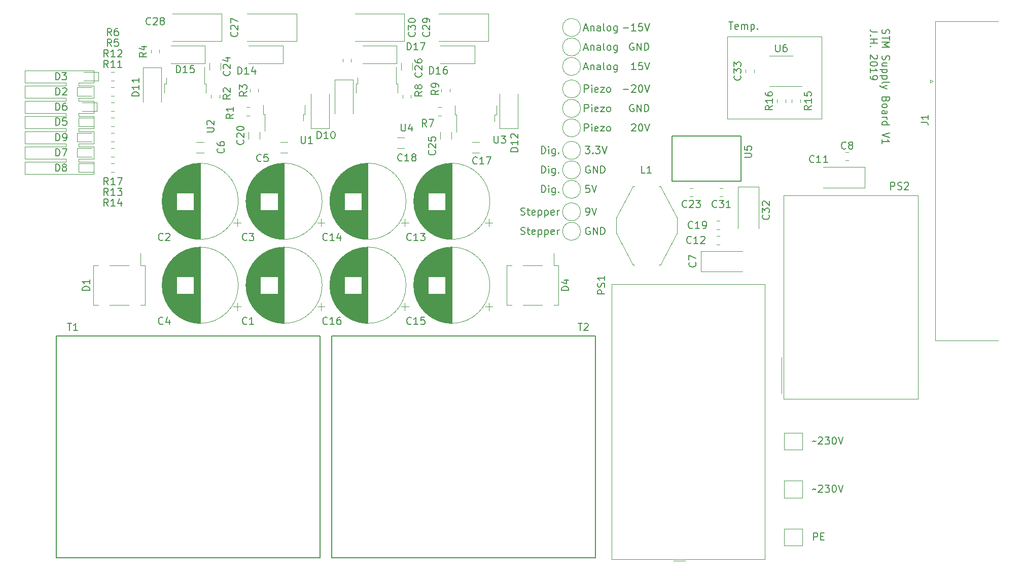
<source format=gto>
G04 #@! TF.GenerationSoftware,KiCad,Pcbnew,5.1.4*
G04 #@! TF.CreationDate,2019-09-17T23:30:44+02:00*
G04 #@! TF.ProjectId,Supply-Board,53757070-6c79-42d4-926f-6172642e6b69,rev?*
G04 #@! TF.SameCoordinates,Original*
G04 #@! TF.FileFunction,Legend,Top*
G04 #@! TF.FilePolarity,Positive*
%FSLAX46Y46*%
G04 Gerber Fmt 4.6, Leading zero omitted, Abs format (unit mm)*
G04 Created by KiCad (PCBNEW 5.1.4) date 2019-09-17 23:30:44*
%MOMM*%
%LPD*%
G04 APERTURE LIST*
%ADD10C,0.200000*%
%ADD11C,0.120000*%
%ADD12C,0.150000*%
G04 APERTURE END LIST*
D10*
X214914285Y-53858571D02*
X214857142Y-54030000D01*
X214857142Y-54315714D01*
X214914285Y-54430000D01*
X214971428Y-54487142D01*
X215085714Y-54544285D01*
X215200000Y-54544285D01*
X215314285Y-54487142D01*
X215371428Y-54430000D01*
X215428571Y-54315714D01*
X215485714Y-54087142D01*
X215542857Y-53972857D01*
X215600000Y-53915714D01*
X215714285Y-53858571D01*
X215828571Y-53858571D01*
X215942857Y-53915714D01*
X216000000Y-53972857D01*
X216057142Y-54087142D01*
X216057142Y-54372857D01*
X216000000Y-54544285D01*
X216057142Y-54887142D02*
X216057142Y-55572857D01*
X214857142Y-55230000D02*
X216057142Y-55230000D01*
X214857142Y-55972857D02*
X216057142Y-55972857D01*
X215200000Y-56372857D01*
X216057142Y-56772857D01*
X214857142Y-56772857D01*
X214914285Y-58201428D02*
X214857142Y-58372857D01*
X214857142Y-58658571D01*
X214914285Y-58772857D01*
X214971428Y-58830000D01*
X215085714Y-58887142D01*
X215200000Y-58887142D01*
X215314285Y-58830000D01*
X215371428Y-58772857D01*
X215428571Y-58658571D01*
X215485714Y-58430000D01*
X215542857Y-58315714D01*
X215600000Y-58258571D01*
X215714285Y-58201428D01*
X215828571Y-58201428D01*
X215942857Y-58258571D01*
X216000000Y-58315714D01*
X216057142Y-58430000D01*
X216057142Y-58715714D01*
X216000000Y-58887142D01*
X215657142Y-59915714D02*
X214857142Y-59915714D01*
X215657142Y-59401428D02*
X215028571Y-59401428D01*
X214914285Y-59458571D01*
X214857142Y-59572857D01*
X214857142Y-59744285D01*
X214914285Y-59858571D01*
X214971428Y-59915714D01*
X215657142Y-60487142D02*
X214457142Y-60487142D01*
X215600000Y-60487142D02*
X215657142Y-60601428D01*
X215657142Y-60830000D01*
X215600000Y-60944285D01*
X215542857Y-61001428D01*
X215428571Y-61058571D01*
X215085714Y-61058571D01*
X214971428Y-61001428D01*
X214914285Y-60944285D01*
X214857142Y-60830000D01*
X214857142Y-60601428D01*
X214914285Y-60487142D01*
X215657142Y-61572857D02*
X214457142Y-61572857D01*
X215600000Y-61572857D02*
X215657142Y-61687142D01*
X215657142Y-61915714D01*
X215600000Y-62030000D01*
X215542857Y-62087142D01*
X215428571Y-62144285D01*
X215085714Y-62144285D01*
X214971428Y-62087142D01*
X214914285Y-62030000D01*
X214857142Y-61915714D01*
X214857142Y-61687142D01*
X214914285Y-61572857D01*
X214857142Y-62830000D02*
X214914285Y-62715714D01*
X215028571Y-62658571D01*
X216057142Y-62658571D01*
X215657142Y-63172857D02*
X214857142Y-63458571D01*
X215657142Y-63744285D02*
X214857142Y-63458571D01*
X214571428Y-63344285D01*
X214514285Y-63287142D01*
X214457142Y-63172857D01*
X215485714Y-65515714D02*
X215428571Y-65687142D01*
X215371428Y-65744285D01*
X215257142Y-65801428D01*
X215085714Y-65801428D01*
X214971428Y-65744285D01*
X214914285Y-65687142D01*
X214857142Y-65572857D01*
X214857142Y-65115714D01*
X216057142Y-65115714D01*
X216057142Y-65515714D01*
X216000000Y-65630000D01*
X215942857Y-65687142D01*
X215828571Y-65744285D01*
X215714285Y-65744285D01*
X215600000Y-65687142D01*
X215542857Y-65630000D01*
X215485714Y-65515714D01*
X215485714Y-65115714D01*
X214857142Y-66487142D02*
X214914285Y-66372857D01*
X214971428Y-66315714D01*
X215085714Y-66258571D01*
X215428571Y-66258571D01*
X215542857Y-66315714D01*
X215600000Y-66372857D01*
X215657142Y-66487142D01*
X215657142Y-66658571D01*
X215600000Y-66772857D01*
X215542857Y-66830000D01*
X215428571Y-66887142D01*
X215085714Y-66887142D01*
X214971428Y-66830000D01*
X214914285Y-66772857D01*
X214857142Y-66658571D01*
X214857142Y-66487142D01*
X214857142Y-67915714D02*
X215485714Y-67915714D01*
X215600000Y-67858571D01*
X215657142Y-67744285D01*
X215657142Y-67515714D01*
X215600000Y-67401428D01*
X214914285Y-67915714D02*
X214857142Y-67801428D01*
X214857142Y-67515714D01*
X214914285Y-67401428D01*
X215028571Y-67344285D01*
X215142857Y-67344285D01*
X215257142Y-67401428D01*
X215314285Y-67515714D01*
X215314285Y-67801428D01*
X215371428Y-67915714D01*
X214857142Y-68487142D02*
X215657142Y-68487142D01*
X215428571Y-68487142D02*
X215542857Y-68544285D01*
X215600000Y-68601428D01*
X215657142Y-68715714D01*
X215657142Y-68830000D01*
X214857142Y-69744285D02*
X216057142Y-69744285D01*
X214914285Y-69744285D02*
X214857142Y-69630000D01*
X214857142Y-69401428D01*
X214914285Y-69287142D01*
X214971428Y-69230000D01*
X215085714Y-69172857D01*
X215428571Y-69172857D01*
X215542857Y-69230000D01*
X215600000Y-69287142D01*
X215657142Y-69401428D01*
X215657142Y-69630000D01*
X215600000Y-69744285D01*
X216057142Y-71058571D02*
X214857142Y-71458571D01*
X216057142Y-71858571D01*
X214857142Y-72887142D02*
X214857142Y-72201428D01*
X214857142Y-72544285D02*
X216057142Y-72544285D01*
X215885714Y-72430000D01*
X215771428Y-72315714D01*
X215714285Y-72201428D01*
X214057142Y-54258571D02*
X213200000Y-54258571D01*
X213028571Y-54201428D01*
X212914285Y-54087142D01*
X212857142Y-53915714D01*
X212857142Y-53801428D01*
X212971428Y-54830000D02*
X212914285Y-54887142D01*
X212857142Y-54830000D01*
X212914285Y-54772857D01*
X212971428Y-54830000D01*
X212857142Y-54830000D01*
X212857142Y-55401428D02*
X214057142Y-55401428D01*
X213485714Y-55401428D02*
X213485714Y-56087142D01*
X212857142Y-56087142D02*
X214057142Y-56087142D01*
X212971428Y-56658571D02*
X212914285Y-56715714D01*
X212857142Y-56658571D01*
X212914285Y-56601428D01*
X212971428Y-56658571D01*
X212857142Y-56658571D01*
X213942857Y-58087142D02*
X214000000Y-58144285D01*
X214057142Y-58258571D01*
X214057142Y-58544285D01*
X214000000Y-58658571D01*
X213942857Y-58715714D01*
X213828571Y-58772857D01*
X213714285Y-58772857D01*
X213542857Y-58715714D01*
X212857142Y-58030000D01*
X212857142Y-58772857D01*
X214057142Y-59515714D02*
X214057142Y-59630000D01*
X214000000Y-59744285D01*
X213942857Y-59801428D01*
X213828571Y-59858571D01*
X213600000Y-59915714D01*
X213314285Y-59915714D01*
X213085714Y-59858571D01*
X212971428Y-59801428D01*
X212914285Y-59744285D01*
X212857142Y-59630000D01*
X212857142Y-59515714D01*
X212914285Y-59401428D01*
X212971428Y-59344285D01*
X213085714Y-59287142D01*
X213314285Y-59230000D01*
X213600000Y-59230000D01*
X213828571Y-59287142D01*
X213942857Y-59344285D01*
X214000000Y-59401428D01*
X214057142Y-59515714D01*
X212857142Y-61058571D02*
X212857142Y-60372857D01*
X212857142Y-60715714D02*
X214057142Y-60715714D01*
X213885714Y-60601428D01*
X213771428Y-60487142D01*
X213714285Y-60372857D01*
X212857142Y-61630000D02*
X212857142Y-61858571D01*
X212914285Y-61972857D01*
X212971428Y-62030000D01*
X213142857Y-62144285D01*
X213371428Y-62201428D01*
X213828571Y-62201428D01*
X213942857Y-62144285D01*
X214000000Y-62087142D01*
X214057142Y-61972857D01*
X214057142Y-61744285D01*
X214000000Y-61630000D01*
X213942857Y-61572857D01*
X213828571Y-61515714D01*
X213542857Y-61515714D01*
X213428571Y-61572857D01*
X213371428Y-61630000D01*
X213314285Y-61744285D01*
X213314285Y-61972857D01*
X213371428Y-62087142D01*
X213428571Y-62144285D01*
X213542857Y-62201428D01*
X189244285Y-52592857D02*
X189930000Y-52592857D01*
X189587142Y-53792857D02*
X189587142Y-52592857D01*
X190787142Y-53735714D02*
X190672857Y-53792857D01*
X190444285Y-53792857D01*
X190330000Y-53735714D01*
X190272857Y-53621428D01*
X190272857Y-53164285D01*
X190330000Y-53050000D01*
X190444285Y-52992857D01*
X190672857Y-52992857D01*
X190787142Y-53050000D01*
X190844285Y-53164285D01*
X190844285Y-53278571D01*
X190272857Y-53392857D01*
X191358571Y-53792857D02*
X191358571Y-52992857D01*
X191358571Y-53107142D02*
X191415714Y-53050000D01*
X191530000Y-52992857D01*
X191701428Y-52992857D01*
X191815714Y-53050000D01*
X191872857Y-53164285D01*
X191872857Y-53792857D01*
X191872857Y-53164285D02*
X191930000Y-53050000D01*
X192044285Y-52992857D01*
X192215714Y-52992857D01*
X192330000Y-53050000D01*
X192387142Y-53164285D01*
X192387142Y-53792857D01*
X192958571Y-52992857D02*
X192958571Y-54192857D01*
X192958571Y-53050000D02*
X193072857Y-52992857D01*
X193301428Y-52992857D01*
X193415714Y-53050000D01*
X193472857Y-53107142D01*
X193530000Y-53221428D01*
X193530000Y-53564285D01*
X193472857Y-53678571D01*
X193415714Y-53735714D01*
X193301428Y-53792857D01*
X193072857Y-53792857D01*
X192958571Y-53735714D01*
X194044285Y-53678571D02*
X194101428Y-53735714D01*
X194044285Y-53792857D01*
X193987142Y-53735714D01*
X194044285Y-53678571D01*
X194044285Y-53792857D01*
D11*
X204750000Y-55000000D02*
X189000000Y-55000000D01*
X204750000Y-68750000D02*
X204750000Y-55000000D01*
X189000000Y-68750000D02*
X204750000Y-68750000D01*
X189000000Y-55000000D02*
X189000000Y-68750000D01*
D10*
X166044285Y-86900000D02*
X165930000Y-86842857D01*
X165758571Y-86842857D01*
X165587142Y-86900000D01*
X165472857Y-87014285D01*
X165415714Y-87128571D01*
X165358571Y-87357142D01*
X165358571Y-87528571D01*
X165415714Y-87757142D01*
X165472857Y-87871428D01*
X165587142Y-87985714D01*
X165758571Y-88042857D01*
X165872857Y-88042857D01*
X166044285Y-87985714D01*
X166101428Y-87928571D01*
X166101428Y-87528571D01*
X165872857Y-87528571D01*
X166615714Y-88042857D02*
X166615714Y-86842857D01*
X167301428Y-88042857D01*
X167301428Y-86842857D01*
X167872857Y-88042857D02*
X167872857Y-86842857D01*
X168158571Y-86842857D01*
X168330000Y-86900000D01*
X168444285Y-87014285D01*
X168501428Y-87128571D01*
X168558571Y-87357142D01*
X168558571Y-87528571D01*
X168501428Y-87757142D01*
X168444285Y-87871428D01*
X168330000Y-87985714D01*
X168158571Y-88042857D01*
X167872857Y-88042857D01*
X165472857Y-84792857D02*
X165701428Y-84792857D01*
X165815714Y-84735714D01*
X165872857Y-84678571D01*
X165987142Y-84507142D01*
X166044285Y-84278571D01*
X166044285Y-83821428D01*
X165987142Y-83707142D01*
X165930000Y-83650000D01*
X165815714Y-83592857D01*
X165587142Y-83592857D01*
X165472857Y-83650000D01*
X165415714Y-83707142D01*
X165358571Y-83821428D01*
X165358571Y-84107142D01*
X165415714Y-84221428D01*
X165472857Y-84278571D01*
X165587142Y-84335714D01*
X165815714Y-84335714D01*
X165930000Y-84278571D01*
X165987142Y-84221428D01*
X166044285Y-84107142D01*
X166387142Y-83592857D02*
X166787142Y-84792857D01*
X167187142Y-83592857D01*
X154548571Y-87985714D02*
X154720000Y-88042857D01*
X155005714Y-88042857D01*
X155120000Y-87985714D01*
X155177142Y-87928571D01*
X155234285Y-87814285D01*
X155234285Y-87700000D01*
X155177142Y-87585714D01*
X155120000Y-87528571D01*
X155005714Y-87471428D01*
X154777142Y-87414285D01*
X154662857Y-87357142D01*
X154605714Y-87300000D01*
X154548571Y-87185714D01*
X154548571Y-87071428D01*
X154605714Y-86957142D01*
X154662857Y-86900000D01*
X154777142Y-86842857D01*
X155062857Y-86842857D01*
X155234285Y-86900000D01*
X155577142Y-87242857D02*
X156034285Y-87242857D01*
X155748571Y-86842857D02*
X155748571Y-87871428D01*
X155805714Y-87985714D01*
X155920000Y-88042857D01*
X156034285Y-88042857D01*
X156891428Y-87985714D02*
X156777142Y-88042857D01*
X156548571Y-88042857D01*
X156434285Y-87985714D01*
X156377142Y-87871428D01*
X156377142Y-87414285D01*
X156434285Y-87300000D01*
X156548571Y-87242857D01*
X156777142Y-87242857D01*
X156891428Y-87300000D01*
X156948571Y-87414285D01*
X156948571Y-87528571D01*
X156377142Y-87642857D01*
X157462857Y-87242857D02*
X157462857Y-88442857D01*
X157462857Y-87300000D02*
X157577142Y-87242857D01*
X157805714Y-87242857D01*
X157920000Y-87300000D01*
X157977142Y-87357142D01*
X158034285Y-87471428D01*
X158034285Y-87814285D01*
X157977142Y-87928571D01*
X157920000Y-87985714D01*
X157805714Y-88042857D01*
X157577142Y-88042857D01*
X157462857Y-87985714D01*
X158548571Y-87242857D02*
X158548571Y-88442857D01*
X158548571Y-87300000D02*
X158662857Y-87242857D01*
X158891428Y-87242857D01*
X159005714Y-87300000D01*
X159062857Y-87357142D01*
X159120000Y-87471428D01*
X159120000Y-87814285D01*
X159062857Y-87928571D01*
X159005714Y-87985714D01*
X158891428Y-88042857D01*
X158662857Y-88042857D01*
X158548571Y-87985714D01*
X160091428Y-87985714D02*
X159977142Y-88042857D01*
X159748571Y-88042857D01*
X159634285Y-87985714D01*
X159577142Y-87871428D01*
X159577142Y-87414285D01*
X159634285Y-87300000D01*
X159748571Y-87242857D01*
X159977142Y-87242857D01*
X160091428Y-87300000D01*
X160148571Y-87414285D01*
X160148571Y-87528571D01*
X159577142Y-87642857D01*
X160662857Y-88042857D02*
X160662857Y-87242857D01*
X160662857Y-87471428D02*
X160720000Y-87357142D01*
X160777142Y-87300000D01*
X160891428Y-87242857D01*
X161005714Y-87242857D01*
X154548571Y-84735714D02*
X154720000Y-84792857D01*
X155005714Y-84792857D01*
X155120000Y-84735714D01*
X155177142Y-84678571D01*
X155234285Y-84564285D01*
X155234285Y-84450000D01*
X155177142Y-84335714D01*
X155120000Y-84278571D01*
X155005714Y-84221428D01*
X154777142Y-84164285D01*
X154662857Y-84107142D01*
X154605714Y-84050000D01*
X154548571Y-83935714D01*
X154548571Y-83821428D01*
X154605714Y-83707142D01*
X154662857Y-83650000D01*
X154777142Y-83592857D01*
X155062857Y-83592857D01*
X155234285Y-83650000D01*
X155577142Y-83992857D02*
X156034285Y-83992857D01*
X155748571Y-83592857D02*
X155748571Y-84621428D01*
X155805714Y-84735714D01*
X155920000Y-84792857D01*
X156034285Y-84792857D01*
X156891428Y-84735714D02*
X156777142Y-84792857D01*
X156548571Y-84792857D01*
X156434285Y-84735714D01*
X156377142Y-84621428D01*
X156377142Y-84164285D01*
X156434285Y-84050000D01*
X156548571Y-83992857D01*
X156777142Y-83992857D01*
X156891428Y-84050000D01*
X156948571Y-84164285D01*
X156948571Y-84278571D01*
X156377142Y-84392857D01*
X157462857Y-83992857D02*
X157462857Y-85192857D01*
X157462857Y-84050000D02*
X157577142Y-83992857D01*
X157805714Y-83992857D01*
X157920000Y-84050000D01*
X157977142Y-84107142D01*
X158034285Y-84221428D01*
X158034285Y-84564285D01*
X157977142Y-84678571D01*
X157920000Y-84735714D01*
X157805714Y-84792857D01*
X157577142Y-84792857D01*
X157462857Y-84735714D01*
X158548571Y-83992857D02*
X158548571Y-85192857D01*
X158548571Y-84050000D02*
X158662857Y-83992857D01*
X158891428Y-83992857D01*
X159005714Y-84050000D01*
X159062857Y-84107142D01*
X159120000Y-84221428D01*
X159120000Y-84564285D01*
X159062857Y-84678571D01*
X159005714Y-84735714D01*
X158891428Y-84792857D01*
X158662857Y-84792857D01*
X158548571Y-84735714D01*
X160091428Y-84735714D02*
X159977142Y-84792857D01*
X159748571Y-84792857D01*
X159634285Y-84735714D01*
X159577142Y-84621428D01*
X159577142Y-84164285D01*
X159634285Y-84050000D01*
X159748571Y-83992857D01*
X159977142Y-83992857D01*
X160091428Y-84050000D01*
X160148571Y-84164285D01*
X160148571Y-84278571D01*
X159577142Y-84392857D01*
X160662857Y-84792857D02*
X160662857Y-83992857D01*
X160662857Y-84221428D02*
X160720000Y-84107142D01*
X160777142Y-84050000D01*
X160891428Y-83992857D01*
X161005714Y-83992857D01*
X157977142Y-81042857D02*
X157977142Y-79842857D01*
X158262857Y-79842857D01*
X158434285Y-79900000D01*
X158548571Y-80014285D01*
X158605714Y-80128571D01*
X158662857Y-80357142D01*
X158662857Y-80528571D01*
X158605714Y-80757142D01*
X158548571Y-80871428D01*
X158434285Y-80985714D01*
X158262857Y-81042857D01*
X157977142Y-81042857D01*
X159177142Y-81042857D02*
X159177142Y-80242857D01*
X159177142Y-79842857D02*
X159120000Y-79900000D01*
X159177142Y-79957142D01*
X159234285Y-79900000D01*
X159177142Y-79842857D01*
X159177142Y-79957142D01*
X160262857Y-80242857D02*
X160262857Y-81214285D01*
X160205714Y-81328571D01*
X160148571Y-81385714D01*
X160034285Y-81442857D01*
X159862857Y-81442857D01*
X159748571Y-81385714D01*
X160262857Y-80985714D02*
X160148571Y-81042857D01*
X159920000Y-81042857D01*
X159805714Y-80985714D01*
X159748571Y-80928571D01*
X159691428Y-80814285D01*
X159691428Y-80471428D01*
X159748571Y-80357142D01*
X159805714Y-80300000D01*
X159920000Y-80242857D01*
X160148571Y-80242857D01*
X160262857Y-80300000D01*
X160834285Y-80928571D02*
X160891428Y-80985714D01*
X160834285Y-81042857D01*
X160777142Y-80985714D01*
X160834285Y-80928571D01*
X160834285Y-81042857D01*
X157977142Y-77792857D02*
X157977142Y-76592857D01*
X158262857Y-76592857D01*
X158434285Y-76650000D01*
X158548571Y-76764285D01*
X158605714Y-76878571D01*
X158662857Y-77107142D01*
X158662857Y-77278571D01*
X158605714Y-77507142D01*
X158548571Y-77621428D01*
X158434285Y-77735714D01*
X158262857Y-77792857D01*
X157977142Y-77792857D01*
X159177142Y-77792857D02*
X159177142Y-76992857D01*
X159177142Y-76592857D02*
X159120000Y-76650000D01*
X159177142Y-76707142D01*
X159234285Y-76650000D01*
X159177142Y-76592857D01*
X159177142Y-76707142D01*
X160262857Y-76992857D02*
X160262857Y-77964285D01*
X160205714Y-78078571D01*
X160148571Y-78135714D01*
X160034285Y-78192857D01*
X159862857Y-78192857D01*
X159748571Y-78135714D01*
X160262857Y-77735714D02*
X160148571Y-77792857D01*
X159920000Y-77792857D01*
X159805714Y-77735714D01*
X159748571Y-77678571D01*
X159691428Y-77564285D01*
X159691428Y-77221428D01*
X159748571Y-77107142D01*
X159805714Y-77050000D01*
X159920000Y-76992857D01*
X160148571Y-76992857D01*
X160262857Y-77050000D01*
X160834285Y-77678571D02*
X160891428Y-77735714D01*
X160834285Y-77792857D01*
X160777142Y-77735714D01*
X160834285Y-77678571D01*
X160834285Y-77792857D01*
X165987142Y-79842857D02*
X165415714Y-79842857D01*
X165358571Y-80414285D01*
X165415714Y-80357142D01*
X165530000Y-80300000D01*
X165815714Y-80300000D01*
X165930000Y-80357142D01*
X165987142Y-80414285D01*
X166044285Y-80528571D01*
X166044285Y-80814285D01*
X165987142Y-80928571D01*
X165930000Y-80985714D01*
X165815714Y-81042857D01*
X165530000Y-81042857D01*
X165415714Y-80985714D01*
X165358571Y-80928571D01*
X166387142Y-79842857D02*
X166787142Y-81042857D01*
X167187142Y-79842857D01*
X166044285Y-76650000D02*
X165930000Y-76592857D01*
X165758571Y-76592857D01*
X165587142Y-76650000D01*
X165472857Y-76764285D01*
X165415714Y-76878571D01*
X165358571Y-77107142D01*
X165358571Y-77278571D01*
X165415714Y-77507142D01*
X165472857Y-77621428D01*
X165587142Y-77735714D01*
X165758571Y-77792857D01*
X165872857Y-77792857D01*
X166044285Y-77735714D01*
X166101428Y-77678571D01*
X166101428Y-77278571D01*
X165872857Y-77278571D01*
X166615714Y-77792857D02*
X166615714Y-76592857D01*
X167301428Y-77792857D01*
X167301428Y-76592857D01*
X167872857Y-77792857D02*
X167872857Y-76592857D01*
X168158571Y-76592857D01*
X168330000Y-76650000D01*
X168444285Y-76764285D01*
X168501428Y-76878571D01*
X168558571Y-77107142D01*
X168558571Y-77278571D01*
X168501428Y-77507142D01*
X168444285Y-77621428D01*
X168330000Y-77735714D01*
X168158571Y-77792857D01*
X167872857Y-77792857D01*
X165301428Y-73342857D02*
X166044285Y-73342857D01*
X165644285Y-73800000D01*
X165815714Y-73800000D01*
X165930000Y-73857142D01*
X165987142Y-73914285D01*
X166044285Y-74028571D01*
X166044285Y-74314285D01*
X165987142Y-74428571D01*
X165930000Y-74485714D01*
X165815714Y-74542857D01*
X165472857Y-74542857D01*
X165358571Y-74485714D01*
X165301428Y-74428571D01*
X166558571Y-74428571D02*
X166615714Y-74485714D01*
X166558571Y-74542857D01*
X166501428Y-74485714D01*
X166558571Y-74428571D01*
X166558571Y-74542857D01*
X167015714Y-73342857D02*
X167758571Y-73342857D01*
X167358571Y-73800000D01*
X167530000Y-73800000D01*
X167644285Y-73857142D01*
X167701428Y-73914285D01*
X167758571Y-74028571D01*
X167758571Y-74314285D01*
X167701428Y-74428571D01*
X167644285Y-74485714D01*
X167530000Y-74542857D01*
X167187142Y-74542857D01*
X167072857Y-74485714D01*
X167015714Y-74428571D01*
X168101428Y-73342857D02*
X168501428Y-74542857D01*
X168901428Y-73342857D01*
X157977142Y-74542857D02*
X157977142Y-73342857D01*
X158262857Y-73342857D01*
X158434285Y-73400000D01*
X158548571Y-73514285D01*
X158605714Y-73628571D01*
X158662857Y-73857142D01*
X158662857Y-74028571D01*
X158605714Y-74257142D01*
X158548571Y-74371428D01*
X158434285Y-74485714D01*
X158262857Y-74542857D01*
X157977142Y-74542857D01*
X159177142Y-74542857D02*
X159177142Y-73742857D01*
X159177142Y-73342857D02*
X159120000Y-73400000D01*
X159177142Y-73457142D01*
X159234285Y-73400000D01*
X159177142Y-73342857D01*
X159177142Y-73457142D01*
X160262857Y-73742857D02*
X160262857Y-74714285D01*
X160205714Y-74828571D01*
X160148571Y-74885714D01*
X160034285Y-74942857D01*
X159862857Y-74942857D01*
X159748571Y-74885714D01*
X160262857Y-74485714D02*
X160148571Y-74542857D01*
X159920000Y-74542857D01*
X159805714Y-74485714D01*
X159748571Y-74428571D01*
X159691428Y-74314285D01*
X159691428Y-73971428D01*
X159748571Y-73857142D01*
X159805714Y-73800000D01*
X159920000Y-73742857D01*
X160148571Y-73742857D01*
X160262857Y-73800000D01*
X160834285Y-74428571D02*
X160891428Y-74485714D01*
X160834285Y-74542857D01*
X160777142Y-74485714D01*
X160834285Y-74428571D01*
X160834285Y-74542857D01*
X165165714Y-70792857D02*
X165165714Y-69592857D01*
X165622857Y-69592857D01*
X165737142Y-69650000D01*
X165794285Y-69707142D01*
X165851428Y-69821428D01*
X165851428Y-69992857D01*
X165794285Y-70107142D01*
X165737142Y-70164285D01*
X165622857Y-70221428D01*
X165165714Y-70221428D01*
X166365714Y-70792857D02*
X166365714Y-69992857D01*
X166365714Y-69592857D02*
X166308571Y-69650000D01*
X166365714Y-69707142D01*
X166422857Y-69650000D01*
X166365714Y-69592857D01*
X166365714Y-69707142D01*
X167394285Y-70735714D02*
X167280000Y-70792857D01*
X167051428Y-70792857D01*
X166937142Y-70735714D01*
X166880000Y-70621428D01*
X166880000Y-70164285D01*
X166937142Y-70050000D01*
X167051428Y-69992857D01*
X167280000Y-69992857D01*
X167394285Y-70050000D01*
X167451428Y-70164285D01*
X167451428Y-70278571D01*
X166880000Y-70392857D01*
X167851428Y-69992857D02*
X168480000Y-69992857D01*
X167851428Y-70792857D01*
X168480000Y-70792857D01*
X169108571Y-70792857D02*
X168994285Y-70735714D01*
X168937142Y-70678571D01*
X168880000Y-70564285D01*
X168880000Y-70221428D01*
X168937142Y-70107142D01*
X168994285Y-70050000D01*
X169108571Y-69992857D01*
X169280000Y-69992857D01*
X169394285Y-70050000D01*
X169451428Y-70107142D01*
X169508571Y-70221428D01*
X169508571Y-70564285D01*
X169451428Y-70678571D01*
X169394285Y-70735714D01*
X169280000Y-70792857D01*
X169108571Y-70792857D01*
X173034285Y-69707142D02*
X173091428Y-69650000D01*
X173205714Y-69592857D01*
X173491428Y-69592857D01*
X173605714Y-69650000D01*
X173662857Y-69707142D01*
X173720000Y-69821428D01*
X173720000Y-69935714D01*
X173662857Y-70107142D01*
X172977142Y-70792857D01*
X173720000Y-70792857D01*
X174462857Y-69592857D02*
X174577142Y-69592857D01*
X174691428Y-69650000D01*
X174748571Y-69707142D01*
X174805714Y-69821428D01*
X174862857Y-70050000D01*
X174862857Y-70335714D01*
X174805714Y-70564285D01*
X174748571Y-70678571D01*
X174691428Y-70735714D01*
X174577142Y-70792857D01*
X174462857Y-70792857D01*
X174348571Y-70735714D01*
X174291428Y-70678571D01*
X174234285Y-70564285D01*
X174177142Y-70335714D01*
X174177142Y-70050000D01*
X174234285Y-69821428D01*
X174291428Y-69707142D01*
X174348571Y-69650000D01*
X174462857Y-69592857D01*
X175205714Y-69592857D02*
X175605714Y-70792857D01*
X176005714Y-69592857D01*
X165165714Y-67542857D02*
X165165714Y-66342857D01*
X165622857Y-66342857D01*
X165737142Y-66400000D01*
X165794285Y-66457142D01*
X165851428Y-66571428D01*
X165851428Y-66742857D01*
X165794285Y-66857142D01*
X165737142Y-66914285D01*
X165622857Y-66971428D01*
X165165714Y-66971428D01*
X166365714Y-67542857D02*
X166365714Y-66742857D01*
X166365714Y-66342857D02*
X166308571Y-66400000D01*
X166365714Y-66457142D01*
X166422857Y-66400000D01*
X166365714Y-66342857D01*
X166365714Y-66457142D01*
X167394285Y-67485714D02*
X167280000Y-67542857D01*
X167051428Y-67542857D01*
X166937142Y-67485714D01*
X166880000Y-67371428D01*
X166880000Y-66914285D01*
X166937142Y-66800000D01*
X167051428Y-66742857D01*
X167280000Y-66742857D01*
X167394285Y-66800000D01*
X167451428Y-66914285D01*
X167451428Y-67028571D01*
X166880000Y-67142857D01*
X167851428Y-66742857D02*
X168480000Y-66742857D01*
X167851428Y-67542857D01*
X168480000Y-67542857D01*
X169108571Y-67542857D02*
X168994285Y-67485714D01*
X168937142Y-67428571D01*
X168880000Y-67314285D01*
X168880000Y-66971428D01*
X168937142Y-66857142D01*
X168994285Y-66800000D01*
X169108571Y-66742857D01*
X169280000Y-66742857D01*
X169394285Y-66800000D01*
X169451428Y-66857142D01*
X169508571Y-66971428D01*
X169508571Y-67314285D01*
X169451428Y-67428571D01*
X169394285Y-67485714D01*
X169280000Y-67542857D01*
X169108571Y-67542857D01*
X173377142Y-66400000D02*
X173262857Y-66342857D01*
X173091428Y-66342857D01*
X172920000Y-66400000D01*
X172805714Y-66514285D01*
X172748571Y-66628571D01*
X172691428Y-66857142D01*
X172691428Y-67028571D01*
X172748571Y-67257142D01*
X172805714Y-67371428D01*
X172920000Y-67485714D01*
X173091428Y-67542857D01*
X173205714Y-67542857D01*
X173377142Y-67485714D01*
X173434285Y-67428571D01*
X173434285Y-67028571D01*
X173205714Y-67028571D01*
X173948571Y-67542857D02*
X173948571Y-66342857D01*
X174634285Y-67542857D01*
X174634285Y-66342857D01*
X175205714Y-67542857D02*
X175205714Y-66342857D01*
X175491428Y-66342857D01*
X175662857Y-66400000D01*
X175777142Y-66514285D01*
X175834285Y-66628571D01*
X175891428Y-66857142D01*
X175891428Y-67028571D01*
X175834285Y-67257142D01*
X175777142Y-67371428D01*
X175662857Y-67485714D01*
X175491428Y-67542857D01*
X175205714Y-67542857D01*
X171605714Y-63835714D02*
X172520000Y-63835714D01*
X173034285Y-63207142D02*
X173091428Y-63150000D01*
X173205714Y-63092857D01*
X173491428Y-63092857D01*
X173605714Y-63150000D01*
X173662857Y-63207142D01*
X173720000Y-63321428D01*
X173720000Y-63435714D01*
X173662857Y-63607142D01*
X172977142Y-64292857D01*
X173720000Y-64292857D01*
X174462857Y-63092857D02*
X174577142Y-63092857D01*
X174691428Y-63150000D01*
X174748571Y-63207142D01*
X174805714Y-63321428D01*
X174862857Y-63550000D01*
X174862857Y-63835714D01*
X174805714Y-64064285D01*
X174748571Y-64178571D01*
X174691428Y-64235714D01*
X174577142Y-64292857D01*
X174462857Y-64292857D01*
X174348571Y-64235714D01*
X174291428Y-64178571D01*
X174234285Y-64064285D01*
X174177142Y-63835714D01*
X174177142Y-63550000D01*
X174234285Y-63321428D01*
X174291428Y-63207142D01*
X174348571Y-63150000D01*
X174462857Y-63092857D01*
X175205714Y-63092857D02*
X175605714Y-64292857D01*
X176005714Y-63092857D01*
X165165714Y-64292857D02*
X165165714Y-63092857D01*
X165622857Y-63092857D01*
X165737142Y-63150000D01*
X165794285Y-63207142D01*
X165851428Y-63321428D01*
X165851428Y-63492857D01*
X165794285Y-63607142D01*
X165737142Y-63664285D01*
X165622857Y-63721428D01*
X165165714Y-63721428D01*
X166365714Y-64292857D02*
X166365714Y-63492857D01*
X166365714Y-63092857D02*
X166308571Y-63150000D01*
X166365714Y-63207142D01*
X166422857Y-63150000D01*
X166365714Y-63092857D01*
X166365714Y-63207142D01*
X167394285Y-64235714D02*
X167280000Y-64292857D01*
X167051428Y-64292857D01*
X166937142Y-64235714D01*
X166880000Y-64121428D01*
X166880000Y-63664285D01*
X166937142Y-63550000D01*
X167051428Y-63492857D01*
X167280000Y-63492857D01*
X167394285Y-63550000D01*
X167451428Y-63664285D01*
X167451428Y-63778571D01*
X166880000Y-63892857D01*
X167851428Y-63492857D02*
X168480000Y-63492857D01*
X167851428Y-64292857D01*
X168480000Y-64292857D01*
X169108571Y-64292857D02*
X168994285Y-64235714D01*
X168937142Y-64178571D01*
X168880000Y-64064285D01*
X168880000Y-63721428D01*
X168937142Y-63607142D01*
X168994285Y-63550000D01*
X169108571Y-63492857D01*
X169280000Y-63492857D01*
X169394285Y-63550000D01*
X169451428Y-63607142D01*
X169508571Y-63721428D01*
X169508571Y-64064285D01*
X169451428Y-64178571D01*
X169394285Y-64235714D01*
X169280000Y-64292857D01*
X169108571Y-64292857D01*
X173720000Y-60542857D02*
X173034285Y-60542857D01*
X173377142Y-60542857D02*
X173377142Y-59342857D01*
X173262857Y-59514285D01*
X173148571Y-59628571D01*
X173034285Y-59685714D01*
X174805714Y-59342857D02*
X174234285Y-59342857D01*
X174177142Y-59914285D01*
X174234285Y-59857142D01*
X174348571Y-59800000D01*
X174634285Y-59800000D01*
X174748571Y-59857142D01*
X174805714Y-59914285D01*
X174862857Y-60028571D01*
X174862857Y-60314285D01*
X174805714Y-60428571D01*
X174748571Y-60485714D01*
X174634285Y-60542857D01*
X174348571Y-60542857D01*
X174234285Y-60485714D01*
X174177142Y-60428571D01*
X175205714Y-59342857D02*
X175605714Y-60542857D01*
X176005714Y-59342857D01*
X173377142Y-56150000D02*
X173262857Y-56092857D01*
X173091428Y-56092857D01*
X172920000Y-56150000D01*
X172805714Y-56264285D01*
X172748571Y-56378571D01*
X172691428Y-56607142D01*
X172691428Y-56778571D01*
X172748571Y-57007142D01*
X172805714Y-57121428D01*
X172920000Y-57235714D01*
X173091428Y-57292857D01*
X173205714Y-57292857D01*
X173377142Y-57235714D01*
X173434285Y-57178571D01*
X173434285Y-56778571D01*
X173205714Y-56778571D01*
X173948571Y-57292857D02*
X173948571Y-56092857D01*
X174634285Y-57292857D01*
X174634285Y-56092857D01*
X175205714Y-57292857D02*
X175205714Y-56092857D01*
X175491428Y-56092857D01*
X175662857Y-56150000D01*
X175777142Y-56264285D01*
X175834285Y-56378571D01*
X175891428Y-56607142D01*
X175891428Y-56778571D01*
X175834285Y-57007142D01*
X175777142Y-57121428D01*
X175662857Y-57235714D01*
X175491428Y-57292857D01*
X175205714Y-57292857D01*
X171605714Y-53585714D02*
X172520000Y-53585714D01*
X173720000Y-54042857D02*
X173034285Y-54042857D01*
X173377142Y-54042857D02*
X173377142Y-52842857D01*
X173262857Y-53014285D01*
X173148571Y-53128571D01*
X173034285Y-53185714D01*
X174805714Y-52842857D02*
X174234285Y-52842857D01*
X174177142Y-53414285D01*
X174234285Y-53357142D01*
X174348571Y-53300000D01*
X174634285Y-53300000D01*
X174748571Y-53357142D01*
X174805714Y-53414285D01*
X174862857Y-53528571D01*
X174862857Y-53814285D01*
X174805714Y-53928571D01*
X174748571Y-53985714D01*
X174634285Y-54042857D01*
X174348571Y-54042857D01*
X174234285Y-53985714D01*
X174177142Y-53928571D01*
X175205714Y-52842857D02*
X175605714Y-54042857D01*
X176005714Y-52842857D01*
X165108571Y-60200000D02*
X165680000Y-60200000D01*
X164994285Y-60542857D02*
X165394285Y-59342857D01*
X165794285Y-60542857D01*
X166194285Y-59742857D02*
X166194285Y-60542857D01*
X166194285Y-59857142D02*
X166251428Y-59800000D01*
X166365714Y-59742857D01*
X166537142Y-59742857D01*
X166651428Y-59800000D01*
X166708571Y-59914285D01*
X166708571Y-60542857D01*
X167794285Y-60542857D02*
X167794285Y-59914285D01*
X167737142Y-59800000D01*
X167622857Y-59742857D01*
X167394285Y-59742857D01*
X167280000Y-59800000D01*
X167794285Y-60485714D02*
X167680000Y-60542857D01*
X167394285Y-60542857D01*
X167280000Y-60485714D01*
X167222857Y-60371428D01*
X167222857Y-60257142D01*
X167280000Y-60142857D01*
X167394285Y-60085714D01*
X167680000Y-60085714D01*
X167794285Y-60028571D01*
X168537142Y-60542857D02*
X168422857Y-60485714D01*
X168365714Y-60371428D01*
X168365714Y-59342857D01*
X169165714Y-60542857D02*
X169051428Y-60485714D01*
X168994285Y-60428571D01*
X168937142Y-60314285D01*
X168937142Y-59971428D01*
X168994285Y-59857142D01*
X169051428Y-59800000D01*
X169165714Y-59742857D01*
X169337142Y-59742857D01*
X169451428Y-59800000D01*
X169508571Y-59857142D01*
X169565714Y-59971428D01*
X169565714Y-60314285D01*
X169508571Y-60428571D01*
X169451428Y-60485714D01*
X169337142Y-60542857D01*
X169165714Y-60542857D01*
X170594285Y-59742857D02*
X170594285Y-60714285D01*
X170537142Y-60828571D01*
X170480000Y-60885714D01*
X170365714Y-60942857D01*
X170194285Y-60942857D01*
X170080000Y-60885714D01*
X170594285Y-60485714D02*
X170480000Y-60542857D01*
X170251428Y-60542857D01*
X170137142Y-60485714D01*
X170080000Y-60428571D01*
X170022857Y-60314285D01*
X170022857Y-59971428D01*
X170080000Y-59857142D01*
X170137142Y-59800000D01*
X170251428Y-59742857D01*
X170480000Y-59742857D01*
X170594285Y-59800000D01*
X165108571Y-56950000D02*
X165680000Y-56950000D01*
X164994285Y-57292857D02*
X165394285Y-56092857D01*
X165794285Y-57292857D01*
X166194285Y-56492857D02*
X166194285Y-57292857D01*
X166194285Y-56607142D02*
X166251428Y-56550000D01*
X166365714Y-56492857D01*
X166537142Y-56492857D01*
X166651428Y-56550000D01*
X166708571Y-56664285D01*
X166708571Y-57292857D01*
X167794285Y-57292857D02*
X167794285Y-56664285D01*
X167737142Y-56550000D01*
X167622857Y-56492857D01*
X167394285Y-56492857D01*
X167280000Y-56550000D01*
X167794285Y-57235714D02*
X167680000Y-57292857D01*
X167394285Y-57292857D01*
X167280000Y-57235714D01*
X167222857Y-57121428D01*
X167222857Y-57007142D01*
X167280000Y-56892857D01*
X167394285Y-56835714D01*
X167680000Y-56835714D01*
X167794285Y-56778571D01*
X168537142Y-57292857D02*
X168422857Y-57235714D01*
X168365714Y-57121428D01*
X168365714Y-56092857D01*
X169165714Y-57292857D02*
X169051428Y-57235714D01*
X168994285Y-57178571D01*
X168937142Y-57064285D01*
X168937142Y-56721428D01*
X168994285Y-56607142D01*
X169051428Y-56550000D01*
X169165714Y-56492857D01*
X169337142Y-56492857D01*
X169451428Y-56550000D01*
X169508571Y-56607142D01*
X169565714Y-56721428D01*
X169565714Y-57064285D01*
X169508571Y-57178571D01*
X169451428Y-57235714D01*
X169337142Y-57292857D01*
X169165714Y-57292857D01*
X170594285Y-56492857D02*
X170594285Y-57464285D01*
X170537142Y-57578571D01*
X170480000Y-57635714D01*
X170365714Y-57692857D01*
X170194285Y-57692857D01*
X170080000Y-57635714D01*
X170594285Y-57235714D02*
X170480000Y-57292857D01*
X170251428Y-57292857D01*
X170137142Y-57235714D01*
X170080000Y-57178571D01*
X170022857Y-57064285D01*
X170022857Y-56721428D01*
X170080000Y-56607142D01*
X170137142Y-56550000D01*
X170251428Y-56492857D01*
X170480000Y-56492857D01*
X170594285Y-56550000D01*
X165108571Y-53700000D02*
X165680000Y-53700000D01*
X164994285Y-54042857D02*
X165394285Y-52842857D01*
X165794285Y-54042857D01*
X166194285Y-53242857D02*
X166194285Y-54042857D01*
X166194285Y-53357142D02*
X166251428Y-53300000D01*
X166365714Y-53242857D01*
X166537142Y-53242857D01*
X166651428Y-53300000D01*
X166708571Y-53414285D01*
X166708571Y-54042857D01*
X167794285Y-54042857D02*
X167794285Y-53414285D01*
X167737142Y-53300000D01*
X167622857Y-53242857D01*
X167394285Y-53242857D01*
X167280000Y-53300000D01*
X167794285Y-53985714D02*
X167680000Y-54042857D01*
X167394285Y-54042857D01*
X167280000Y-53985714D01*
X167222857Y-53871428D01*
X167222857Y-53757142D01*
X167280000Y-53642857D01*
X167394285Y-53585714D01*
X167680000Y-53585714D01*
X167794285Y-53528571D01*
X168537142Y-54042857D02*
X168422857Y-53985714D01*
X168365714Y-53871428D01*
X168365714Y-52842857D01*
X169165714Y-54042857D02*
X169051428Y-53985714D01*
X168994285Y-53928571D01*
X168937142Y-53814285D01*
X168937142Y-53471428D01*
X168994285Y-53357142D01*
X169051428Y-53300000D01*
X169165714Y-53242857D01*
X169337142Y-53242857D01*
X169451428Y-53300000D01*
X169508571Y-53357142D01*
X169565714Y-53471428D01*
X169565714Y-53814285D01*
X169508571Y-53928571D01*
X169451428Y-53985714D01*
X169337142Y-54042857D01*
X169165714Y-54042857D01*
X170594285Y-53242857D02*
X170594285Y-54214285D01*
X170537142Y-54328571D01*
X170480000Y-54385714D01*
X170365714Y-54442857D01*
X170194285Y-54442857D01*
X170080000Y-54385714D01*
X170594285Y-53985714D02*
X170480000Y-54042857D01*
X170251428Y-54042857D01*
X170137142Y-53985714D01*
X170080000Y-53928571D01*
X170022857Y-53814285D01*
X170022857Y-53471428D01*
X170080000Y-53357142D01*
X170137142Y-53300000D01*
X170251428Y-53242857D01*
X170480000Y-53242857D01*
X170594285Y-53300000D01*
X203244285Y-122585714D02*
X203301428Y-122528571D01*
X203415714Y-122471428D01*
X203644285Y-122585714D01*
X203758571Y-122528571D01*
X203815714Y-122471428D01*
X204215714Y-121957142D02*
X204272857Y-121900000D01*
X204387142Y-121842857D01*
X204672857Y-121842857D01*
X204787142Y-121900000D01*
X204844285Y-121957142D01*
X204901428Y-122071428D01*
X204901428Y-122185714D01*
X204844285Y-122357142D01*
X204158571Y-123042857D01*
X204901428Y-123042857D01*
X205301428Y-121842857D02*
X206044285Y-121842857D01*
X205644285Y-122300000D01*
X205815714Y-122300000D01*
X205930000Y-122357142D01*
X205987142Y-122414285D01*
X206044285Y-122528571D01*
X206044285Y-122814285D01*
X205987142Y-122928571D01*
X205930000Y-122985714D01*
X205815714Y-123042857D01*
X205472857Y-123042857D01*
X205358571Y-122985714D01*
X205301428Y-122928571D01*
X206787142Y-121842857D02*
X206901428Y-121842857D01*
X207015714Y-121900000D01*
X207072857Y-121957142D01*
X207130000Y-122071428D01*
X207187142Y-122300000D01*
X207187142Y-122585714D01*
X207130000Y-122814285D01*
X207072857Y-122928571D01*
X207015714Y-122985714D01*
X206901428Y-123042857D01*
X206787142Y-123042857D01*
X206672857Y-122985714D01*
X206615714Y-122928571D01*
X206558571Y-122814285D01*
X206501428Y-122585714D01*
X206501428Y-122300000D01*
X206558571Y-122071428D01*
X206615714Y-121957142D01*
X206672857Y-121900000D01*
X206787142Y-121842857D01*
X207530000Y-121842857D02*
X207930000Y-123042857D01*
X208330000Y-121842857D01*
X203244285Y-130585714D02*
X203301428Y-130528571D01*
X203415714Y-130471428D01*
X203644285Y-130585714D01*
X203758571Y-130528571D01*
X203815714Y-130471428D01*
X204215714Y-129957142D02*
X204272857Y-129900000D01*
X204387142Y-129842857D01*
X204672857Y-129842857D01*
X204787142Y-129900000D01*
X204844285Y-129957142D01*
X204901428Y-130071428D01*
X204901428Y-130185714D01*
X204844285Y-130357142D01*
X204158571Y-131042857D01*
X204901428Y-131042857D01*
X205301428Y-129842857D02*
X206044285Y-129842857D01*
X205644285Y-130300000D01*
X205815714Y-130300000D01*
X205930000Y-130357142D01*
X205987142Y-130414285D01*
X206044285Y-130528571D01*
X206044285Y-130814285D01*
X205987142Y-130928571D01*
X205930000Y-130985714D01*
X205815714Y-131042857D01*
X205472857Y-131042857D01*
X205358571Y-130985714D01*
X205301428Y-130928571D01*
X206787142Y-129842857D02*
X206901428Y-129842857D01*
X207015714Y-129900000D01*
X207072857Y-129957142D01*
X207130000Y-130071428D01*
X207187142Y-130300000D01*
X207187142Y-130585714D01*
X207130000Y-130814285D01*
X207072857Y-130928571D01*
X207015714Y-130985714D01*
X206901428Y-131042857D01*
X206787142Y-131042857D01*
X206672857Y-130985714D01*
X206615714Y-130928571D01*
X206558571Y-130814285D01*
X206501428Y-130585714D01*
X206501428Y-130300000D01*
X206558571Y-130071428D01*
X206615714Y-129957142D01*
X206672857Y-129900000D01*
X206787142Y-129842857D01*
X207530000Y-129842857D02*
X207930000Y-131042857D01*
X208330000Y-129842857D01*
X203415714Y-139042857D02*
X203415714Y-137842857D01*
X203872857Y-137842857D01*
X203987142Y-137900000D01*
X204044285Y-137957142D01*
X204101428Y-138071428D01*
X204101428Y-138242857D01*
X204044285Y-138357142D01*
X203987142Y-138414285D01*
X203872857Y-138471428D01*
X203415714Y-138471428D01*
X204615714Y-138414285D02*
X205015714Y-138414285D01*
X205187142Y-139042857D02*
X204615714Y-139042857D01*
X204615714Y-137842857D01*
X205187142Y-137842857D01*
D11*
X198000000Y-63310000D02*
X201450000Y-63310000D01*
X198000000Y-63310000D02*
X196050000Y-63310000D01*
X198000000Y-58190000D02*
X199950000Y-58190000D01*
X198000000Y-58190000D02*
X196050000Y-58190000D01*
X193460000Y-61011252D02*
X193460000Y-60488748D01*
X192040000Y-61011252D02*
X192040000Y-60488748D01*
X164500000Y-80500000D02*
G75*
G03X164500000Y-80500000I-1500000J0D01*
G01*
X164500000Y-87500000D02*
G75*
G03X164500000Y-87500000I-1500000J0D01*
G01*
X164500000Y-56750000D02*
G75*
G03X164500000Y-56750000I-1500000J0D01*
G01*
X164500000Y-60000000D02*
G75*
G03X164500000Y-60000000I-1500000J0D01*
G01*
X164500000Y-63750000D02*
G75*
G03X164500000Y-63750000I-1500000J0D01*
G01*
X164500000Y-67000000D02*
G75*
G03X164500000Y-67000000I-1500000J0D01*
G01*
X164500000Y-70250000D02*
G75*
G03X164500000Y-70250000I-1500000J0D01*
G01*
X164500000Y-74000000D02*
G75*
G03X164500000Y-74000000I-1500000J0D01*
G01*
X164500000Y-77250000D02*
G75*
G03X164500000Y-77250000I-1500000J0D01*
G01*
X164500000Y-53500000D02*
G75*
G03X164500000Y-53500000I-1500000J0D01*
G01*
X164500000Y-84250000D02*
G75*
G03X164500000Y-84250000I-1500000J0D01*
G01*
X80442000Y-72581000D02*
X82902000Y-72581000D01*
X80442000Y-71111000D02*
X80442000Y-72581000D01*
X82902000Y-71111000D02*
X80442000Y-71111000D01*
X80696000Y-77661000D02*
X83156000Y-77661000D01*
X80696000Y-76191000D02*
X80696000Y-77661000D01*
X83156000Y-76191000D02*
X80696000Y-76191000D01*
X80442000Y-75121000D02*
X82902000Y-75121000D01*
X80442000Y-73651000D02*
X80442000Y-75121000D01*
X82902000Y-73651000D02*
X80442000Y-73651000D01*
X83762000Y-66031000D02*
X81302000Y-66031000D01*
X83762000Y-67501000D02*
X83762000Y-66031000D01*
X81302000Y-67501000D02*
X83762000Y-67501000D01*
X80696000Y-70041000D02*
X83156000Y-70041000D01*
X80696000Y-68571000D02*
X80696000Y-70041000D01*
X83156000Y-68571000D02*
X80696000Y-68571000D01*
X84016000Y-60951000D02*
X81556000Y-60951000D01*
X84016000Y-62421000D02*
X84016000Y-60951000D01*
X81556000Y-62421000D02*
X84016000Y-62421000D01*
X71716000Y-77926000D02*
X83266000Y-77926000D01*
X71716000Y-60686000D02*
X83266000Y-60686000D01*
X71716000Y-63226000D02*
X71716000Y-65226000D01*
X71716000Y-60686000D02*
X71716000Y-62686000D01*
X80716000Y-75386000D02*
X80716000Y-75926000D01*
X78616000Y-75386000D02*
X78616000Y-75926000D01*
X78616000Y-65226000D02*
X78616000Y-65766000D01*
X78616000Y-70846000D02*
X78616000Y-70306000D01*
X80716000Y-70306000D02*
X80716000Y-70846000D01*
X80716000Y-65766000D02*
X80716000Y-65226000D01*
X71716000Y-77926000D02*
X71716000Y-75926000D01*
X83266000Y-75926000D02*
X80716000Y-75926000D01*
X71716000Y-75926000D02*
X78616000Y-75926000D01*
X83266000Y-77926000D02*
X83266000Y-75926000D01*
X83266000Y-70846000D02*
X80716000Y-70846000D01*
X71716000Y-75386000D02*
X71716000Y-73386000D01*
X71716000Y-73386000D02*
X78616000Y-73386000D01*
X71716000Y-72846000D02*
X71716000Y-70846000D01*
X83266000Y-75386000D02*
X80716000Y-75386000D01*
X78616000Y-72846000D02*
X78616000Y-73386000D01*
X71716000Y-75386000D02*
X78616000Y-75386000D01*
X83266000Y-75386000D02*
X83266000Y-73386000D01*
X83266000Y-73386000D02*
X80716000Y-73386000D01*
X83266000Y-72846000D02*
X83266000Y-70846000D01*
X83266000Y-72846000D02*
X80716000Y-72846000D01*
X71716000Y-70846000D02*
X78616000Y-70846000D01*
X71716000Y-72846000D02*
X78616000Y-72846000D01*
X80716000Y-72846000D02*
X80716000Y-73386000D01*
X71716000Y-63226000D02*
X78616000Y-63226000D01*
X83266000Y-65226000D02*
X80716000Y-65226000D01*
X78616000Y-62686000D02*
X78616000Y-63226000D01*
X71716000Y-65226000D02*
X78616000Y-65226000D01*
X83266000Y-65226000D02*
X83266000Y-63226000D01*
X83266000Y-63226000D02*
X80716000Y-63226000D01*
X83266000Y-62686000D02*
X83266000Y-60686000D01*
X83266000Y-62686000D02*
X80716000Y-62686000D01*
X71716000Y-62686000D02*
X78616000Y-62686000D01*
X80716000Y-62686000D02*
X80716000Y-63226000D01*
X80716000Y-67766000D02*
X80716000Y-68306000D01*
X83266000Y-67766000D02*
X80716000Y-67766000D01*
X83266000Y-65766000D02*
X80716000Y-65766000D01*
X83266000Y-67766000D02*
X83266000Y-65766000D01*
X83266000Y-70306000D02*
X83266000Y-68306000D01*
X83266000Y-70306000D02*
X80716000Y-70306000D01*
X83266000Y-68306000D02*
X80716000Y-68306000D01*
X78616000Y-67766000D02*
X78616000Y-68306000D01*
X71716000Y-67766000D02*
X71716000Y-65766000D01*
X71716000Y-67766000D02*
X78616000Y-67766000D01*
X71716000Y-65766000D02*
X78616000Y-65766000D01*
X71716000Y-70306000D02*
X78616000Y-70306000D01*
X71716000Y-70306000D02*
X71716000Y-68306000D01*
X71716000Y-68306000D02*
X78616000Y-68306000D01*
X80442000Y-64961000D02*
X82902000Y-64961000D01*
X80442000Y-63491000D02*
X80442000Y-64961000D01*
X82902000Y-63491000D02*
X80442000Y-63491000D01*
X133800000Y-56500000D02*
X128100000Y-56500000D01*
X133800000Y-59500000D02*
X133800000Y-56500000D01*
X128100000Y-59500000D02*
X133800000Y-59500000D01*
X146800000Y-56500000D02*
X141100000Y-56500000D01*
X146800000Y-59500000D02*
X146800000Y-56500000D01*
X141100000Y-59500000D02*
X146800000Y-59500000D01*
X101800000Y-56500000D02*
X96100000Y-56500000D01*
X101800000Y-59500000D02*
X101800000Y-56500000D01*
X96100000Y-59500000D02*
X101800000Y-59500000D01*
X114800000Y-56500000D02*
X109100000Y-56500000D01*
X114800000Y-59500000D02*
X114800000Y-56500000D01*
X109100000Y-59500000D02*
X114800000Y-59500000D01*
X123500000Y-62200000D02*
X123500000Y-67900000D01*
X126500000Y-62200000D02*
X123500000Y-62200000D01*
X126500000Y-67900000D02*
X126500000Y-62200000D01*
X154000000Y-70300000D02*
X154000000Y-64600000D01*
X151000000Y-70300000D02*
X154000000Y-70300000D01*
X151000000Y-64600000D02*
X151000000Y-70300000D01*
X91500000Y-60200000D02*
X91500000Y-65900000D01*
X94500000Y-60200000D02*
X91500000Y-60200000D01*
X94500000Y-65900000D02*
X94500000Y-60200000D01*
X122500000Y-70300000D02*
X122500000Y-64600000D01*
X119500000Y-70300000D02*
X122500000Y-70300000D01*
X119500000Y-64600000D02*
X119500000Y-70300000D01*
X134590000Y-59397936D02*
X134590000Y-60602064D01*
X136410000Y-59397936D02*
X136410000Y-60602064D01*
X141090000Y-70897936D02*
X141090000Y-72102064D01*
X142910000Y-70897936D02*
X142910000Y-72102064D01*
X102590000Y-59397936D02*
X102590000Y-60602064D01*
X104410000Y-59397936D02*
X104410000Y-60602064D01*
X109090000Y-70897936D02*
X109090000Y-72102064D01*
X110910000Y-70897936D02*
X110910000Y-72102064D01*
X160800000Y-93200000D02*
X160800000Y-99800000D01*
X158100000Y-99800000D02*
X154900000Y-99800000D01*
X158100000Y-93200000D02*
X154900000Y-93200000D01*
X152200000Y-99800000D02*
X153000000Y-99800000D01*
X152200000Y-93200000D02*
X152200000Y-99800000D01*
X153000000Y-93200000D02*
X152200000Y-93200000D01*
X160818000Y-93198000D02*
X160056000Y-93198000D01*
X160056000Y-93198000D02*
X160056000Y-91166000D01*
X160056000Y-91166000D02*
X160056000Y-91166000D01*
X160056000Y-99802000D02*
X160818000Y-99802000D01*
X160818000Y-99802000D02*
X160818000Y-99802000D01*
X91800000Y-93200000D02*
X91800000Y-99800000D01*
X89100000Y-99800000D02*
X85900000Y-99800000D01*
X89100000Y-93200000D02*
X85900000Y-93200000D01*
X83200000Y-99800000D02*
X84000000Y-99800000D01*
X83200000Y-93200000D02*
X83200000Y-99800000D01*
X84000000Y-93200000D02*
X83200000Y-93200000D01*
X91818000Y-93198000D02*
X91056000Y-93198000D01*
X91056000Y-93198000D02*
X91056000Y-91166000D01*
X91056000Y-91166000D02*
X91056000Y-91166000D01*
X91056000Y-99802000D02*
X91818000Y-99802000D01*
X91818000Y-99802000D02*
X91818000Y-99802000D01*
X198710000Y-66011252D02*
X198710000Y-65488748D01*
X197290000Y-66011252D02*
X197290000Y-65488748D01*
X199790000Y-66011252D02*
X199790000Y-65488748D01*
X201210000Y-66011252D02*
X201210000Y-65488748D01*
X223278675Y-62500000D02*
X222845662Y-62750000D01*
X222845662Y-62250000D02*
X223278675Y-62500000D01*
X222845662Y-62750000D02*
X222845662Y-62250000D01*
X223740000Y-52510000D02*
X234220000Y-52510000D01*
X223740000Y-105730000D02*
X223740000Y-52510000D01*
X234220000Y-105730000D02*
X223740000Y-105730000D01*
X198500000Y-123950000D02*
X201500000Y-123950000D01*
X198500000Y-121100000D02*
X198500000Y-123950000D01*
X201500000Y-121100000D02*
X201500000Y-123950000D01*
X198500000Y-121100000D02*
X201500000Y-121100000D01*
X198500000Y-131950000D02*
X201500000Y-131950000D01*
X198500000Y-129100000D02*
X198500000Y-131950000D01*
X201500000Y-129100000D02*
X201500000Y-131950000D01*
X198500000Y-129100000D02*
X201500000Y-129100000D01*
X198500000Y-139950000D02*
X201500000Y-139950000D01*
X198500000Y-137100000D02*
X198500000Y-139950000D01*
X201500000Y-137100000D02*
X201500000Y-139950000D01*
X198500000Y-137100000D02*
X201500000Y-137100000D01*
D10*
X179750000Y-71575000D02*
X179750000Y-79125000D01*
X191250000Y-71575000D02*
X179750000Y-71575000D01*
X191250000Y-79125000D02*
X191250000Y-71575000D01*
X179750000Y-79125000D02*
X191250000Y-79125000D01*
D11*
X127320000Y-62930000D02*
X127320000Y-61830000D01*
X127050000Y-62930000D02*
X127320000Y-62930000D01*
X127050000Y-64430000D02*
X127050000Y-62930000D01*
X133680000Y-62930000D02*
X133680000Y-60100000D01*
X133950000Y-62930000D02*
X133680000Y-62930000D01*
X133950000Y-64430000D02*
X133950000Y-62930000D01*
X150180000Y-68070000D02*
X150180000Y-69170000D01*
X150450000Y-68070000D02*
X150180000Y-68070000D01*
X150450000Y-66570000D02*
X150450000Y-68070000D01*
X143820000Y-68070000D02*
X143820000Y-70900000D01*
X143550000Y-68070000D02*
X143820000Y-68070000D01*
X143550000Y-66570000D02*
X143550000Y-68070000D01*
X95320000Y-62930000D02*
X95320000Y-61830000D01*
X95050000Y-62930000D02*
X95320000Y-62930000D01*
X95050000Y-64430000D02*
X95050000Y-62930000D01*
X101680000Y-62930000D02*
X101680000Y-60100000D01*
X101950000Y-62930000D02*
X101680000Y-62930000D01*
X101950000Y-64430000D02*
X101950000Y-62930000D01*
X118180000Y-67970000D02*
X118180000Y-69070000D01*
X118450000Y-67970000D02*
X118180000Y-67970000D01*
X118450000Y-66470000D02*
X118450000Y-67970000D01*
X111820000Y-67970000D02*
X111820000Y-70800000D01*
X111550000Y-67970000D02*
X111820000Y-67970000D01*
X111550000Y-66470000D02*
X111550000Y-67970000D01*
D10*
X167000000Y-142000000D02*
X123000000Y-142000000D01*
X167000000Y-105000000D02*
X167000000Y-142000000D01*
X123000000Y-105000000D02*
X167000000Y-105000000D01*
X123000000Y-142000000D02*
X123000000Y-105000000D01*
X121000000Y-142000000D02*
X77000000Y-142000000D01*
X121000000Y-105000000D02*
X121000000Y-142000000D01*
X77000000Y-105000000D02*
X121000000Y-105000000D01*
X77000000Y-142000000D02*
X77000000Y-105000000D01*
D11*
X86681252Y-71136000D02*
X86158748Y-71136000D01*
X86681252Y-72556000D02*
X86158748Y-72556000D01*
X86681252Y-76216000D02*
X86158748Y-76216000D01*
X86681252Y-77636000D02*
X86158748Y-77636000D01*
X86681252Y-73676000D02*
X86158748Y-73676000D01*
X86681252Y-75096000D02*
X86158748Y-75096000D01*
X86158748Y-67476000D02*
X86681252Y-67476000D01*
X86158748Y-66056000D02*
X86681252Y-66056000D01*
X86681252Y-68596000D02*
X86158748Y-68596000D01*
X86681252Y-70016000D02*
X86158748Y-70016000D01*
X124790000Y-58738748D02*
X124790000Y-59261252D01*
X126210000Y-58738748D02*
X126210000Y-59261252D01*
X141290000Y-63738748D02*
X141290000Y-64261252D01*
X142710000Y-63738748D02*
X142710000Y-64261252D01*
X136210000Y-65261252D02*
X136210000Y-64738748D01*
X134790000Y-65261252D02*
X134790000Y-64738748D01*
X141261252Y-66790000D02*
X140738748Y-66790000D01*
X141261252Y-68210000D02*
X140738748Y-68210000D01*
X86158748Y-62396000D02*
X86681252Y-62396000D01*
X86158748Y-60976000D02*
X86681252Y-60976000D01*
X86681252Y-63516000D02*
X86158748Y-63516000D01*
X86681252Y-64936000D02*
X86158748Y-64936000D01*
X92790000Y-57238748D02*
X92790000Y-57761252D01*
X94210000Y-57238748D02*
X94210000Y-57761252D01*
X109290000Y-63738748D02*
X109290000Y-64261252D01*
X110710000Y-63738748D02*
X110710000Y-64261252D01*
X104210000Y-65261252D02*
X104210000Y-64738748D01*
X102790000Y-65261252D02*
X102790000Y-64738748D01*
X109261252Y-66790000D02*
X108738748Y-66790000D01*
X109261252Y-68210000D02*
X108738748Y-68210000D01*
X198050000Y-114500000D02*
X198050000Y-108500000D01*
X220820000Y-115470000D02*
X220820000Y-81530000D01*
X198380000Y-115470000D02*
X198380000Y-81530000D01*
X198380000Y-81530000D02*
X220820000Y-81530000D01*
X220820000Y-115470000D02*
X198380000Y-115470000D01*
X169700000Y-142200000D02*
X195300000Y-142200000D01*
X195300000Y-142200000D02*
X195300000Y-96300000D01*
X169700000Y-142200000D02*
X169700000Y-96300000D01*
X169700000Y-96300000D02*
X195300000Y-96300000D01*
X180000000Y-142500000D02*
X182000000Y-142500000D01*
X180590000Y-85210000D02*
X177790000Y-80010000D01*
X177790000Y-80010000D02*
X177540000Y-80010000D01*
X177790000Y-93090000D02*
X177540000Y-93090000D01*
X180590000Y-87750000D02*
X177790000Y-93090000D01*
X173220000Y-80010000D02*
X173470000Y-80010000D01*
X170430000Y-85210000D02*
X173220000Y-80010000D01*
X173220000Y-93090000D02*
X173470000Y-93090000D01*
X170430000Y-87750000D02*
X173220000Y-93090000D01*
X170430000Y-85210000D02*
X170430000Y-87750000D01*
X180590000Y-85210000D02*
X180590000Y-87750000D01*
X190790000Y-80065000D02*
X190790000Y-87000000D01*
X194210000Y-80065000D02*
X190790000Y-80065000D01*
X194210000Y-87000000D02*
X194210000Y-80065000D01*
X188261252Y-80290000D02*
X187738748Y-80290000D01*
X188261252Y-81710000D02*
X187738748Y-81710000D01*
X135085000Y-51240000D02*
X126850000Y-51240000D01*
X135085000Y-55760000D02*
X135085000Y-51240000D01*
X126850000Y-55760000D02*
X135085000Y-55760000D01*
X149085000Y-51240000D02*
X140850000Y-51240000D01*
X149085000Y-55760000D02*
X149085000Y-51240000D01*
X140850000Y-55760000D02*
X149085000Y-55760000D01*
X104585000Y-51240000D02*
X96350000Y-51240000D01*
X104585000Y-55760000D02*
X104585000Y-51240000D01*
X96350000Y-55760000D02*
X104585000Y-55760000D01*
X117085000Y-51240000D02*
X108850000Y-51240000D01*
X117085000Y-55760000D02*
X117085000Y-51240000D01*
X108850000Y-55760000D02*
X117085000Y-55760000D01*
X182738748Y-81710000D02*
X183261252Y-81710000D01*
X182738748Y-80290000D02*
X183261252Y-80290000D01*
X187238748Y-87210000D02*
X187761252Y-87210000D01*
X187238748Y-85790000D02*
X187761252Y-85790000D01*
X135102064Y-71840000D02*
X133897936Y-71840000D01*
X135102064Y-73660000D02*
X133897936Y-73660000D01*
X147602064Y-72590000D02*
X146397936Y-72590000D01*
X147602064Y-74410000D02*
X146397936Y-74410000D01*
X135192082Y-100700000D02*
X135192082Y-99450000D01*
X135817082Y-100075000D02*
X134567082Y-100075000D01*
X122639000Y-96817000D02*
X122639000Y-96183000D01*
X122679000Y-97257000D02*
X122679000Y-95743000D01*
X122719000Y-97528000D02*
X122719000Y-95472000D01*
X122759000Y-97741000D02*
X122759000Y-95259000D01*
X122799000Y-97922000D02*
X122799000Y-95078000D01*
X122839000Y-98083000D02*
X122839000Y-94917000D01*
X122879000Y-98228000D02*
X122879000Y-94772000D01*
X122919000Y-98361000D02*
X122919000Y-94639000D01*
X122959000Y-98484000D02*
X122959000Y-94516000D01*
X122999000Y-98600000D02*
X122999000Y-94400000D01*
X123039000Y-98709000D02*
X123039000Y-94291000D01*
X123079000Y-98812000D02*
X123079000Y-94188000D01*
X123119000Y-98910000D02*
X123119000Y-94090000D01*
X123159000Y-99004000D02*
X123159000Y-93996000D01*
X123199000Y-99094000D02*
X123199000Y-93906000D01*
X123239000Y-99181000D02*
X123239000Y-93819000D01*
X123279000Y-99264000D02*
X123279000Y-93736000D01*
X123319000Y-99344000D02*
X123319000Y-93656000D01*
X123359000Y-99421000D02*
X123359000Y-93579000D01*
X123399000Y-99496000D02*
X123399000Y-93504000D01*
X123439000Y-99569000D02*
X123439000Y-93431000D01*
X123479000Y-99640000D02*
X123479000Y-93360000D01*
X123519000Y-99708000D02*
X123519000Y-93292000D01*
X123559000Y-99775000D02*
X123559000Y-93225000D01*
X123599000Y-99839000D02*
X123599000Y-93161000D01*
X123639000Y-99902000D02*
X123639000Y-93098000D01*
X123679000Y-99964000D02*
X123679000Y-93036000D01*
X123719000Y-100024000D02*
X123719000Y-92976000D01*
X123759000Y-100083000D02*
X123759000Y-92917000D01*
X123799000Y-100140000D02*
X123799000Y-92860000D01*
X123839000Y-100196000D02*
X123839000Y-92804000D01*
X123879000Y-100250000D02*
X123879000Y-92750000D01*
X123919000Y-100304000D02*
X123919000Y-92696000D01*
X123959000Y-100356000D02*
X123959000Y-92644000D01*
X123999000Y-100407000D02*
X123999000Y-92593000D01*
X124039000Y-100457000D02*
X124039000Y-92543000D01*
X124079000Y-100507000D02*
X124079000Y-92493000D01*
X124119000Y-100555000D02*
X124119000Y-92445000D01*
X124159000Y-100602000D02*
X124159000Y-92398000D01*
X124199000Y-100648000D02*
X124199000Y-92352000D01*
X124239000Y-100694000D02*
X124239000Y-92306000D01*
X124279000Y-100738000D02*
X124279000Y-92262000D01*
X124319000Y-100782000D02*
X124319000Y-92218000D01*
X124359000Y-100825000D02*
X124359000Y-92175000D01*
X124399000Y-100867000D02*
X124399000Y-92133000D01*
X124439000Y-100908000D02*
X124439000Y-92092000D01*
X124479000Y-100949000D02*
X124479000Y-92051000D01*
X124519000Y-100989000D02*
X124519000Y-92011000D01*
X124559000Y-101028000D02*
X124559000Y-91972000D01*
X124599000Y-101067000D02*
X124599000Y-91933000D01*
X124639000Y-101105000D02*
X124639000Y-91895000D01*
X124679000Y-101142000D02*
X124679000Y-91858000D01*
X124719000Y-101178000D02*
X124719000Y-91822000D01*
X124759000Y-101214000D02*
X124759000Y-91786000D01*
X124799000Y-101250000D02*
X124799000Y-91750000D01*
X124839000Y-101285000D02*
X124839000Y-91715000D01*
X124879000Y-101319000D02*
X124879000Y-91681000D01*
X124919000Y-101352000D02*
X124919000Y-91648000D01*
X124959000Y-101385000D02*
X124959000Y-91615000D01*
X124999000Y-101418000D02*
X124999000Y-91582000D01*
X125039000Y-101450000D02*
X125039000Y-91550000D01*
X125079000Y-95060000D02*
X125079000Y-91518000D01*
X125079000Y-101482000D02*
X125079000Y-97940000D01*
X125119000Y-95060000D02*
X125119000Y-91488000D01*
X125119000Y-101512000D02*
X125119000Y-97940000D01*
X125159000Y-95060000D02*
X125159000Y-91457000D01*
X125159000Y-101543000D02*
X125159000Y-97940000D01*
X125199000Y-95060000D02*
X125199000Y-91427000D01*
X125199000Y-101573000D02*
X125199000Y-97940000D01*
X125239000Y-95060000D02*
X125239000Y-91398000D01*
X125239000Y-101602000D02*
X125239000Y-97940000D01*
X125279000Y-95060000D02*
X125279000Y-91369000D01*
X125279000Y-101631000D02*
X125279000Y-97940000D01*
X125319000Y-95060000D02*
X125319000Y-91340000D01*
X125319000Y-101660000D02*
X125319000Y-97940000D01*
X125359000Y-95060000D02*
X125359000Y-91312000D01*
X125359000Y-101688000D02*
X125359000Y-97940000D01*
X125399000Y-95060000D02*
X125399000Y-91284000D01*
X125399000Y-101716000D02*
X125399000Y-97940000D01*
X125439000Y-95060000D02*
X125439000Y-91257000D01*
X125439000Y-101743000D02*
X125439000Y-97940000D01*
X125479000Y-95060000D02*
X125479000Y-91230000D01*
X125479000Y-101770000D02*
X125479000Y-97940000D01*
X125519000Y-95060000D02*
X125519000Y-91204000D01*
X125519000Y-101796000D02*
X125519000Y-97940000D01*
X125559000Y-95060000D02*
X125559000Y-91178000D01*
X125559000Y-101822000D02*
X125559000Y-97940000D01*
X125599000Y-95060000D02*
X125599000Y-91153000D01*
X125599000Y-101847000D02*
X125599000Y-97940000D01*
X125639000Y-95060000D02*
X125639000Y-91128000D01*
X125639000Y-101872000D02*
X125639000Y-97940000D01*
X125679000Y-95060000D02*
X125679000Y-91103000D01*
X125679000Y-101897000D02*
X125679000Y-97940000D01*
X125719000Y-95060000D02*
X125719000Y-91079000D01*
X125719000Y-101921000D02*
X125719000Y-97940000D01*
X125759000Y-95060000D02*
X125759000Y-91055000D01*
X125759000Y-101945000D02*
X125759000Y-97940000D01*
X125799000Y-95060000D02*
X125799000Y-91032000D01*
X125799000Y-101968000D02*
X125799000Y-97940000D01*
X125839000Y-95060000D02*
X125839000Y-91009000D01*
X125839000Y-101991000D02*
X125839000Y-97940000D01*
X125879000Y-95060000D02*
X125879000Y-90986000D01*
X125879000Y-102014000D02*
X125879000Y-97940000D01*
X125919000Y-95060000D02*
X125919000Y-90964000D01*
X125919000Y-102036000D02*
X125919000Y-97940000D01*
X125959000Y-95060000D02*
X125959000Y-90942000D01*
X125959000Y-102058000D02*
X125959000Y-97940000D01*
X125999000Y-95060000D02*
X125999000Y-90920000D01*
X125999000Y-102080000D02*
X125999000Y-97940000D01*
X126039000Y-95060000D02*
X126039000Y-90899000D01*
X126039000Y-102101000D02*
X126039000Y-97940000D01*
X126079000Y-95060000D02*
X126079000Y-90878000D01*
X126079000Y-102122000D02*
X126079000Y-97940000D01*
X126119000Y-95060000D02*
X126119000Y-90858000D01*
X126119000Y-102142000D02*
X126119000Y-97940000D01*
X126159000Y-95060000D02*
X126159000Y-90838000D01*
X126159000Y-102162000D02*
X126159000Y-97940000D01*
X126199000Y-95060000D02*
X126199000Y-90818000D01*
X126199000Y-102182000D02*
X126199000Y-97940000D01*
X126239000Y-95060000D02*
X126239000Y-90798000D01*
X126239000Y-102202000D02*
X126239000Y-97940000D01*
X126279000Y-95060000D02*
X126279000Y-90779000D01*
X126279000Y-102221000D02*
X126279000Y-97940000D01*
X126319000Y-95060000D02*
X126319000Y-90761000D01*
X126319000Y-102239000D02*
X126319000Y-97940000D01*
X126359000Y-95060000D02*
X126359000Y-90742000D01*
X126359000Y-102258000D02*
X126359000Y-97940000D01*
X126399000Y-95060000D02*
X126399000Y-90724000D01*
X126399000Y-102276000D02*
X126399000Y-97940000D01*
X126439000Y-95060000D02*
X126439000Y-90707000D01*
X126439000Y-102293000D02*
X126439000Y-97940000D01*
X126479000Y-95060000D02*
X126479000Y-90689000D01*
X126479000Y-102311000D02*
X126479000Y-97940000D01*
X126519000Y-95060000D02*
X126519000Y-90672000D01*
X126519000Y-102328000D02*
X126519000Y-97940000D01*
X126559000Y-95060000D02*
X126559000Y-90655000D01*
X126559000Y-102345000D02*
X126559000Y-97940000D01*
X126599000Y-95060000D02*
X126599000Y-90639000D01*
X126599000Y-102361000D02*
X126599000Y-97940000D01*
X126639000Y-95060000D02*
X126639000Y-90623000D01*
X126639000Y-102377000D02*
X126639000Y-97940000D01*
X126679000Y-95060000D02*
X126679000Y-90607000D01*
X126679000Y-102393000D02*
X126679000Y-97940000D01*
X126719000Y-95060000D02*
X126719000Y-90592000D01*
X126719000Y-102408000D02*
X126719000Y-97940000D01*
X126759000Y-95060000D02*
X126759000Y-90576000D01*
X126759000Y-102424000D02*
X126759000Y-97940000D01*
X126799000Y-95060000D02*
X126799000Y-90561000D01*
X126799000Y-102439000D02*
X126799000Y-97940000D01*
X126839000Y-95060000D02*
X126839000Y-90547000D01*
X126839000Y-102453000D02*
X126839000Y-97940000D01*
X126879000Y-95060000D02*
X126879000Y-90533000D01*
X126879000Y-102467000D02*
X126879000Y-97940000D01*
X126919000Y-95060000D02*
X126919000Y-90519000D01*
X126919000Y-102481000D02*
X126919000Y-97940000D01*
X126959000Y-95060000D02*
X126959000Y-90505000D01*
X126959000Y-102495000D02*
X126959000Y-97940000D01*
X126999000Y-95060000D02*
X126999000Y-90492000D01*
X126999000Y-102508000D02*
X126999000Y-97940000D01*
X127039000Y-95060000D02*
X127039000Y-90479000D01*
X127039000Y-102521000D02*
X127039000Y-97940000D01*
X127079000Y-95060000D02*
X127079000Y-90466000D01*
X127079000Y-102534000D02*
X127079000Y-97940000D01*
X127119000Y-95060000D02*
X127119000Y-90453000D01*
X127119000Y-102547000D02*
X127119000Y-97940000D01*
X127159000Y-95060000D02*
X127159000Y-90441000D01*
X127159000Y-102559000D02*
X127159000Y-97940000D01*
X127199000Y-95060000D02*
X127199000Y-90429000D01*
X127199000Y-102571000D02*
X127199000Y-97940000D01*
X127239000Y-95060000D02*
X127239000Y-90417000D01*
X127239000Y-102583000D02*
X127239000Y-97940000D01*
X127279000Y-95060000D02*
X127279000Y-90406000D01*
X127279000Y-102594000D02*
X127279000Y-97940000D01*
X127319000Y-95060000D02*
X127319000Y-90395000D01*
X127319000Y-102605000D02*
X127319000Y-97940000D01*
X127359000Y-95060000D02*
X127359000Y-90384000D01*
X127359000Y-102616000D02*
X127359000Y-97940000D01*
X127399000Y-95060000D02*
X127399000Y-90374000D01*
X127399000Y-102626000D02*
X127399000Y-97940000D01*
X127439000Y-95060000D02*
X127439000Y-90363000D01*
X127439000Y-102637000D02*
X127439000Y-97940000D01*
X127479000Y-95060000D02*
X127479000Y-90354000D01*
X127479000Y-102646000D02*
X127479000Y-97940000D01*
X127519000Y-95060000D02*
X127519000Y-90344000D01*
X127519000Y-102656000D02*
X127519000Y-97940000D01*
X127559000Y-95060000D02*
X127559000Y-90334000D01*
X127559000Y-102666000D02*
X127559000Y-97940000D01*
X127599000Y-95060000D02*
X127599000Y-90325000D01*
X127599000Y-102675000D02*
X127599000Y-97940000D01*
X127639000Y-95060000D02*
X127639000Y-90316000D01*
X127639000Y-102684000D02*
X127639000Y-97940000D01*
X127679000Y-95060000D02*
X127679000Y-90308000D01*
X127679000Y-102692000D02*
X127679000Y-97940000D01*
X127719000Y-95060000D02*
X127719000Y-90299000D01*
X127719000Y-102701000D02*
X127719000Y-97940000D01*
X127759000Y-95060000D02*
X127759000Y-90291000D01*
X127759000Y-102709000D02*
X127759000Y-97940000D01*
X127799000Y-95060000D02*
X127799000Y-90284000D01*
X127799000Y-102716000D02*
X127799000Y-97940000D01*
X127839000Y-95060000D02*
X127839000Y-90276000D01*
X127839000Y-102724000D02*
X127839000Y-97940000D01*
X127879000Y-95060000D02*
X127879000Y-90269000D01*
X127879000Y-102731000D02*
X127879000Y-97940000D01*
X127919000Y-95060000D02*
X127919000Y-90262000D01*
X127919000Y-102738000D02*
X127919000Y-97940000D01*
X127959000Y-102745000D02*
X127959000Y-90255000D01*
X127999000Y-102752000D02*
X127999000Y-90248000D01*
X128039000Y-102758000D02*
X128039000Y-90242000D01*
X128079000Y-102764000D02*
X128079000Y-90236000D01*
X128119000Y-102769000D02*
X128119000Y-90231000D01*
X128159000Y-102775000D02*
X128159000Y-90225000D01*
X128199000Y-102780000D02*
X128199000Y-90220000D01*
X128239000Y-102785000D02*
X128239000Y-90215000D01*
X128279000Y-102790000D02*
X128279000Y-90210000D01*
X128320000Y-102794000D02*
X128320000Y-90206000D01*
X128360000Y-102798000D02*
X128360000Y-90202000D01*
X128400000Y-102802000D02*
X128400000Y-90198000D01*
X128440000Y-102806000D02*
X128440000Y-90194000D01*
X128480000Y-102809000D02*
X128480000Y-90191000D01*
X128520000Y-102812000D02*
X128520000Y-90188000D01*
X128560000Y-102815000D02*
X128560000Y-90185000D01*
X128600000Y-102818000D02*
X128600000Y-90182000D01*
X128640000Y-102820000D02*
X128640000Y-90180000D01*
X128680000Y-102822000D02*
X128680000Y-90178000D01*
X128720000Y-102824000D02*
X128720000Y-90176000D01*
X128760000Y-102826000D02*
X128760000Y-90174000D01*
X128800000Y-102827000D02*
X128800000Y-90173000D01*
X128840000Y-102828000D02*
X128840000Y-90172000D01*
X128880000Y-102829000D02*
X128880000Y-90171000D01*
X128920000Y-102830000D02*
X128920000Y-90170000D01*
X128960000Y-102830000D02*
X128960000Y-90170000D01*
X129000000Y-102830000D02*
X129000000Y-90170000D01*
X135370000Y-96500000D02*
G75*
G03X135370000Y-96500000I-6370000J0D01*
G01*
X149192082Y-100700000D02*
X149192082Y-99450000D01*
X149817082Y-100075000D02*
X148567082Y-100075000D01*
X136639000Y-96817000D02*
X136639000Y-96183000D01*
X136679000Y-97257000D02*
X136679000Y-95743000D01*
X136719000Y-97528000D02*
X136719000Y-95472000D01*
X136759000Y-97741000D02*
X136759000Y-95259000D01*
X136799000Y-97922000D02*
X136799000Y-95078000D01*
X136839000Y-98083000D02*
X136839000Y-94917000D01*
X136879000Y-98228000D02*
X136879000Y-94772000D01*
X136919000Y-98361000D02*
X136919000Y-94639000D01*
X136959000Y-98484000D02*
X136959000Y-94516000D01*
X136999000Y-98600000D02*
X136999000Y-94400000D01*
X137039000Y-98709000D02*
X137039000Y-94291000D01*
X137079000Y-98812000D02*
X137079000Y-94188000D01*
X137119000Y-98910000D02*
X137119000Y-94090000D01*
X137159000Y-99004000D02*
X137159000Y-93996000D01*
X137199000Y-99094000D02*
X137199000Y-93906000D01*
X137239000Y-99181000D02*
X137239000Y-93819000D01*
X137279000Y-99264000D02*
X137279000Y-93736000D01*
X137319000Y-99344000D02*
X137319000Y-93656000D01*
X137359000Y-99421000D02*
X137359000Y-93579000D01*
X137399000Y-99496000D02*
X137399000Y-93504000D01*
X137439000Y-99569000D02*
X137439000Y-93431000D01*
X137479000Y-99640000D02*
X137479000Y-93360000D01*
X137519000Y-99708000D02*
X137519000Y-93292000D01*
X137559000Y-99775000D02*
X137559000Y-93225000D01*
X137599000Y-99839000D02*
X137599000Y-93161000D01*
X137639000Y-99902000D02*
X137639000Y-93098000D01*
X137679000Y-99964000D02*
X137679000Y-93036000D01*
X137719000Y-100024000D02*
X137719000Y-92976000D01*
X137759000Y-100083000D02*
X137759000Y-92917000D01*
X137799000Y-100140000D02*
X137799000Y-92860000D01*
X137839000Y-100196000D02*
X137839000Y-92804000D01*
X137879000Y-100250000D02*
X137879000Y-92750000D01*
X137919000Y-100304000D02*
X137919000Y-92696000D01*
X137959000Y-100356000D02*
X137959000Y-92644000D01*
X137999000Y-100407000D02*
X137999000Y-92593000D01*
X138039000Y-100457000D02*
X138039000Y-92543000D01*
X138079000Y-100507000D02*
X138079000Y-92493000D01*
X138119000Y-100555000D02*
X138119000Y-92445000D01*
X138159000Y-100602000D02*
X138159000Y-92398000D01*
X138199000Y-100648000D02*
X138199000Y-92352000D01*
X138239000Y-100694000D02*
X138239000Y-92306000D01*
X138279000Y-100738000D02*
X138279000Y-92262000D01*
X138319000Y-100782000D02*
X138319000Y-92218000D01*
X138359000Y-100825000D02*
X138359000Y-92175000D01*
X138399000Y-100867000D02*
X138399000Y-92133000D01*
X138439000Y-100908000D02*
X138439000Y-92092000D01*
X138479000Y-100949000D02*
X138479000Y-92051000D01*
X138519000Y-100989000D02*
X138519000Y-92011000D01*
X138559000Y-101028000D02*
X138559000Y-91972000D01*
X138599000Y-101067000D02*
X138599000Y-91933000D01*
X138639000Y-101105000D02*
X138639000Y-91895000D01*
X138679000Y-101142000D02*
X138679000Y-91858000D01*
X138719000Y-101178000D02*
X138719000Y-91822000D01*
X138759000Y-101214000D02*
X138759000Y-91786000D01*
X138799000Y-101250000D02*
X138799000Y-91750000D01*
X138839000Y-101285000D02*
X138839000Y-91715000D01*
X138879000Y-101319000D02*
X138879000Y-91681000D01*
X138919000Y-101352000D02*
X138919000Y-91648000D01*
X138959000Y-101385000D02*
X138959000Y-91615000D01*
X138999000Y-101418000D02*
X138999000Y-91582000D01*
X139039000Y-101450000D02*
X139039000Y-91550000D01*
X139079000Y-95060000D02*
X139079000Y-91518000D01*
X139079000Y-101482000D02*
X139079000Y-97940000D01*
X139119000Y-95060000D02*
X139119000Y-91488000D01*
X139119000Y-101512000D02*
X139119000Y-97940000D01*
X139159000Y-95060000D02*
X139159000Y-91457000D01*
X139159000Y-101543000D02*
X139159000Y-97940000D01*
X139199000Y-95060000D02*
X139199000Y-91427000D01*
X139199000Y-101573000D02*
X139199000Y-97940000D01*
X139239000Y-95060000D02*
X139239000Y-91398000D01*
X139239000Y-101602000D02*
X139239000Y-97940000D01*
X139279000Y-95060000D02*
X139279000Y-91369000D01*
X139279000Y-101631000D02*
X139279000Y-97940000D01*
X139319000Y-95060000D02*
X139319000Y-91340000D01*
X139319000Y-101660000D02*
X139319000Y-97940000D01*
X139359000Y-95060000D02*
X139359000Y-91312000D01*
X139359000Y-101688000D02*
X139359000Y-97940000D01*
X139399000Y-95060000D02*
X139399000Y-91284000D01*
X139399000Y-101716000D02*
X139399000Y-97940000D01*
X139439000Y-95060000D02*
X139439000Y-91257000D01*
X139439000Y-101743000D02*
X139439000Y-97940000D01*
X139479000Y-95060000D02*
X139479000Y-91230000D01*
X139479000Y-101770000D02*
X139479000Y-97940000D01*
X139519000Y-95060000D02*
X139519000Y-91204000D01*
X139519000Y-101796000D02*
X139519000Y-97940000D01*
X139559000Y-95060000D02*
X139559000Y-91178000D01*
X139559000Y-101822000D02*
X139559000Y-97940000D01*
X139599000Y-95060000D02*
X139599000Y-91153000D01*
X139599000Y-101847000D02*
X139599000Y-97940000D01*
X139639000Y-95060000D02*
X139639000Y-91128000D01*
X139639000Y-101872000D02*
X139639000Y-97940000D01*
X139679000Y-95060000D02*
X139679000Y-91103000D01*
X139679000Y-101897000D02*
X139679000Y-97940000D01*
X139719000Y-95060000D02*
X139719000Y-91079000D01*
X139719000Y-101921000D02*
X139719000Y-97940000D01*
X139759000Y-95060000D02*
X139759000Y-91055000D01*
X139759000Y-101945000D02*
X139759000Y-97940000D01*
X139799000Y-95060000D02*
X139799000Y-91032000D01*
X139799000Y-101968000D02*
X139799000Y-97940000D01*
X139839000Y-95060000D02*
X139839000Y-91009000D01*
X139839000Y-101991000D02*
X139839000Y-97940000D01*
X139879000Y-95060000D02*
X139879000Y-90986000D01*
X139879000Y-102014000D02*
X139879000Y-97940000D01*
X139919000Y-95060000D02*
X139919000Y-90964000D01*
X139919000Y-102036000D02*
X139919000Y-97940000D01*
X139959000Y-95060000D02*
X139959000Y-90942000D01*
X139959000Y-102058000D02*
X139959000Y-97940000D01*
X139999000Y-95060000D02*
X139999000Y-90920000D01*
X139999000Y-102080000D02*
X139999000Y-97940000D01*
X140039000Y-95060000D02*
X140039000Y-90899000D01*
X140039000Y-102101000D02*
X140039000Y-97940000D01*
X140079000Y-95060000D02*
X140079000Y-90878000D01*
X140079000Y-102122000D02*
X140079000Y-97940000D01*
X140119000Y-95060000D02*
X140119000Y-90858000D01*
X140119000Y-102142000D02*
X140119000Y-97940000D01*
X140159000Y-95060000D02*
X140159000Y-90838000D01*
X140159000Y-102162000D02*
X140159000Y-97940000D01*
X140199000Y-95060000D02*
X140199000Y-90818000D01*
X140199000Y-102182000D02*
X140199000Y-97940000D01*
X140239000Y-95060000D02*
X140239000Y-90798000D01*
X140239000Y-102202000D02*
X140239000Y-97940000D01*
X140279000Y-95060000D02*
X140279000Y-90779000D01*
X140279000Y-102221000D02*
X140279000Y-97940000D01*
X140319000Y-95060000D02*
X140319000Y-90761000D01*
X140319000Y-102239000D02*
X140319000Y-97940000D01*
X140359000Y-95060000D02*
X140359000Y-90742000D01*
X140359000Y-102258000D02*
X140359000Y-97940000D01*
X140399000Y-95060000D02*
X140399000Y-90724000D01*
X140399000Y-102276000D02*
X140399000Y-97940000D01*
X140439000Y-95060000D02*
X140439000Y-90707000D01*
X140439000Y-102293000D02*
X140439000Y-97940000D01*
X140479000Y-95060000D02*
X140479000Y-90689000D01*
X140479000Y-102311000D02*
X140479000Y-97940000D01*
X140519000Y-95060000D02*
X140519000Y-90672000D01*
X140519000Y-102328000D02*
X140519000Y-97940000D01*
X140559000Y-95060000D02*
X140559000Y-90655000D01*
X140559000Y-102345000D02*
X140559000Y-97940000D01*
X140599000Y-95060000D02*
X140599000Y-90639000D01*
X140599000Y-102361000D02*
X140599000Y-97940000D01*
X140639000Y-95060000D02*
X140639000Y-90623000D01*
X140639000Y-102377000D02*
X140639000Y-97940000D01*
X140679000Y-95060000D02*
X140679000Y-90607000D01*
X140679000Y-102393000D02*
X140679000Y-97940000D01*
X140719000Y-95060000D02*
X140719000Y-90592000D01*
X140719000Y-102408000D02*
X140719000Y-97940000D01*
X140759000Y-95060000D02*
X140759000Y-90576000D01*
X140759000Y-102424000D02*
X140759000Y-97940000D01*
X140799000Y-95060000D02*
X140799000Y-90561000D01*
X140799000Y-102439000D02*
X140799000Y-97940000D01*
X140839000Y-95060000D02*
X140839000Y-90547000D01*
X140839000Y-102453000D02*
X140839000Y-97940000D01*
X140879000Y-95060000D02*
X140879000Y-90533000D01*
X140879000Y-102467000D02*
X140879000Y-97940000D01*
X140919000Y-95060000D02*
X140919000Y-90519000D01*
X140919000Y-102481000D02*
X140919000Y-97940000D01*
X140959000Y-95060000D02*
X140959000Y-90505000D01*
X140959000Y-102495000D02*
X140959000Y-97940000D01*
X140999000Y-95060000D02*
X140999000Y-90492000D01*
X140999000Y-102508000D02*
X140999000Y-97940000D01*
X141039000Y-95060000D02*
X141039000Y-90479000D01*
X141039000Y-102521000D02*
X141039000Y-97940000D01*
X141079000Y-95060000D02*
X141079000Y-90466000D01*
X141079000Y-102534000D02*
X141079000Y-97940000D01*
X141119000Y-95060000D02*
X141119000Y-90453000D01*
X141119000Y-102547000D02*
X141119000Y-97940000D01*
X141159000Y-95060000D02*
X141159000Y-90441000D01*
X141159000Y-102559000D02*
X141159000Y-97940000D01*
X141199000Y-95060000D02*
X141199000Y-90429000D01*
X141199000Y-102571000D02*
X141199000Y-97940000D01*
X141239000Y-95060000D02*
X141239000Y-90417000D01*
X141239000Y-102583000D02*
X141239000Y-97940000D01*
X141279000Y-95060000D02*
X141279000Y-90406000D01*
X141279000Y-102594000D02*
X141279000Y-97940000D01*
X141319000Y-95060000D02*
X141319000Y-90395000D01*
X141319000Y-102605000D02*
X141319000Y-97940000D01*
X141359000Y-95060000D02*
X141359000Y-90384000D01*
X141359000Y-102616000D02*
X141359000Y-97940000D01*
X141399000Y-95060000D02*
X141399000Y-90374000D01*
X141399000Y-102626000D02*
X141399000Y-97940000D01*
X141439000Y-95060000D02*
X141439000Y-90363000D01*
X141439000Y-102637000D02*
X141439000Y-97940000D01*
X141479000Y-95060000D02*
X141479000Y-90354000D01*
X141479000Y-102646000D02*
X141479000Y-97940000D01*
X141519000Y-95060000D02*
X141519000Y-90344000D01*
X141519000Y-102656000D02*
X141519000Y-97940000D01*
X141559000Y-95060000D02*
X141559000Y-90334000D01*
X141559000Y-102666000D02*
X141559000Y-97940000D01*
X141599000Y-95060000D02*
X141599000Y-90325000D01*
X141599000Y-102675000D02*
X141599000Y-97940000D01*
X141639000Y-95060000D02*
X141639000Y-90316000D01*
X141639000Y-102684000D02*
X141639000Y-97940000D01*
X141679000Y-95060000D02*
X141679000Y-90308000D01*
X141679000Y-102692000D02*
X141679000Y-97940000D01*
X141719000Y-95060000D02*
X141719000Y-90299000D01*
X141719000Y-102701000D02*
X141719000Y-97940000D01*
X141759000Y-95060000D02*
X141759000Y-90291000D01*
X141759000Y-102709000D02*
X141759000Y-97940000D01*
X141799000Y-95060000D02*
X141799000Y-90284000D01*
X141799000Y-102716000D02*
X141799000Y-97940000D01*
X141839000Y-95060000D02*
X141839000Y-90276000D01*
X141839000Y-102724000D02*
X141839000Y-97940000D01*
X141879000Y-95060000D02*
X141879000Y-90269000D01*
X141879000Y-102731000D02*
X141879000Y-97940000D01*
X141919000Y-95060000D02*
X141919000Y-90262000D01*
X141919000Y-102738000D02*
X141919000Y-97940000D01*
X141959000Y-102745000D02*
X141959000Y-90255000D01*
X141999000Y-102752000D02*
X141999000Y-90248000D01*
X142039000Y-102758000D02*
X142039000Y-90242000D01*
X142079000Y-102764000D02*
X142079000Y-90236000D01*
X142119000Y-102769000D02*
X142119000Y-90231000D01*
X142159000Y-102775000D02*
X142159000Y-90225000D01*
X142199000Y-102780000D02*
X142199000Y-90220000D01*
X142239000Y-102785000D02*
X142239000Y-90215000D01*
X142279000Y-102790000D02*
X142279000Y-90210000D01*
X142320000Y-102794000D02*
X142320000Y-90206000D01*
X142360000Y-102798000D02*
X142360000Y-90202000D01*
X142400000Y-102802000D02*
X142400000Y-90198000D01*
X142440000Y-102806000D02*
X142440000Y-90194000D01*
X142480000Y-102809000D02*
X142480000Y-90191000D01*
X142520000Y-102812000D02*
X142520000Y-90188000D01*
X142560000Y-102815000D02*
X142560000Y-90185000D01*
X142600000Y-102818000D02*
X142600000Y-90182000D01*
X142640000Y-102820000D02*
X142640000Y-90180000D01*
X142680000Y-102822000D02*
X142680000Y-90178000D01*
X142720000Y-102824000D02*
X142720000Y-90176000D01*
X142760000Y-102826000D02*
X142760000Y-90174000D01*
X142800000Y-102827000D02*
X142800000Y-90173000D01*
X142840000Y-102828000D02*
X142840000Y-90172000D01*
X142880000Y-102829000D02*
X142880000Y-90171000D01*
X142920000Y-102830000D02*
X142920000Y-90170000D01*
X142960000Y-102830000D02*
X142960000Y-90170000D01*
X143000000Y-102830000D02*
X143000000Y-90170000D01*
X149370000Y-96500000D02*
G75*
G03X149370000Y-96500000I-6370000J0D01*
G01*
X135192082Y-86700000D02*
X135192082Y-85450000D01*
X135817082Y-86075000D02*
X134567082Y-86075000D01*
X122639000Y-82817000D02*
X122639000Y-82183000D01*
X122679000Y-83257000D02*
X122679000Y-81743000D01*
X122719000Y-83528000D02*
X122719000Y-81472000D01*
X122759000Y-83741000D02*
X122759000Y-81259000D01*
X122799000Y-83922000D02*
X122799000Y-81078000D01*
X122839000Y-84083000D02*
X122839000Y-80917000D01*
X122879000Y-84228000D02*
X122879000Y-80772000D01*
X122919000Y-84361000D02*
X122919000Y-80639000D01*
X122959000Y-84484000D02*
X122959000Y-80516000D01*
X122999000Y-84600000D02*
X122999000Y-80400000D01*
X123039000Y-84709000D02*
X123039000Y-80291000D01*
X123079000Y-84812000D02*
X123079000Y-80188000D01*
X123119000Y-84910000D02*
X123119000Y-80090000D01*
X123159000Y-85004000D02*
X123159000Y-79996000D01*
X123199000Y-85094000D02*
X123199000Y-79906000D01*
X123239000Y-85181000D02*
X123239000Y-79819000D01*
X123279000Y-85264000D02*
X123279000Y-79736000D01*
X123319000Y-85344000D02*
X123319000Y-79656000D01*
X123359000Y-85421000D02*
X123359000Y-79579000D01*
X123399000Y-85496000D02*
X123399000Y-79504000D01*
X123439000Y-85569000D02*
X123439000Y-79431000D01*
X123479000Y-85640000D02*
X123479000Y-79360000D01*
X123519000Y-85708000D02*
X123519000Y-79292000D01*
X123559000Y-85775000D02*
X123559000Y-79225000D01*
X123599000Y-85839000D02*
X123599000Y-79161000D01*
X123639000Y-85902000D02*
X123639000Y-79098000D01*
X123679000Y-85964000D02*
X123679000Y-79036000D01*
X123719000Y-86024000D02*
X123719000Y-78976000D01*
X123759000Y-86083000D02*
X123759000Y-78917000D01*
X123799000Y-86140000D02*
X123799000Y-78860000D01*
X123839000Y-86196000D02*
X123839000Y-78804000D01*
X123879000Y-86250000D02*
X123879000Y-78750000D01*
X123919000Y-86304000D02*
X123919000Y-78696000D01*
X123959000Y-86356000D02*
X123959000Y-78644000D01*
X123999000Y-86407000D02*
X123999000Y-78593000D01*
X124039000Y-86457000D02*
X124039000Y-78543000D01*
X124079000Y-86507000D02*
X124079000Y-78493000D01*
X124119000Y-86555000D02*
X124119000Y-78445000D01*
X124159000Y-86602000D02*
X124159000Y-78398000D01*
X124199000Y-86648000D02*
X124199000Y-78352000D01*
X124239000Y-86694000D02*
X124239000Y-78306000D01*
X124279000Y-86738000D02*
X124279000Y-78262000D01*
X124319000Y-86782000D02*
X124319000Y-78218000D01*
X124359000Y-86825000D02*
X124359000Y-78175000D01*
X124399000Y-86867000D02*
X124399000Y-78133000D01*
X124439000Y-86908000D02*
X124439000Y-78092000D01*
X124479000Y-86949000D02*
X124479000Y-78051000D01*
X124519000Y-86989000D02*
X124519000Y-78011000D01*
X124559000Y-87028000D02*
X124559000Y-77972000D01*
X124599000Y-87067000D02*
X124599000Y-77933000D01*
X124639000Y-87105000D02*
X124639000Y-77895000D01*
X124679000Y-87142000D02*
X124679000Y-77858000D01*
X124719000Y-87178000D02*
X124719000Y-77822000D01*
X124759000Y-87214000D02*
X124759000Y-77786000D01*
X124799000Y-87250000D02*
X124799000Y-77750000D01*
X124839000Y-87285000D02*
X124839000Y-77715000D01*
X124879000Y-87319000D02*
X124879000Y-77681000D01*
X124919000Y-87352000D02*
X124919000Y-77648000D01*
X124959000Y-87385000D02*
X124959000Y-77615000D01*
X124999000Y-87418000D02*
X124999000Y-77582000D01*
X125039000Y-87450000D02*
X125039000Y-77550000D01*
X125079000Y-81060000D02*
X125079000Y-77518000D01*
X125079000Y-87482000D02*
X125079000Y-83940000D01*
X125119000Y-81060000D02*
X125119000Y-77488000D01*
X125119000Y-87512000D02*
X125119000Y-83940000D01*
X125159000Y-81060000D02*
X125159000Y-77457000D01*
X125159000Y-87543000D02*
X125159000Y-83940000D01*
X125199000Y-81060000D02*
X125199000Y-77427000D01*
X125199000Y-87573000D02*
X125199000Y-83940000D01*
X125239000Y-81060000D02*
X125239000Y-77398000D01*
X125239000Y-87602000D02*
X125239000Y-83940000D01*
X125279000Y-81060000D02*
X125279000Y-77369000D01*
X125279000Y-87631000D02*
X125279000Y-83940000D01*
X125319000Y-81060000D02*
X125319000Y-77340000D01*
X125319000Y-87660000D02*
X125319000Y-83940000D01*
X125359000Y-81060000D02*
X125359000Y-77312000D01*
X125359000Y-87688000D02*
X125359000Y-83940000D01*
X125399000Y-81060000D02*
X125399000Y-77284000D01*
X125399000Y-87716000D02*
X125399000Y-83940000D01*
X125439000Y-81060000D02*
X125439000Y-77257000D01*
X125439000Y-87743000D02*
X125439000Y-83940000D01*
X125479000Y-81060000D02*
X125479000Y-77230000D01*
X125479000Y-87770000D02*
X125479000Y-83940000D01*
X125519000Y-81060000D02*
X125519000Y-77204000D01*
X125519000Y-87796000D02*
X125519000Y-83940000D01*
X125559000Y-81060000D02*
X125559000Y-77178000D01*
X125559000Y-87822000D02*
X125559000Y-83940000D01*
X125599000Y-81060000D02*
X125599000Y-77153000D01*
X125599000Y-87847000D02*
X125599000Y-83940000D01*
X125639000Y-81060000D02*
X125639000Y-77128000D01*
X125639000Y-87872000D02*
X125639000Y-83940000D01*
X125679000Y-81060000D02*
X125679000Y-77103000D01*
X125679000Y-87897000D02*
X125679000Y-83940000D01*
X125719000Y-81060000D02*
X125719000Y-77079000D01*
X125719000Y-87921000D02*
X125719000Y-83940000D01*
X125759000Y-81060000D02*
X125759000Y-77055000D01*
X125759000Y-87945000D02*
X125759000Y-83940000D01*
X125799000Y-81060000D02*
X125799000Y-77032000D01*
X125799000Y-87968000D02*
X125799000Y-83940000D01*
X125839000Y-81060000D02*
X125839000Y-77009000D01*
X125839000Y-87991000D02*
X125839000Y-83940000D01*
X125879000Y-81060000D02*
X125879000Y-76986000D01*
X125879000Y-88014000D02*
X125879000Y-83940000D01*
X125919000Y-81060000D02*
X125919000Y-76964000D01*
X125919000Y-88036000D02*
X125919000Y-83940000D01*
X125959000Y-81060000D02*
X125959000Y-76942000D01*
X125959000Y-88058000D02*
X125959000Y-83940000D01*
X125999000Y-81060000D02*
X125999000Y-76920000D01*
X125999000Y-88080000D02*
X125999000Y-83940000D01*
X126039000Y-81060000D02*
X126039000Y-76899000D01*
X126039000Y-88101000D02*
X126039000Y-83940000D01*
X126079000Y-81060000D02*
X126079000Y-76878000D01*
X126079000Y-88122000D02*
X126079000Y-83940000D01*
X126119000Y-81060000D02*
X126119000Y-76858000D01*
X126119000Y-88142000D02*
X126119000Y-83940000D01*
X126159000Y-81060000D02*
X126159000Y-76838000D01*
X126159000Y-88162000D02*
X126159000Y-83940000D01*
X126199000Y-81060000D02*
X126199000Y-76818000D01*
X126199000Y-88182000D02*
X126199000Y-83940000D01*
X126239000Y-81060000D02*
X126239000Y-76798000D01*
X126239000Y-88202000D02*
X126239000Y-83940000D01*
X126279000Y-81060000D02*
X126279000Y-76779000D01*
X126279000Y-88221000D02*
X126279000Y-83940000D01*
X126319000Y-81060000D02*
X126319000Y-76761000D01*
X126319000Y-88239000D02*
X126319000Y-83940000D01*
X126359000Y-81060000D02*
X126359000Y-76742000D01*
X126359000Y-88258000D02*
X126359000Y-83940000D01*
X126399000Y-81060000D02*
X126399000Y-76724000D01*
X126399000Y-88276000D02*
X126399000Y-83940000D01*
X126439000Y-81060000D02*
X126439000Y-76707000D01*
X126439000Y-88293000D02*
X126439000Y-83940000D01*
X126479000Y-81060000D02*
X126479000Y-76689000D01*
X126479000Y-88311000D02*
X126479000Y-83940000D01*
X126519000Y-81060000D02*
X126519000Y-76672000D01*
X126519000Y-88328000D02*
X126519000Y-83940000D01*
X126559000Y-81060000D02*
X126559000Y-76655000D01*
X126559000Y-88345000D02*
X126559000Y-83940000D01*
X126599000Y-81060000D02*
X126599000Y-76639000D01*
X126599000Y-88361000D02*
X126599000Y-83940000D01*
X126639000Y-81060000D02*
X126639000Y-76623000D01*
X126639000Y-88377000D02*
X126639000Y-83940000D01*
X126679000Y-81060000D02*
X126679000Y-76607000D01*
X126679000Y-88393000D02*
X126679000Y-83940000D01*
X126719000Y-81060000D02*
X126719000Y-76592000D01*
X126719000Y-88408000D02*
X126719000Y-83940000D01*
X126759000Y-81060000D02*
X126759000Y-76576000D01*
X126759000Y-88424000D02*
X126759000Y-83940000D01*
X126799000Y-81060000D02*
X126799000Y-76561000D01*
X126799000Y-88439000D02*
X126799000Y-83940000D01*
X126839000Y-81060000D02*
X126839000Y-76547000D01*
X126839000Y-88453000D02*
X126839000Y-83940000D01*
X126879000Y-81060000D02*
X126879000Y-76533000D01*
X126879000Y-88467000D02*
X126879000Y-83940000D01*
X126919000Y-81060000D02*
X126919000Y-76519000D01*
X126919000Y-88481000D02*
X126919000Y-83940000D01*
X126959000Y-81060000D02*
X126959000Y-76505000D01*
X126959000Y-88495000D02*
X126959000Y-83940000D01*
X126999000Y-81060000D02*
X126999000Y-76492000D01*
X126999000Y-88508000D02*
X126999000Y-83940000D01*
X127039000Y-81060000D02*
X127039000Y-76479000D01*
X127039000Y-88521000D02*
X127039000Y-83940000D01*
X127079000Y-81060000D02*
X127079000Y-76466000D01*
X127079000Y-88534000D02*
X127079000Y-83940000D01*
X127119000Y-81060000D02*
X127119000Y-76453000D01*
X127119000Y-88547000D02*
X127119000Y-83940000D01*
X127159000Y-81060000D02*
X127159000Y-76441000D01*
X127159000Y-88559000D02*
X127159000Y-83940000D01*
X127199000Y-81060000D02*
X127199000Y-76429000D01*
X127199000Y-88571000D02*
X127199000Y-83940000D01*
X127239000Y-81060000D02*
X127239000Y-76417000D01*
X127239000Y-88583000D02*
X127239000Y-83940000D01*
X127279000Y-81060000D02*
X127279000Y-76406000D01*
X127279000Y-88594000D02*
X127279000Y-83940000D01*
X127319000Y-81060000D02*
X127319000Y-76395000D01*
X127319000Y-88605000D02*
X127319000Y-83940000D01*
X127359000Y-81060000D02*
X127359000Y-76384000D01*
X127359000Y-88616000D02*
X127359000Y-83940000D01*
X127399000Y-81060000D02*
X127399000Y-76374000D01*
X127399000Y-88626000D02*
X127399000Y-83940000D01*
X127439000Y-81060000D02*
X127439000Y-76363000D01*
X127439000Y-88637000D02*
X127439000Y-83940000D01*
X127479000Y-81060000D02*
X127479000Y-76354000D01*
X127479000Y-88646000D02*
X127479000Y-83940000D01*
X127519000Y-81060000D02*
X127519000Y-76344000D01*
X127519000Y-88656000D02*
X127519000Y-83940000D01*
X127559000Y-81060000D02*
X127559000Y-76334000D01*
X127559000Y-88666000D02*
X127559000Y-83940000D01*
X127599000Y-81060000D02*
X127599000Y-76325000D01*
X127599000Y-88675000D02*
X127599000Y-83940000D01*
X127639000Y-81060000D02*
X127639000Y-76316000D01*
X127639000Y-88684000D02*
X127639000Y-83940000D01*
X127679000Y-81060000D02*
X127679000Y-76308000D01*
X127679000Y-88692000D02*
X127679000Y-83940000D01*
X127719000Y-81060000D02*
X127719000Y-76299000D01*
X127719000Y-88701000D02*
X127719000Y-83940000D01*
X127759000Y-81060000D02*
X127759000Y-76291000D01*
X127759000Y-88709000D02*
X127759000Y-83940000D01*
X127799000Y-81060000D02*
X127799000Y-76284000D01*
X127799000Y-88716000D02*
X127799000Y-83940000D01*
X127839000Y-81060000D02*
X127839000Y-76276000D01*
X127839000Y-88724000D02*
X127839000Y-83940000D01*
X127879000Y-81060000D02*
X127879000Y-76269000D01*
X127879000Y-88731000D02*
X127879000Y-83940000D01*
X127919000Y-81060000D02*
X127919000Y-76262000D01*
X127919000Y-88738000D02*
X127919000Y-83940000D01*
X127959000Y-88745000D02*
X127959000Y-76255000D01*
X127999000Y-88752000D02*
X127999000Y-76248000D01*
X128039000Y-88758000D02*
X128039000Y-76242000D01*
X128079000Y-88764000D02*
X128079000Y-76236000D01*
X128119000Y-88769000D02*
X128119000Y-76231000D01*
X128159000Y-88775000D02*
X128159000Y-76225000D01*
X128199000Y-88780000D02*
X128199000Y-76220000D01*
X128239000Y-88785000D02*
X128239000Y-76215000D01*
X128279000Y-88790000D02*
X128279000Y-76210000D01*
X128320000Y-88794000D02*
X128320000Y-76206000D01*
X128360000Y-88798000D02*
X128360000Y-76202000D01*
X128400000Y-88802000D02*
X128400000Y-76198000D01*
X128440000Y-88806000D02*
X128440000Y-76194000D01*
X128480000Y-88809000D02*
X128480000Y-76191000D01*
X128520000Y-88812000D02*
X128520000Y-76188000D01*
X128560000Y-88815000D02*
X128560000Y-76185000D01*
X128600000Y-88818000D02*
X128600000Y-76182000D01*
X128640000Y-88820000D02*
X128640000Y-76180000D01*
X128680000Y-88822000D02*
X128680000Y-76178000D01*
X128720000Y-88824000D02*
X128720000Y-76176000D01*
X128760000Y-88826000D02*
X128760000Y-76174000D01*
X128800000Y-88827000D02*
X128800000Y-76173000D01*
X128840000Y-88828000D02*
X128840000Y-76172000D01*
X128880000Y-88829000D02*
X128880000Y-76171000D01*
X128920000Y-88830000D02*
X128920000Y-76170000D01*
X128960000Y-88830000D02*
X128960000Y-76170000D01*
X129000000Y-88830000D02*
X129000000Y-76170000D01*
X135370000Y-82500000D02*
G75*
G03X135370000Y-82500000I-6370000J0D01*
G01*
X149192082Y-86700000D02*
X149192082Y-85450000D01*
X149817082Y-86075000D02*
X148567082Y-86075000D01*
X136639000Y-82817000D02*
X136639000Y-82183000D01*
X136679000Y-83257000D02*
X136679000Y-81743000D01*
X136719000Y-83528000D02*
X136719000Y-81472000D01*
X136759000Y-83741000D02*
X136759000Y-81259000D01*
X136799000Y-83922000D02*
X136799000Y-81078000D01*
X136839000Y-84083000D02*
X136839000Y-80917000D01*
X136879000Y-84228000D02*
X136879000Y-80772000D01*
X136919000Y-84361000D02*
X136919000Y-80639000D01*
X136959000Y-84484000D02*
X136959000Y-80516000D01*
X136999000Y-84600000D02*
X136999000Y-80400000D01*
X137039000Y-84709000D02*
X137039000Y-80291000D01*
X137079000Y-84812000D02*
X137079000Y-80188000D01*
X137119000Y-84910000D02*
X137119000Y-80090000D01*
X137159000Y-85004000D02*
X137159000Y-79996000D01*
X137199000Y-85094000D02*
X137199000Y-79906000D01*
X137239000Y-85181000D02*
X137239000Y-79819000D01*
X137279000Y-85264000D02*
X137279000Y-79736000D01*
X137319000Y-85344000D02*
X137319000Y-79656000D01*
X137359000Y-85421000D02*
X137359000Y-79579000D01*
X137399000Y-85496000D02*
X137399000Y-79504000D01*
X137439000Y-85569000D02*
X137439000Y-79431000D01*
X137479000Y-85640000D02*
X137479000Y-79360000D01*
X137519000Y-85708000D02*
X137519000Y-79292000D01*
X137559000Y-85775000D02*
X137559000Y-79225000D01*
X137599000Y-85839000D02*
X137599000Y-79161000D01*
X137639000Y-85902000D02*
X137639000Y-79098000D01*
X137679000Y-85964000D02*
X137679000Y-79036000D01*
X137719000Y-86024000D02*
X137719000Y-78976000D01*
X137759000Y-86083000D02*
X137759000Y-78917000D01*
X137799000Y-86140000D02*
X137799000Y-78860000D01*
X137839000Y-86196000D02*
X137839000Y-78804000D01*
X137879000Y-86250000D02*
X137879000Y-78750000D01*
X137919000Y-86304000D02*
X137919000Y-78696000D01*
X137959000Y-86356000D02*
X137959000Y-78644000D01*
X137999000Y-86407000D02*
X137999000Y-78593000D01*
X138039000Y-86457000D02*
X138039000Y-78543000D01*
X138079000Y-86507000D02*
X138079000Y-78493000D01*
X138119000Y-86555000D02*
X138119000Y-78445000D01*
X138159000Y-86602000D02*
X138159000Y-78398000D01*
X138199000Y-86648000D02*
X138199000Y-78352000D01*
X138239000Y-86694000D02*
X138239000Y-78306000D01*
X138279000Y-86738000D02*
X138279000Y-78262000D01*
X138319000Y-86782000D02*
X138319000Y-78218000D01*
X138359000Y-86825000D02*
X138359000Y-78175000D01*
X138399000Y-86867000D02*
X138399000Y-78133000D01*
X138439000Y-86908000D02*
X138439000Y-78092000D01*
X138479000Y-86949000D02*
X138479000Y-78051000D01*
X138519000Y-86989000D02*
X138519000Y-78011000D01*
X138559000Y-87028000D02*
X138559000Y-77972000D01*
X138599000Y-87067000D02*
X138599000Y-77933000D01*
X138639000Y-87105000D02*
X138639000Y-77895000D01*
X138679000Y-87142000D02*
X138679000Y-77858000D01*
X138719000Y-87178000D02*
X138719000Y-77822000D01*
X138759000Y-87214000D02*
X138759000Y-77786000D01*
X138799000Y-87250000D02*
X138799000Y-77750000D01*
X138839000Y-87285000D02*
X138839000Y-77715000D01*
X138879000Y-87319000D02*
X138879000Y-77681000D01*
X138919000Y-87352000D02*
X138919000Y-77648000D01*
X138959000Y-87385000D02*
X138959000Y-77615000D01*
X138999000Y-87418000D02*
X138999000Y-77582000D01*
X139039000Y-87450000D02*
X139039000Y-77550000D01*
X139079000Y-81060000D02*
X139079000Y-77518000D01*
X139079000Y-87482000D02*
X139079000Y-83940000D01*
X139119000Y-81060000D02*
X139119000Y-77488000D01*
X139119000Y-87512000D02*
X139119000Y-83940000D01*
X139159000Y-81060000D02*
X139159000Y-77457000D01*
X139159000Y-87543000D02*
X139159000Y-83940000D01*
X139199000Y-81060000D02*
X139199000Y-77427000D01*
X139199000Y-87573000D02*
X139199000Y-83940000D01*
X139239000Y-81060000D02*
X139239000Y-77398000D01*
X139239000Y-87602000D02*
X139239000Y-83940000D01*
X139279000Y-81060000D02*
X139279000Y-77369000D01*
X139279000Y-87631000D02*
X139279000Y-83940000D01*
X139319000Y-81060000D02*
X139319000Y-77340000D01*
X139319000Y-87660000D02*
X139319000Y-83940000D01*
X139359000Y-81060000D02*
X139359000Y-77312000D01*
X139359000Y-87688000D02*
X139359000Y-83940000D01*
X139399000Y-81060000D02*
X139399000Y-77284000D01*
X139399000Y-87716000D02*
X139399000Y-83940000D01*
X139439000Y-81060000D02*
X139439000Y-77257000D01*
X139439000Y-87743000D02*
X139439000Y-83940000D01*
X139479000Y-81060000D02*
X139479000Y-77230000D01*
X139479000Y-87770000D02*
X139479000Y-83940000D01*
X139519000Y-81060000D02*
X139519000Y-77204000D01*
X139519000Y-87796000D02*
X139519000Y-83940000D01*
X139559000Y-81060000D02*
X139559000Y-77178000D01*
X139559000Y-87822000D02*
X139559000Y-83940000D01*
X139599000Y-81060000D02*
X139599000Y-77153000D01*
X139599000Y-87847000D02*
X139599000Y-83940000D01*
X139639000Y-81060000D02*
X139639000Y-77128000D01*
X139639000Y-87872000D02*
X139639000Y-83940000D01*
X139679000Y-81060000D02*
X139679000Y-77103000D01*
X139679000Y-87897000D02*
X139679000Y-83940000D01*
X139719000Y-81060000D02*
X139719000Y-77079000D01*
X139719000Y-87921000D02*
X139719000Y-83940000D01*
X139759000Y-81060000D02*
X139759000Y-77055000D01*
X139759000Y-87945000D02*
X139759000Y-83940000D01*
X139799000Y-81060000D02*
X139799000Y-77032000D01*
X139799000Y-87968000D02*
X139799000Y-83940000D01*
X139839000Y-81060000D02*
X139839000Y-77009000D01*
X139839000Y-87991000D02*
X139839000Y-83940000D01*
X139879000Y-81060000D02*
X139879000Y-76986000D01*
X139879000Y-88014000D02*
X139879000Y-83940000D01*
X139919000Y-81060000D02*
X139919000Y-76964000D01*
X139919000Y-88036000D02*
X139919000Y-83940000D01*
X139959000Y-81060000D02*
X139959000Y-76942000D01*
X139959000Y-88058000D02*
X139959000Y-83940000D01*
X139999000Y-81060000D02*
X139999000Y-76920000D01*
X139999000Y-88080000D02*
X139999000Y-83940000D01*
X140039000Y-81060000D02*
X140039000Y-76899000D01*
X140039000Y-88101000D02*
X140039000Y-83940000D01*
X140079000Y-81060000D02*
X140079000Y-76878000D01*
X140079000Y-88122000D02*
X140079000Y-83940000D01*
X140119000Y-81060000D02*
X140119000Y-76858000D01*
X140119000Y-88142000D02*
X140119000Y-83940000D01*
X140159000Y-81060000D02*
X140159000Y-76838000D01*
X140159000Y-88162000D02*
X140159000Y-83940000D01*
X140199000Y-81060000D02*
X140199000Y-76818000D01*
X140199000Y-88182000D02*
X140199000Y-83940000D01*
X140239000Y-81060000D02*
X140239000Y-76798000D01*
X140239000Y-88202000D02*
X140239000Y-83940000D01*
X140279000Y-81060000D02*
X140279000Y-76779000D01*
X140279000Y-88221000D02*
X140279000Y-83940000D01*
X140319000Y-81060000D02*
X140319000Y-76761000D01*
X140319000Y-88239000D02*
X140319000Y-83940000D01*
X140359000Y-81060000D02*
X140359000Y-76742000D01*
X140359000Y-88258000D02*
X140359000Y-83940000D01*
X140399000Y-81060000D02*
X140399000Y-76724000D01*
X140399000Y-88276000D02*
X140399000Y-83940000D01*
X140439000Y-81060000D02*
X140439000Y-76707000D01*
X140439000Y-88293000D02*
X140439000Y-83940000D01*
X140479000Y-81060000D02*
X140479000Y-76689000D01*
X140479000Y-88311000D02*
X140479000Y-83940000D01*
X140519000Y-81060000D02*
X140519000Y-76672000D01*
X140519000Y-88328000D02*
X140519000Y-83940000D01*
X140559000Y-81060000D02*
X140559000Y-76655000D01*
X140559000Y-88345000D02*
X140559000Y-83940000D01*
X140599000Y-81060000D02*
X140599000Y-76639000D01*
X140599000Y-88361000D02*
X140599000Y-83940000D01*
X140639000Y-81060000D02*
X140639000Y-76623000D01*
X140639000Y-88377000D02*
X140639000Y-83940000D01*
X140679000Y-81060000D02*
X140679000Y-76607000D01*
X140679000Y-88393000D02*
X140679000Y-83940000D01*
X140719000Y-81060000D02*
X140719000Y-76592000D01*
X140719000Y-88408000D02*
X140719000Y-83940000D01*
X140759000Y-81060000D02*
X140759000Y-76576000D01*
X140759000Y-88424000D02*
X140759000Y-83940000D01*
X140799000Y-81060000D02*
X140799000Y-76561000D01*
X140799000Y-88439000D02*
X140799000Y-83940000D01*
X140839000Y-81060000D02*
X140839000Y-76547000D01*
X140839000Y-88453000D02*
X140839000Y-83940000D01*
X140879000Y-81060000D02*
X140879000Y-76533000D01*
X140879000Y-88467000D02*
X140879000Y-83940000D01*
X140919000Y-81060000D02*
X140919000Y-76519000D01*
X140919000Y-88481000D02*
X140919000Y-83940000D01*
X140959000Y-81060000D02*
X140959000Y-76505000D01*
X140959000Y-88495000D02*
X140959000Y-83940000D01*
X140999000Y-81060000D02*
X140999000Y-76492000D01*
X140999000Y-88508000D02*
X140999000Y-83940000D01*
X141039000Y-81060000D02*
X141039000Y-76479000D01*
X141039000Y-88521000D02*
X141039000Y-83940000D01*
X141079000Y-81060000D02*
X141079000Y-76466000D01*
X141079000Y-88534000D02*
X141079000Y-83940000D01*
X141119000Y-81060000D02*
X141119000Y-76453000D01*
X141119000Y-88547000D02*
X141119000Y-83940000D01*
X141159000Y-81060000D02*
X141159000Y-76441000D01*
X141159000Y-88559000D02*
X141159000Y-83940000D01*
X141199000Y-81060000D02*
X141199000Y-76429000D01*
X141199000Y-88571000D02*
X141199000Y-83940000D01*
X141239000Y-81060000D02*
X141239000Y-76417000D01*
X141239000Y-88583000D02*
X141239000Y-83940000D01*
X141279000Y-81060000D02*
X141279000Y-76406000D01*
X141279000Y-88594000D02*
X141279000Y-83940000D01*
X141319000Y-81060000D02*
X141319000Y-76395000D01*
X141319000Y-88605000D02*
X141319000Y-83940000D01*
X141359000Y-81060000D02*
X141359000Y-76384000D01*
X141359000Y-88616000D02*
X141359000Y-83940000D01*
X141399000Y-81060000D02*
X141399000Y-76374000D01*
X141399000Y-88626000D02*
X141399000Y-83940000D01*
X141439000Y-81060000D02*
X141439000Y-76363000D01*
X141439000Y-88637000D02*
X141439000Y-83940000D01*
X141479000Y-81060000D02*
X141479000Y-76354000D01*
X141479000Y-88646000D02*
X141479000Y-83940000D01*
X141519000Y-81060000D02*
X141519000Y-76344000D01*
X141519000Y-88656000D02*
X141519000Y-83940000D01*
X141559000Y-81060000D02*
X141559000Y-76334000D01*
X141559000Y-88666000D02*
X141559000Y-83940000D01*
X141599000Y-81060000D02*
X141599000Y-76325000D01*
X141599000Y-88675000D02*
X141599000Y-83940000D01*
X141639000Y-81060000D02*
X141639000Y-76316000D01*
X141639000Y-88684000D02*
X141639000Y-83940000D01*
X141679000Y-81060000D02*
X141679000Y-76308000D01*
X141679000Y-88692000D02*
X141679000Y-83940000D01*
X141719000Y-81060000D02*
X141719000Y-76299000D01*
X141719000Y-88701000D02*
X141719000Y-83940000D01*
X141759000Y-81060000D02*
X141759000Y-76291000D01*
X141759000Y-88709000D02*
X141759000Y-83940000D01*
X141799000Y-81060000D02*
X141799000Y-76284000D01*
X141799000Y-88716000D02*
X141799000Y-83940000D01*
X141839000Y-81060000D02*
X141839000Y-76276000D01*
X141839000Y-88724000D02*
X141839000Y-83940000D01*
X141879000Y-81060000D02*
X141879000Y-76269000D01*
X141879000Y-88731000D02*
X141879000Y-83940000D01*
X141919000Y-81060000D02*
X141919000Y-76262000D01*
X141919000Y-88738000D02*
X141919000Y-83940000D01*
X141959000Y-88745000D02*
X141959000Y-76255000D01*
X141999000Y-88752000D02*
X141999000Y-76248000D01*
X142039000Y-88758000D02*
X142039000Y-76242000D01*
X142079000Y-88764000D02*
X142079000Y-76236000D01*
X142119000Y-88769000D02*
X142119000Y-76231000D01*
X142159000Y-88775000D02*
X142159000Y-76225000D01*
X142199000Y-88780000D02*
X142199000Y-76220000D01*
X142239000Y-88785000D02*
X142239000Y-76215000D01*
X142279000Y-88790000D02*
X142279000Y-76210000D01*
X142320000Y-88794000D02*
X142320000Y-76206000D01*
X142360000Y-88798000D02*
X142360000Y-76202000D01*
X142400000Y-88802000D02*
X142400000Y-76198000D01*
X142440000Y-88806000D02*
X142440000Y-76194000D01*
X142480000Y-88809000D02*
X142480000Y-76191000D01*
X142520000Y-88812000D02*
X142520000Y-76188000D01*
X142560000Y-88815000D02*
X142560000Y-76185000D01*
X142600000Y-88818000D02*
X142600000Y-76182000D01*
X142640000Y-88820000D02*
X142640000Y-76180000D01*
X142680000Y-88822000D02*
X142680000Y-76178000D01*
X142720000Y-88824000D02*
X142720000Y-76176000D01*
X142760000Y-88826000D02*
X142760000Y-76174000D01*
X142800000Y-88827000D02*
X142800000Y-76173000D01*
X142840000Y-88828000D02*
X142840000Y-76172000D01*
X142880000Y-88829000D02*
X142880000Y-76171000D01*
X142920000Y-88830000D02*
X142920000Y-76170000D01*
X142960000Y-88830000D02*
X142960000Y-76170000D01*
X143000000Y-88830000D02*
X143000000Y-76170000D01*
X149370000Y-82500000D02*
G75*
G03X149370000Y-82500000I-6370000J0D01*
G01*
X187238748Y-89710000D02*
X187761252Y-89710000D01*
X187238748Y-88290000D02*
X187761252Y-88290000D01*
X211935000Y-76790000D02*
X205000000Y-76790000D01*
X211935000Y-80210000D02*
X211935000Y-76790000D01*
X205000000Y-80210000D02*
X211935000Y-80210000D01*
X209261252Y-74290000D02*
X208738748Y-74290000D01*
X209261252Y-75710000D02*
X208738748Y-75710000D01*
X184565000Y-94210000D02*
X191500000Y-94210000D01*
X184565000Y-90790000D02*
X184565000Y-94210000D01*
X191500000Y-90790000D02*
X184565000Y-90790000D01*
X101602064Y-72590000D02*
X100397936Y-72590000D01*
X101602064Y-74410000D02*
X100397936Y-74410000D01*
X115602064Y-72590000D02*
X114397936Y-72590000D01*
X115602064Y-74410000D02*
X114397936Y-74410000D01*
X107192082Y-100700000D02*
X107192082Y-99450000D01*
X107817082Y-100075000D02*
X106567082Y-100075000D01*
X94639000Y-96817000D02*
X94639000Y-96183000D01*
X94679000Y-97257000D02*
X94679000Y-95743000D01*
X94719000Y-97528000D02*
X94719000Y-95472000D01*
X94759000Y-97741000D02*
X94759000Y-95259000D01*
X94799000Y-97922000D02*
X94799000Y-95078000D01*
X94839000Y-98083000D02*
X94839000Y-94917000D01*
X94879000Y-98228000D02*
X94879000Y-94772000D01*
X94919000Y-98361000D02*
X94919000Y-94639000D01*
X94959000Y-98484000D02*
X94959000Y-94516000D01*
X94999000Y-98600000D02*
X94999000Y-94400000D01*
X95039000Y-98709000D02*
X95039000Y-94291000D01*
X95079000Y-98812000D02*
X95079000Y-94188000D01*
X95119000Y-98910000D02*
X95119000Y-94090000D01*
X95159000Y-99004000D02*
X95159000Y-93996000D01*
X95199000Y-99094000D02*
X95199000Y-93906000D01*
X95239000Y-99181000D02*
X95239000Y-93819000D01*
X95279000Y-99264000D02*
X95279000Y-93736000D01*
X95319000Y-99344000D02*
X95319000Y-93656000D01*
X95359000Y-99421000D02*
X95359000Y-93579000D01*
X95399000Y-99496000D02*
X95399000Y-93504000D01*
X95439000Y-99569000D02*
X95439000Y-93431000D01*
X95479000Y-99640000D02*
X95479000Y-93360000D01*
X95519000Y-99708000D02*
X95519000Y-93292000D01*
X95559000Y-99775000D02*
X95559000Y-93225000D01*
X95599000Y-99839000D02*
X95599000Y-93161000D01*
X95639000Y-99902000D02*
X95639000Y-93098000D01*
X95679000Y-99964000D02*
X95679000Y-93036000D01*
X95719000Y-100024000D02*
X95719000Y-92976000D01*
X95759000Y-100083000D02*
X95759000Y-92917000D01*
X95799000Y-100140000D02*
X95799000Y-92860000D01*
X95839000Y-100196000D02*
X95839000Y-92804000D01*
X95879000Y-100250000D02*
X95879000Y-92750000D01*
X95919000Y-100304000D02*
X95919000Y-92696000D01*
X95959000Y-100356000D02*
X95959000Y-92644000D01*
X95999000Y-100407000D02*
X95999000Y-92593000D01*
X96039000Y-100457000D02*
X96039000Y-92543000D01*
X96079000Y-100507000D02*
X96079000Y-92493000D01*
X96119000Y-100555000D02*
X96119000Y-92445000D01*
X96159000Y-100602000D02*
X96159000Y-92398000D01*
X96199000Y-100648000D02*
X96199000Y-92352000D01*
X96239000Y-100694000D02*
X96239000Y-92306000D01*
X96279000Y-100738000D02*
X96279000Y-92262000D01*
X96319000Y-100782000D02*
X96319000Y-92218000D01*
X96359000Y-100825000D02*
X96359000Y-92175000D01*
X96399000Y-100867000D02*
X96399000Y-92133000D01*
X96439000Y-100908000D02*
X96439000Y-92092000D01*
X96479000Y-100949000D02*
X96479000Y-92051000D01*
X96519000Y-100989000D02*
X96519000Y-92011000D01*
X96559000Y-101028000D02*
X96559000Y-91972000D01*
X96599000Y-101067000D02*
X96599000Y-91933000D01*
X96639000Y-101105000D02*
X96639000Y-91895000D01*
X96679000Y-101142000D02*
X96679000Y-91858000D01*
X96719000Y-101178000D02*
X96719000Y-91822000D01*
X96759000Y-101214000D02*
X96759000Y-91786000D01*
X96799000Y-101250000D02*
X96799000Y-91750000D01*
X96839000Y-101285000D02*
X96839000Y-91715000D01*
X96879000Y-101319000D02*
X96879000Y-91681000D01*
X96919000Y-101352000D02*
X96919000Y-91648000D01*
X96959000Y-101385000D02*
X96959000Y-91615000D01*
X96999000Y-101418000D02*
X96999000Y-91582000D01*
X97039000Y-101450000D02*
X97039000Y-91550000D01*
X97079000Y-95060000D02*
X97079000Y-91518000D01*
X97079000Y-101482000D02*
X97079000Y-97940000D01*
X97119000Y-95060000D02*
X97119000Y-91488000D01*
X97119000Y-101512000D02*
X97119000Y-97940000D01*
X97159000Y-95060000D02*
X97159000Y-91457000D01*
X97159000Y-101543000D02*
X97159000Y-97940000D01*
X97199000Y-95060000D02*
X97199000Y-91427000D01*
X97199000Y-101573000D02*
X97199000Y-97940000D01*
X97239000Y-95060000D02*
X97239000Y-91398000D01*
X97239000Y-101602000D02*
X97239000Y-97940000D01*
X97279000Y-95060000D02*
X97279000Y-91369000D01*
X97279000Y-101631000D02*
X97279000Y-97940000D01*
X97319000Y-95060000D02*
X97319000Y-91340000D01*
X97319000Y-101660000D02*
X97319000Y-97940000D01*
X97359000Y-95060000D02*
X97359000Y-91312000D01*
X97359000Y-101688000D02*
X97359000Y-97940000D01*
X97399000Y-95060000D02*
X97399000Y-91284000D01*
X97399000Y-101716000D02*
X97399000Y-97940000D01*
X97439000Y-95060000D02*
X97439000Y-91257000D01*
X97439000Y-101743000D02*
X97439000Y-97940000D01*
X97479000Y-95060000D02*
X97479000Y-91230000D01*
X97479000Y-101770000D02*
X97479000Y-97940000D01*
X97519000Y-95060000D02*
X97519000Y-91204000D01*
X97519000Y-101796000D02*
X97519000Y-97940000D01*
X97559000Y-95060000D02*
X97559000Y-91178000D01*
X97559000Y-101822000D02*
X97559000Y-97940000D01*
X97599000Y-95060000D02*
X97599000Y-91153000D01*
X97599000Y-101847000D02*
X97599000Y-97940000D01*
X97639000Y-95060000D02*
X97639000Y-91128000D01*
X97639000Y-101872000D02*
X97639000Y-97940000D01*
X97679000Y-95060000D02*
X97679000Y-91103000D01*
X97679000Y-101897000D02*
X97679000Y-97940000D01*
X97719000Y-95060000D02*
X97719000Y-91079000D01*
X97719000Y-101921000D02*
X97719000Y-97940000D01*
X97759000Y-95060000D02*
X97759000Y-91055000D01*
X97759000Y-101945000D02*
X97759000Y-97940000D01*
X97799000Y-95060000D02*
X97799000Y-91032000D01*
X97799000Y-101968000D02*
X97799000Y-97940000D01*
X97839000Y-95060000D02*
X97839000Y-91009000D01*
X97839000Y-101991000D02*
X97839000Y-97940000D01*
X97879000Y-95060000D02*
X97879000Y-90986000D01*
X97879000Y-102014000D02*
X97879000Y-97940000D01*
X97919000Y-95060000D02*
X97919000Y-90964000D01*
X97919000Y-102036000D02*
X97919000Y-97940000D01*
X97959000Y-95060000D02*
X97959000Y-90942000D01*
X97959000Y-102058000D02*
X97959000Y-97940000D01*
X97999000Y-95060000D02*
X97999000Y-90920000D01*
X97999000Y-102080000D02*
X97999000Y-97940000D01*
X98039000Y-95060000D02*
X98039000Y-90899000D01*
X98039000Y-102101000D02*
X98039000Y-97940000D01*
X98079000Y-95060000D02*
X98079000Y-90878000D01*
X98079000Y-102122000D02*
X98079000Y-97940000D01*
X98119000Y-95060000D02*
X98119000Y-90858000D01*
X98119000Y-102142000D02*
X98119000Y-97940000D01*
X98159000Y-95060000D02*
X98159000Y-90838000D01*
X98159000Y-102162000D02*
X98159000Y-97940000D01*
X98199000Y-95060000D02*
X98199000Y-90818000D01*
X98199000Y-102182000D02*
X98199000Y-97940000D01*
X98239000Y-95060000D02*
X98239000Y-90798000D01*
X98239000Y-102202000D02*
X98239000Y-97940000D01*
X98279000Y-95060000D02*
X98279000Y-90779000D01*
X98279000Y-102221000D02*
X98279000Y-97940000D01*
X98319000Y-95060000D02*
X98319000Y-90761000D01*
X98319000Y-102239000D02*
X98319000Y-97940000D01*
X98359000Y-95060000D02*
X98359000Y-90742000D01*
X98359000Y-102258000D02*
X98359000Y-97940000D01*
X98399000Y-95060000D02*
X98399000Y-90724000D01*
X98399000Y-102276000D02*
X98399000Y-97940000D01*
X98439000Y-95060000D02*
X98439000Y-90707000D01*
X98439000Y-102293000D02*
X98439000Y-97940000D01*
X98479000Y-95060000D02*
X98479000Y-90689000D01*
X98479000Y-102311000D02*
X98479000Y-97940000D01*
X98519000Y-95060000D02*
X98519000Y-90672000D01*
X98519000Y-102328000D02*
X98519000Y-97940000D01*
X98559000Y-95060000D02*
X98559000Y-90655000D01*
X98559000Y-102345000D02*
X98559000Y-97940000D01*
X98599000Y-95060000D02*
X98599000Y-90639000D01*
X98599000Y-102361000D02*
X98599000Y-97940000D01*
X98639000Y-95060000D02*
X98639000Y-90623000D01*
X98639000Y-102377000D02*
X98639000Y-97940000D01*
X98679000Y-95060000D02*
X98679000Y-90607000D01*
X98679000Y-102393000D02*
X98679000Y-97940000D01*
X98719000Y-95060000D02*
X98719000Y-90592000D01*
X98719000Y-102408000D02*
X98719000Y-97940000D01*
X98759000Y-95060000D02*
X98759000Y-90576000D01*
X98759000Y-102424000D02*
X98759000Y-97940000D01*
X98799000Y-95060000D02*
X98799000Y-90561000D01*
X98799000Y-102439000D02*
X98799000Y-97940000D01*
X98839000Y-95060000D02*
X98839000Y-90547000D01*
X98839000Y-102453000D02*
X98839000Y-97940000D01*
X98879000Y-95060000D02*
X98879000Y-90533000D01*
X98879000Y-102467000D02*
X98879000Y-97940000D01*
X98919000Y-95060000D02*
X98919000Y-90519000D01*
X98919000Y-102481000D02*
X98919000Y-97940000D01*
X98959000Y-95060000D02*
X98959000Y-90505000D01*
X98959000Y-102495000D02*
X98959000Y-97940000D01*
X98999000Y-95060000D02*
X98999000Y-90492000D01*
X98999000Y-102508000D02*
X98999000Y-97940000D01*
X99039000Y-95060000D02*
X99039000Y-90479000D01*
X99039000Y-102521000D02*
X99039000Y-97940000D01*
X99079000Y-95060000D02*
X99079000Y-90466000D01*
X99079000Y-102534000D02*
X99079000Y-97940000D01*
X99119000Y-95060000D02*
X99119000Y-90453000D01*
X99119000Y-102547000D02*
X99119000Y-97940000D01*
X99159000Y-95060000D02*
X99159000Y-90441000D01*
X99159000Y-102559000D02*
X99159000Y-97940000D01*
X99199000Y-95060000D02*
X99199000Y-90429000D01*
X99199000Y-102571000D02*
X99199000Y-97940000D01*
X99239000Y-95060000D02*
X99239000Y-90417000D01*
X99239000Y-102583000D02*
X99239000Y-97940000D01*
X99279000Y-95060000D02*
X99279000Y-90406000D01*
X99279000Y-102594000D02*
X99279000Y-97940000D01*
X99319000Y-95060000D02*
X99319000Y-90395000D01*
X99319000Y-102605000D02*
X99319000Y-97940000D01*
X99359000Y-95060000D02*
X99359000Y-90384000D01*
X99359000Y-102616000D02*
X99359000Y-97940000D01*
X99399000Y-95060000D02*
X99399000Y-90374000D01*
X99399000Y-102626000D02*
X99399000Y-97940000D01*
X99439000Y-95060000D02*
X99439000Y-90363000D01*
X99439000Y-102637000D02*
X99439000Y-97940000D01*
X99479000Y-95060000D02*
X99479000Y-90354000D01*
X99479000Y-102646000D02*
X99479000Y-97940000D01*
X99519000Y-95060000D02*
X99519000Y-90344000D01*
X99519000Y-102656000D02*
X99519000Y-97940000D01*
X99559000Y-95060000D02*
X99559000Y-90334000D01*
X99559000Y-102666000D02*
X99559000Y-97940000D01*
X99599000Y-95060000D02*
X99599000Y-90325000D01*
X99599000Y-102675000D02*
X99599000Y-97940000D01*
X99639000Y-95060000D02*
X99639000Y-90316000D01*
X99639000Y-102684000D02*
X99639000Y-97940000D01*
X99679000Y-95060000D02*
X99679000Y-90308000D01*
X99679000Y-102692000D02*
X99679000Y-97940000D01*
X99719000Y-95060000D02*
X99719000Y-90299000D01*
X99719000Y-102701000D02*
X99719000Y-97940000D01*
X99759000Y-95060000D02*
X99759000Y-90291000D01*
X99759000Y-102709000D02*
X99759000Y-97940000D01*
X99799000Y-95060000D02*
X99799000Y-90284000D01*
X99799000Y-102716000D02*
X99799000Y-97940000D01*
X99839000Y-95060000D02*
X99839000Y-90276000D01*
X99839000Y-102724000D02*
X99839000Y-97940000D01*
X99879000Y-95060000D02*
X99879000Y-90269000D01*
X99879000Y-102731000D02*
X99879000Y-97940000D01*
X99919000Y-95060000D02*
X99919000Y-90262000D01*
X99919000Y-102738000D02*
X99919000Y-97940000D01*
X99959000Y-102745000D02*
X99959000Y-90255000D01*
X99999000Y-102752000D02*
X99999000Y-90248000D01*
X100039000Y-102758000D02*
X100039000Y-90242000D01*
X100079000Y-102764000D02*
X100079000Y-90236000D01*
X100119000Y-102769000D02*
X100119000Y-90231000D01*
X100159000Y-102775000D02*
X100159000Y-90225000D01*
X100199000Y-102780000D02*
X100199000Y-90220000D01*
X100239000Y-102785000D02*
X100239000Y-90215000D01*
X100279000Y-102790000D02*
X100279000Y-90210000D01*
X100320000Y-102794000D02*
X100320000Y-90206000D01*
X100360000Y-102798000D02*
X100360000Y-90202000D01*
X100400000Y-102802000D02*
X100400000Y-90198000D01*
X100440000Y-102806000D02*
X100440000Y-90194000D01*
X100480000Y-102809000D02*
X100480000Y-90191000D01*
X100520000Y-102812000D02*
X100520000Y-90188000D01*
X100560000Y-102815000D02*
X100560000Y-90185000D01*
X100600000Y-102818000D02*
X100600000Y-90182000D01*
X100640000Y-102820000D02*
X100640000Y-90180000D01*
X100680000Y-102822000D02*
X100680000Y-90178000D01*
X100720000Y-102824000D02*
X100720000Y-90176000D01*
X100760000Y-102826000D02*
X100760000Y-90174000D01*
X100800000Y-102827000D02*
X100800000Y-90173000D01*
X100840000Y-102828000D02*
X100840000Y-90172000D01*
X100880000Y-102829000D02*
X100880000Y-90171000D01*
X100920000Y-102830000D02*
X100920000Y-90170000D01*
X100960000Y-102830000D02*
X100960000Y-90170000D01*
X101000000Y-102830000D02*
X101000000Y-90170000D01*
X107370000Y-96500000D02*
G75*
G03X107370000Y-96500000I-6370000J0D01*
G01*
X121192082Y-86700000D02*
X121192082Y-85450000D01*
X121817082Y-86075000D02*
X120567082Y-86075000D01*
X108639000Y-82817000D02*
X108639000Y-82183000D01*
X108679000Y-83257000D02*
X108679000Y-81743000D01*
X108719000Y-83528000D02*
X108719000Y-81472000D01*
X108759000Y-83741000D02*
X108759000Y-81259000D01*
X108799000Y-83922000D02*
X108799000Y-81078000D01*
X108839000Y-84083000D02*
X108839000Y-80917000D01*
X108879000Y-84228000D02*
X108879000Y-80772000D01*
X108919000Y-84361000D02*
X108919000Y-80639000D01*
X108959000Y-84484000D02*
X108959000Y-80516000D01*
X108999000Y-84600000D02*
X108999000Y-80400000D01*
X109039000Y-84709000D02*
X109039000Y-80291000D01*
X109079000Y-84812000D02*
X109079000Y-80188000D01*
X109119000Y-84910000D02*
X109119000Y-80090000D01*
X109159000Y-85004000D02*
X109159000Y-79996000D01*
X109199000Y-85094000D02*
X109199000Y-79906000D01*
X109239000Y-85181000D02*
X109239000Y-79819000D01*
X109279000Y-85264000D02*
X109279000Y-79736000D01*
X109319000Y-85344000D02*
X109319000Y-79656000D01*
X109359000Y-85421000D02*
X109359000Y-79579000D01*
X109399000Y-85496000D02*
X109399000Y-79504000D01*
X109439000Y-85569000D02*
X109439000Y-79431000D01*
X109479000Y-85640000D02*
X109479000Y-79360000D01*
X109519000Y-85708000D02*
X109519000Y-79292000D01*
X109559000Y-85775000D02*
X109559000Y-79225000D01*
X109599000Y-85839000D02*
X109599000Y-79161000D01*
X109639000Y-85902000D02*
X109639000Y-79098000D01*
X109679000Y-85964000D02*
X109679000Y-79036000D01*
X109719000Y-86024000D02*
X109719000Y-78976000D01*
X109759000Y-86083000D02*
X109759000Y-78917000D01*
X109799000Y-86140000D02*
X109799000Y-78860000D01*
X109839000Y-86196000D02*
X109839000Y-78804000D01*
X109879000Y-86250000D02*
X109879000Y-78750000D01*
X109919000Y-86304000D02*
X109919000Y-78696000D01*
X109959000Y-86356000D02*
X109959000Y-78644000D01*
X109999000Y-86407000D02*
X109999000Y-78593000D01*
X110039000Y-86457000D02*
X110039000Y-78543000D01*
X110079000Y-86507000D02*
X110079000Y-78493000D01*
X110119000Y-86555000D02*
X110119000Y-78445000D01*
X110159000Y-86602000D02*
X110159000Y-78398000D01*
X110199000Y-86648000D02*
X110199000Y-78352000D01*
X110239000Y-86694000D02*
X110239000Y-78306000D01*
X110279000Y-86738000D02*
X110279000Y-78262000D01*
X110319000Y-86782000D02*
X110319000Y-78218000D01*
X110359000Y-86825000D02*
X110359000Y-78175000D01*
X110399000Y-86867000D02*
X110399000Y-78133000D01*
X110439000Y-86908000D02*
X110439000Y-78092000D01*
X110479000Y-86949000D02*
X110479000Y-78051000D01*
X110519000Y-86989000D02*
X110519000Y-78011000D01*
X110559000Y-87028000D02*
X110559000Y-77972000D01*
X110599000Y-87067000D02*
X110599000Y-77933000D01*
X110639000Y-87105000D02*
X110639000Y-77895000D01*
X110679000Y-87142000D02*
X110679000Y-77858000D01*
X110719000Y-87178000D02*
X110719000Y-77822000D01*
X110759000Y-87214000D02*
X110759000Y-77786000D01*
X110799000Y-87250000D02*
X110799000Y-77750000D01*
X110839000Y-87285000D02*
X110839000Y-77715000D01*
X110879000Y-87319000D02*
X110879000Y-77681000D01*
X110919000Y-87352000D02*
X110919000Y-77648000D01*
X110959000Y-87385000D02*
X110959000Y-77615000D01*
X110999000Y-87418000D02*
X110999000Y-77582000D01*
X111039000Y-87450000D02*
X111039000Y-77550000D01*
X111079000Y-81060000D02*
X111079000Y-77518000D01*
X111079000Y-87482000D02*
X111079000Y-83940000D01*
X111119000Y-81060000D02*
X111119000Y-77488000D01*
X111119000Y-87512000D02*
X111119000Y-83940000D01*
X111159000Y-81060000D02*
X111159000Y-77457000D01*
X111159000Y-87543000D02*
X111159000Y-83940000D01*
X111199000Y-81060000D02*
X111199000Y-77427000D01*
X111199000Y-87573000D02*
X111199000Y-83940000D01*
X111239000Y-81060000D02*
X111239000Y-77398000D01*
X111239000Y-87602000D02*
X111239000Y-83940000D01*
X111279000Y-81060000D02*
X111279000Y-77369000D01*
X111279000Y-87631000D02*
X111279000Y-83940000D01*
X111319000Y-81060000D02*
X111319000Y-77340000D01*
X111319000Y-87660000D02*
X111319000Y-83940000D01*
X111359000Y-81060000D02*
X111359000Y-77312000D01*
X111359000Y-87688000D02*
X111359000Y-83940000D01*
X111399000Y-81060000D02*
X111399000Y-77284000D01*
X111399000Y-87716000D02*
X111399000Y-83940000D01*
X111439000Y-81060000D02*
X111439000Y-77257000D01*
X111439000Y-87743000D02*
X111439000Y-83940000D01*
X111479000Y-81060000D02*
X111479000Y-77230000D01*
X111479000Y-87770000D02*
X111479000Y-83940000D01*
X111519000Y-81060000D02*
X111519000Y-77204000D01*
X111519000Y-87796000D02*
X111519000Y-83940000D01*
X111559000Y-81060000D02*
X111559000Y-77178000D01*
X111559000Y-87822000D02*
X111559000Y-83940000D01*
X111599000Y-81060000D02*
X111599000Y-77153000D01*
X111599000Y-87847000D02*
X111599000Y-83940000D01*
X111639000Y-81060000D02*
X111639000Y-77128000D01*
X111639000Y-87872000D02*
X111639000Y-83940000D01*
X111679000Y-81060000D02*
X111679000Y-77103000D01*
X111679000Y-87897000D02*
X111679000Y-83940000D01*
X111719000Y-81060000D02*
X111719000Y-77079000D01*
X111719000Y-87921000D02*
X111719000Y-83940000D01*
X111759000Y-81060000D02*
X111759000Y-77055000D01*
X111759000Y-87945000D02*
X111759000Y-83940000D01*
X111799000Y-81060000D02*
X111799000Y-77032000D01*
X111799000Y-87968000D02*
X111799000Y-83940000D01*
X111839000Y-81060000D02*
X111839000Y-77009000D01*
X111839000Y-87991000D02*
X111839000Y-83940000D01*
X111879000Y-81060000D02*
X111879000Y-76986000D01*
X111879000Y-88014000D02*
X111879000Y-83940000D01*
X111919000Y-81060000D02*
X111919000Y-76964000D01*
X111919000Y-88036000D02*
X111919000Y-83940000D01*
X111959000Y-81060000D02*
X111959000Y-76942000D01*
X111959000Y-88058000D02*
X111959000Y-83940000D01*
X111999000Y-81060000D02*
X111999000Y-76920000D01*
X111999000Y-88080000D02*
X111999000Y-83940000D01*
X112039000Y-81060000D02*
X112039000Y-76899000D01*
X112039000Y-88101000D02*
X112039000Y-83940000D01*
X112079000Y-81060000D02*
X112079000Y-76878000D01*
X112079000Y-88122000D02*
X112079000Y-83940000D01*
X112119000Y-81060000D02*
X112119000Y-76858000D01*
X112119000Y-88142000D02*
X112119000Y-83940000D01*
X112159000Y-81060000D02*
X112159000Y-76838000D01*
X112159000Y-88162000D02*
X112159000Y-83940000D01*
X112199000Y-81060000D02*
X112199000Y-76818000D01*
X112199000Y-88182000D02*
X112199000Y-83940000D01*
X112239000Y-81060000D02*
X112239000Y-76798000D01*
X112239000Y-88202000D02*
X112239000Y-83940000D01*
X112279000Y-81060000D02*
X112279000Y-76779000D01*
X112279000Y-88221000D02*
X112279000Y-83940000D01*
X112319000Y-81060000D02*
X112319000Y-76761000D01*
X112319000Y-88239000D02*
X112319000Y-83940000D01*
X112359000Y-81060000D02*
X112359000Y-76742000D01*
X112359000Y-88258000D02*
X112359000Y-83940000D01*
X112399000Y-81060000D02*
X112399000Y-76724000D01*
X112399000Y-88276000D02*
X112399000Y-83940000D01*
X112439000Y-81060000D02*
X112439000Y-76707000D01*
X112439000Y-88293000D02*
X112439000Y-83940000D01*
X112479000Y-81060000D02*
X112479000Y-76689000D01*
X112479000Y-88311000D02*
X112479000Y-83940000D01*
X112519000Y-81060000D02*
X112519000Y-76672000D01*
X112519000Y-88328000D02*
X112519000Y-83940000D01*
X112559000Y-81060000D02*
X112559000Y-76655000D01*
X112559000Y-88345000D02*
X112559000Y-83940000D01*
X112599000Y-81060000D02*
X112599000Y-76639000D01*
X112599000Y-88361000D02*
X112599000Y-83940000D01*
X112639000Y-81060000D02*
X112639000Y-76623000D01*
X112639000Y-88377000D02*
X112639000Y-83940000D01*
X112679000Y-81060000D02*
X112679000Y-76607000D01*
X112679000Y-88393000D02*
X112679000Y-83940000D01*
X112719000Y-81060000D02*
X112719000Y-76592000D01*
X112719000Y-88408000D02*
X112719000Y-83940000D01*
X112759000Y-81060000D02*
X112759000Y-76576000D01*
X112759000Y-88424000D02*
X112759000Y-83940000D01*
X112799000Y-81060000D02*
X112799000Y-76561000D01*
X112799000Y-88439000D02*
X112799000Y-83940000D01*
X112839000Y-81060000D02*
X112839000Y-76547000D01*
X112839000Y-88453000D02*
X112839000Y-83940000D01*
X112879000Y-81060000D02*
X112879000Y-76533000D01*
X112879000Y-88467000D02*
X112879000Y-83940000D01*
X112919000Y-81060000D02*
X112919000Y-76519000D01*
X112919000Y-88481000D02*
X112919000Y-83940000D01*
X112959000Y-81060000D02*
X112959000Y-76505000D01*
X112959000Y-88495000D02*
X112959000Y-83940000D01*
X112999000Y-81060000D02*
X112999000Y-76492000D01*
X112999000Y-88508000D02*
X112999000Y-83940000D01*
X113039000Y-81060000D02*
X113039000Y-76479000D01*
X113039000Y-88521000D02*
X113039000Y-83940000D01*
X113079000Y-81060000D02*
X113079000Y-76466000D01*
X113079000Y-88534000D02*
X113079000Y-83940000D01*
X113119000Y-81060000D02*
X113119000Y-76453000D01*
X113119000Y-88547000D02*
X113119000Y-83940000D01*
X113159000Y-81060000D02*
X113159000Y-76441000D01*
X113159000Y-88559000D02*
X113159000Y-83940000D01*
X113199000Y-81060000D02*
X113199000Y-76429000D01*
X113199000Y-88571000D02*
X113199000Y-83940000D01*
X113239000Y-81060000D02*
X113239000Y-76417000D01*
X113239000Y-88583000D02*
X113239000Y-83940000D01*
X113279000Y-81060000D02*
X113279000Y-76406000D01*
X113279000Y-88594000D02*
X113279000Y-83940000D01*
X113319000Y-81060000D02*
X113319000Y-76395000D01*
X113319000Y-88605000D02*
X113319000Y-83940000D01*
X113359000Y-81060000D02*
X113359000Y-76384000D01*
X113359000Y-88616000D02*
X113359000Y-83940000D01*
X113399000Y-81060000D02*
X113399000Y-76374000D01*
X113399000Y-88626000D02*
X113399000Y-83940000D01*
X113439000Y-81060000D02*
X113439000Y-76363000D01*
X113439000Y-88637000D02*
X113439000Y-83940000D01*
X113479000Y-81060000D02*
X113479000Y-76354000D01*
X113479000Y-88646000D02*
X113479000Y-83940000D01*
X113519000Y-81060000D02*
X113519000Y-76344000D01*
X113519000Y-88656000D02*
X113519000Y-83940000D01*
X113559000Y-81060000D02*
X113559000Y-76334000D01*
X113559000Y-88666000D02*
X113559000Y-83940000D01*
X113599000Y-81060000D02*
X113599000Y-76325000D01*
X113599000Y-88675000D02*
X113599000Y-83940000D01*
X113639000Y-81060000D02*
X113639000Y-76316000D01*
X113639000Y-88684000D02*
X113639000Y-83940000D01*
X113679000Y-81060000D02*
X113679000Y-76308000D01*
X113679000Y-88692000D02*
X113679000Y-83940000D01*
X113719000Y-81060000D02*
X113719000Y-76299000D01*
X113719000Y-88701000D02*
X113719000Y-83940000D01*
X113759000Y-81060000D02*
X113759000Y-76291000D01*
X113759000Y-88709000D02*
X113759000Y-83940000D01*
X113799000Y-81060000D02*
X113799000Y-76284000D01*
X113799000Y-88716000D02*
X113799000Y-83940000D01*
X113839000Y-81060000D02*
X113839000Y-76276000D01*
X113839000Y-88724000D02*
X113839000Y-83940000D01*
X113879000Y-81060000D02*
X113879000Y-76269000D01*
X113879000Y-88731000D02*
X113879000Y-83940000D01*
X113919000Y-81060000D02*
X113919000Y-76262000D01*
X113919000Y-88738000D02*
X113919000Y-83940000D01*
X113959000Y-88745000D02*
X113959000Y-76255000D01*
X113999000Y-88752000D02*
X113999000Y-76248000D01*
X114039000Y-88758000D02*
X114039000Y-76242000D01*
X114079000Y-88764000D02*
X114079000Y-76236000D01*
X114119000Y-88769000D02*
X114119000Y-76231000D01*
X114159000Y-88775000D02*
X114159000Y-76225000D01*
X114199000Y-88780000D02*
X114199000Y-76220000D01*
X114239000Y-88785000D02*
X114239000Y-76215000D01*
X114279000Y-88790000D02*
X114279000Y-76210000D01*
X114320000Y-88794000D02*
X114320000Y-76206000D01*
X114360000Y-88798000D02*
X114360000Y-76202000D01*
X114400000Y-88802000D02*
X114400000Y-76198000D01*
X114440000Y-88806000D02*
X114440000Y-76194000D01*
X114480000Y-88809000D02*
X114480000Y-76191000D01*
X114520000Y-88812000D02*
X114520000Y-76188000D01*
X114560000Y-88815000D02*
X114560000Y-76185000D01*
X114600000Y-88818000D02*
X114600000Y-76182000D01*
X114640000Y-88820000D02*
X114640000Y-76180000D01*
X114680000Y-88822000D02*
X114680000Y-76178000D01*
X114720000Y-88824000D02*
X114720000Y-76176000D01*
X114760000Y-88826000D02*
X114760000Y-76174000D01*
X114800000Y-88827000D02*
X114800000Y-76173000D01*
X114840000Y-88828000D02*
X114840000Y-76172000D01*
X114880000Y-88829000D02*
X114880000Y-76171000D01*
X114920000Y-88830000D02*
X114920000Y-76170000D01*
X114960000Y-88830000D02*
X114960000Y-76170000D01*
X115000000Y-88830000D02*
X115000000Y-76170000D01*
X121370000Y-82500000D02*
G75*
G03X121370000Y-82500000I-6370000J0D01*
G01*
X107192082Y-86700000D02*
X107192082Y-85450000D01*
X107817082Y-86075000D02*
X106567082Y-86075000D01*
X94639000Y-82817000D02*
X94639000Y-82183000D01*
X94679000Y-83257000D02*
X94679000Y-81743000D01*
X94719000Y-83528000D02*
X94719000Y-81472000D01*
X94759000Y-83741000D02*
X94759000Y-81259000D01*
X94799000Y-83922000D02*
X94799000Y-81078000D01*
X94839000Y-84083000D02*
X94839000Y-80917000D01*
X94879000Y-84228000D02*
X94879000Y-80772000D01*
X94919000Y-84361000D02*
X94919000Y-80639000D01*
X94959000Y-84484000D02*
X94959000Y-80516000D01*
X94999000Y-84600000D02*
X94999000Y-80400000D01*
X95039000Y-84709000D02*
X95039000Y-80291000D01*
X95079000Y-84812000D02*
X95079000Y-80188000D01*
X95119000Y-84910000D02*
X95119000Y-80090000D01*
X95159000Y-85004000D02*
X95159000Y-79996000D01*
X95199000Y-85094000D02*
X95199000Y-79906000D01*
X95239000Y-85181000D02*
X95239000Y-79819000D01*
X95279000Y-85264000D02*
X95279000Y-79736000D01*
X95319000Y-85344000D02*
X95319000Y-79656000D01*
X95359000Y-85421000D02*
X95359000Y-79579000D01*
X95399000Y-85496000D02*
X95399000Y-79504000D01*
X95439000Y-85569000D02*
X95439000Y-79431000D01*
X95479000Y-85640000D02*
X95479000Y-79360000D01*
X95519000Y-85708000D02*
X95519000Y-79292000D01*
X95559000Y-85775000D02*
X95559000Y-79225000D01*
X95599000Y-85839000D02*
X95599000Y-79161000D01*
X95639000Y-85902000D02*
X95639000Y-79098000D01*
X95679000Y-85964000D02*
X95679000Y-79036000D01*
X95719000Y-86024000D02*
X95719000Y-78976000D01*
X95759000Y-86083000D02*
X95759000Y-78917000D01*
X95799000Y-86140000D02*
X95799000Y-78860000D01*
X95839000Y-86196000D02*
X95839000Y-78804000D01*
X95879000Y-86250000D02*
X95879000Y-78750000D01*
X95919000Y-86304000D02*
X95919000Y-78696000D01*
X95959000Y-86356000D02*
X95959000Y-78644000D01*
X95999000Y-86407000D02*
X95999000Y-78593000D01*
X96039000Y-86457000D02*
X96039000Y-78543000D01*
X96079000Y-86507000D02*
X96079000Y-78493000D01*
X96119000Y-86555000D02*
X96119000Y-78445000D01*
X96159000Y-86602000D02*
X96159000Y-78398000D01*
X96199000Y-86648000D02*
X96199000Y-78352000D01*
X96239000Y-86694000D02*
X96239000Y-78306000D01*
X96279000Y-86738000D02*
X96279000Y-78262000D01*
X96319000Y-86782000D02*
X96319000Y-78218000D01*
X96359000Y-86825000D02*
X96359000Y-78175000D01*
X96399000Y-86867000D02*
X96399000Y-78133000D01*
X96439000Y-86908000D02*
X96439000Y-78092000D01*
X96479000Y-86949000D02*
X96479000Y-78051000D01*
X96519000Y-86989000D02*
X96519000Y-78011000D01*
X96559000Y-87028000D02*
X96559000Y-77972000D01*
X96599000Y-87067000D02*
X96599000Y-77933000D01*
X96639000Y-87105000D02*
X96639000Y-77895000D01*
X96679000Y-87142000D02*
X96679000Y-77858000D01*
X96719000Y-87178000D02*
X96719000Y-77822000D01*
X96759000Y-87214000D02*
X96759000Y-77786000D01*
X96799000Y-87250000D02*
X96799000Y-77750000D01*
X96839000Y-87285000D02*
X96839000Y-77715000D01*
X96879000Y-87319000D02*
X96879000Y-77681000D01*
X96919000Y-87352000D02*
X96919000Y-77648000D01*
X96959000Y-87385000D02*
X96959000Y-77615000D01*
X96999000Y-87418000D02*
X96999000Y-77582000D01*
X97039000Y-87450000D02*
X97039000Y-77550000D01*
X97079000Y-81060000D02*
X97079000Y-77518000D01*
X97079000Y-87482000D02*
X97079000Y-83940000D01*
X97119000Y-81060000D02*
X97119000Y-77488000D01*
X97119000Y-87512000D02*
X97119000Y-83940000D01*
X97159000Y-81060000D02*
X97159000Y-77457000D01*
X97159000Y-87543000D02*
X97159000Y-83940000D01*
X97199000Y-81060000D02*
X97199000Y-77427000D01*
X97199000Y-87573000D02*
X97199000Y-83940000D01*
X97239000Y-81060000D02*
X97239000Y-77398000D01*
X97239000Y-87602000D02*
X97239000Y-83940000D01*
X97279000Y-81060000D02*
X97279000Y-77369000D01*
X97279000Y-87631000D02*
X97279000Y-83940000D01*
X97319000Y-81060000D02*
X97319000Y-77340000D01*
X97319000Y-87660000D02*
X97319000Y-83940000D01*
X97359000Y-81060000D02*
X97359000Y-77312000D01*
X97359000Y-87688000D02*
X97359000Y-83940000D01*
X97399000Y-81060000D02*
X97399000Y-77284000D01*
X97399000Y-87716000D02*
X97399000Y-83940000D01*
X97439000Y-81060000D02*
X97439000Y-77257000D01*
X97439000Y-87743000D02*
X97439000Y-83940000D01*
X97479000Y-81060000D02*
X97479000Y-77230000D01*
X97479000Y-87770000D02*
X97479000Y-83940000D01*
X97519000Y-81060000D02*
X97519000Y-77204000D01*
X97519000Y-87796000D02*
X97519000Y-83940000D01*
X97559000Y-81060000D02*
X97559000Y-77178000D01*
X97559000Y-87822000D02*
X97559000Y-83940000D01*
X97599000Y-81060000D02*
X97599000Y-77153000D01*
X97599000Y-87847000D02*
X97599000Y-83940000D01*
X97639000Y-81060000D02*
X97639000Y-77128000D01*
X97639000Y-87872000D02*
X97639000Y-83940000D01*
X97679000Y-81060000D02*
X97679000Y-77103000D01*
X97679000Y-87897000D02*
X97679000Y-83940000D01*
X97719000Y-81060000D02*
X97719000Y-77079000D01*
X97719000Y-87921000D02*
X97719000Y-83940000D01*
X97759000Y-81060000D02*
X97759000Y-77055000D01*
X97759000Y-87945000D02*
X97759000Y-83940000D01*
X97799000Y-81060000D02*
X97799000Y-77032000D01*
X97799000Y-87968000D02*
X97799000Y-83940000D01*
X97839000Y-81060000D02*
X97839000Y-77009000D01*
X97839000Y-87991000D02*
X97839000Y-83940000D01*
X97879000Y-81060000D02*
X97879000Y-76986000D01*
X97879000Y-88014000D02*
X97879000Y-83940000D01*
X97919000Y-81060000D02*
X97919000Y-76964000D01*
X97919000Y-88036000D02*
X97919000Y-83940000D01*
X97959000Y-81060000D02*
X97959000Y-76942000D01*
X97959000Y-88058000D02*
X97959000Y-83940000D01*
X97999000Y-81060000D02*
X97999000Y-76920000D01*
X97999000Y-88080000D02*
X97999000Y-83940000D01*
X98039000Y-81060000D02*
X98039000Y-76899000D01*
X98039000Y-88101000D02*
X98039000Y-83940000D01*
X98079000Y-81060000D02*
X98079000Y-76878000D01*
X98079000Y-88122000D02*
X98079000Y-83940000D01*
X98119000Y-81060000D02*
X98119000Y-76858000D01*
X98119000Y-88142000D02*
X98119000Y-83940000D01*
X98159000Y-81060000D02*
X98159000Y-76838000D01*
X98159000Y-88162000D02*
X98159000Y-83940000D01*
X98199000Y-81060000D02*
X98199000Y-76818000D01*
X98199000Y-88182000D02*
X98199000Y-83940000D01*
X98239000Y-81060000D02*
X98239000Y-76798000D01*
X98239000Y-88202000D02*
X98239000Y-83940000D01*
X98279000Y-81060000D02*
X98279000Y-76779000D01*
X98279000Y-88221000D02*
X98279000Y-83940000D01*
X98319000Y-81060000D02*
X98319000Y-76761000D01*
X98319000Y-88239000D02*
X98319000Y-83940000D01*
X98359000Y-81060000D02*
X98359000Y-76742000D01*
X98359000Y-88258000D02*
X98359000Y-83940000D01*
X98399000Y-81060000D02*
X98399000Y-76724000D01*
X98399000Y-88276000D02*
X98399000Y-83940000D01*
X98439000Y-81060000D02*
X98439000Y-76707000D01*
X98439000Y-88293000D02*
X98439000Y-83940000D01*
X98479000Y-81060000D02*
X98479000Y-76689000D01*
X98479000Y-88311000D02*
X98479000Y-83940000D01*
X98519000Y-81060000D02*
X98519000Y-76672000D01*
X98519000Y-88328000D02*
X98519000Y-83940000D01*
X98559000Y-81060000D02*
X98559000Y-76655000D01*
X98559000Y-88345000D02*
X98559000Y-83940000D01*
X98599000Y-81060000D02*
X98599000Y-76639000D01*
X98599000Y-88361000D02*
X98599000Y-83940000D01*
X98639000Y-81060000D02*
X98639000Y-76623000D01*
X98639000Y-88377000D02*
X98639000Y-83940000D01*
X98679000Y-81060000D02*
X98679000Y-76607000D01*
X98679000Y-88393000D02*
X98679000Y-83940000D01*
X98719000Y-81060000D02*
X98719000Y-76592000D01*
X98719000Y-88408000D02*
X98719000Y-83940000D01*
X98759000Y-81060000D02*
X98759000Y-76576000D01*
X98759000Y-88424000D02*
X98759000Y-83940000D01*
X98799000Y-81060000D02*
X98799000Y-76561000D01*
X98799000Y-88439000D02*
X98799000Y-83940000D01*
X98839000Y-81060000D02*
X98839000Y-76547000D01*
X98839000Y-88453000D02*
X98839000Y-83940000D01*
X98879000Y-81060000D02*
X98879000Y-76533000D01*
X98879000Y-88467000D02*
X98879000Y-83940000D01*
X98919000Y-81060000D02*
X98919000Y-76519000D01*
X98919000Y-88481000D02*
X98919000Y-83940000D01*
X98959000Y-81060000D02*
X98959000Y-76505000D01*
X98959000Y-88495000D02*
X98959000Y-83940000D01*
X98999000Y-81060000D02*
X98999000Y-76492000D01*
X98999000Y-88508000D02*
X98999000Y-83940000D01*
X99039000Y-81060000D02*
X99039000Y-76479000D01*
X99039000Y-88521000D02*
X99039000Y-83940000D01*
X99079000Y-81060000D02*
X99079000Y-76466000D01*
X99079000Y-88534000D02*
X99079000Y-83940000D01*
X99119000Y-81060000D02*
X99119000Y-76453000D01*
X99119000Y-88547000D02*
X99119000Y-83940000D01*
X99159000Y-81060000D02*
X99159000Y-76441000D01*
X99159000Y-88559000D02*
X99159000Y-83940000D01*
X99199000Y-81060000D02*
X99199000Y-76429000D01*
X99199000Y-88571000D02*
X99199000Y-83940000D01*
X99239000Y-81060000D02*
X99239000Y-76417000D01*
X99239000Y-88583000D02*
X99239000Y-83940000D01*
X99279000Y-81060000D02*
X99279000Y-76406000D01*
X99279000Y-88594000D02*
X99279000Y-83940000D01*
X99319000Y-81060000D02*
X99319000Y-76395000D01*
X99319000Y-88605000D02*
X99319000Y-83940000D01*
X99359000Y-81060000D02*
X99359000Y-76384000D01*
X99359000Y-88616000D02*
X99359000Y-83940000D01*
X99399000Y-81060000D02*
X99399000Y-76374000D01*
X99399000Y-88626000D02*
X99399000Y-83940000D01*
X99439000Y-81060000D02*
X99439000Y-76363000D01*
X99439000Y-88637000D02*
X99439000Y-83940000D01*
X99479000Y-81060000D02*
X99479000Y-76354000D01*
X99479000Y-88646000D02*
X99479000Y-83940000D01*
X99519000Y-81060000D02*
X99519000Y-76344000D01*
X99519000Y-88656000D02*
X99519000Y-83940000D01*
X99559000Y-81060000D02*
X99559000Y-76334000D01*
X99559000Y-88666000D02*
X99559000Y-83940000D01*
X99599000Y-81060000D02*
X99599000Y-76325000D01*
X99599000Y-88675000D02*
X99599000Y-83940000D01*
X99639000Y-81060000D02*
X99639000Y-76316000D01*
X99639000Y-88684000D02*
X99639000Y-83940000D01*
X99679000Y-81060000D02*
X99679000Y-76308000D01*
X99679000Y-88692000D02*
X99679000Y-83940000D01*
X99719000Y-81060000D02*
X99719000Y-76299000D01*
X99719000Y-88701000D02*
X99719000Y-83940000D01*
X99759000Y-81060000D02*
X99759000Y-76291000D01*
X99759000Y-88709000D02*
X99759000Y-83940000D01*
X99799000Y-81060000D02*
X99799000Y-76284000D01*
X99799000Y-88716000D02*
X99799000Y-83940000D01*
X99839000Y-81060000D02*
X99839000Y-76276000D01*
X99839000Y-88724000D02*
X99839000Y-83940000D01*
X99879000Y-81060000D02*
X99879000Y-76269000D01*
X99879000Y-88731000D02*
X99879000Y-83940000D01*
X99919000Y-81060000D02*
X99919000Y-76262000D01*
X99919000Y-88738000D02*
X99919000Y-83940000D01*
X99959000Y-88745000D02*
X99959000Y-76255000D01*
X99999000Y-88752000D02*
X99999000Y-76248000D01*
X100039000Y-88758000D02*
X100039000Y-76242000D01*
X100079000Y-88764000D02*
X100079000Y-76236000D01*
X100119000Y-88769000D02*
X100119000Y-76231000D01*
X100159000Y-88775000D02*
X100159000Y-76225000D01*
X100199000Y-88780000D02*
X100199000Y-76220000D01*
X100239000Y-88785000D02*
X100239000Y-76215000D01*
X100279000Y-88790000D02*
X100279000Y-76210000D01*
X100320000Y-88794000D02*
X100320000Y-76206000D01*
X100360000Y-88798000D02*
X100360000Y-76202000D01*
X100400000Y-88802000D02*
X100400000Y-76198000D01*
X100440000Y-88806000D02*
X100440000Y-76194000D01*
X100480000Y-88809000D02*
X100480000Y-76191000D01*
X100520000Y-88812000D02*
X100520000Y-76188000D01*
X100560000Y-88815000D02*
X100560000Y-76185000D01*
X100600000Y-88818000D02*
X100600000Y-76182000D01*
X100640000Y-88820000D02*
X100640000Y-76180000D01*
X100680000Y-88822000D02*
X100680000Y-76178000D01*
X100720000Y-88824000D02*
X100720000Y-76176000D01*
X100760000Y-88826000D02*
X100760000Y-76174000D01*
X100800000Y-88827000D02*
X100800000Y-76173000D01*
X100840000Y-88828000D02*
X100840000Y-76172000D01*
X100880000Y-88829000D02*
X100880000Y-76171000D01*
X100920000Y-88830000D02*
X100920000Y-76170000D01*
X100960000Y-88830000D02*
X100960000Y-76170000D01*
X101000000Y-88830000D02*
X101000000Y-76170000D01*
X107370000Y-82500000D02*
G75*
G03X107370000Y-82500000I-6370000J0D01*
G01*
X121192082Y-100700000D02*
X121192082Y-99450000D01*
X121817082Y-100075000D02*
X120567082Y-100075000D01*
X108639000Y-96817000D02*
X108639000Y-96183000D01*
X108679000Y-97257000D02*
X108679000Y-95743000D01*
X108719000Y-97528000D02*
X108719000Y-95472000D01*
X108759000Y-97741000D02*
X108759000Y-95259000D01*
X108799000Y-97922000D02*
X108799000Y-95078000D01*
X108839000Y-98083000D02*
X108839000Y-94917000D01*
X108879000Y-98228000D02*
X108879000Y-94772000D01*
X108919000Y-98361000D02*
X108919000Y-94639000D01*
X108959000Y-98484000D02*
X108959000Y-94516000D01*
X108999000Y-98600000D02*
X108999000Y-94400000D01*
X109039000Y-98709000D02*
X109039000Y-94291000D01*
X109079000Y-98812000D02*
X109079000Y-94188000D01*
X109119000Y-98910000D02*
X109119000Y-94090000D01*
X109159000Y-99004000D02*
X109159000Y-93996000D01*
X109199000Y-99094000D02*
X109199000Y-93906000D01*
X109239000Y-99181000D02*
X109239000Y-93819000D01*
X109279000Y-99264000D02*
X109279000Y-93736000D01*
X109319000Y-99344000D02*
X109319000Y-93656000D01*
X109359000Y-99421000D02*
X109359000Y-93579000D01*
X109399000Y-99496000D02*
X109399000Y-93504000D01*
X109439000Y-99569000D02*
X109439000Y-93431000D01*
X109479000Y-99640000D02*
X109479000Y-93360000D01*
X109519000Y-99708000D02*
X109519000Y-93292000D01*
X109559000Y-99775000D02*
X109559000Y-93225000D01*
X109599000Y-99839000D02*
X109599000Y-93161000D01*
X109639000Y-99902000D02*
X109639000Y-93098000D01*
X109679000Y-99964000D02*
X109679000Y-93036000D01*
X109719000Y-100024000D02*
X109719000Y-92976000D01*
X109759000Y-100083000D02*
X109759000Y-92917000D01*
X109799000Y-100140000D02*
X109799000Y-92860000D01*
X109839000Y-100196000D02*
X109839000Y-92804000D01*
X109879000Y-100250000D02*
X109879000Y-92750000D01*
X109919000Y-100304000D02*
X109919000Y-92696000D01*
X109959000Y-100356000D02*
X109959000Y-92644000D01*
X109999000Y-100407000D02*
X109999000Y-92593000D01*
X110039000Y-100457000D02*
X110039000Y-92543000D01*
X110079000Y-100507000D02*
X110079000Y-92493000D01*
X110119000Y-100555000D02*
X110119000Y-92445000D01*
X110159000Y-100602000D02*
X110159000Y-92398000D01*
X110199000Y-100648000D02*
X110199000Y-92352000D01*
X110239000Y-100694000D02*
X110239000Y-92306000D01*
X110279000Y-100738000D02*
X110279000Y-92262000D01*
X110319000Y-100782000D02*
X110319000Y-92218000D01*
X110359000Y-100825000D02*
X110359000Y-92175000D01*
X110399000Y-100867000D02*
X110399000Y-92133000D01*
X110439000Y-100908000D02*
X110439000Y-92092000D01*
X110479000Y-100949000D02*
X110479000Y-92051000D01*
X110519000Y-100989000D02*
X110519000Y-92011000D01*
X110559000Y-101028000D02*
X110559000Y-91972000D01*
X110599000Y-101067000D02*
X110599000Y-91933000D01*
X110639000Y-101105000D02*
X110639000Y-91895000D01*
X110679000Y-101142000D02*
X110679000Y-91858000D01*
X110719000Y-101178000D02*
X110719000Y-91822000D01*
X110759000Y-101214000D02*
X110759000Y-91786000D01*
X110799000Y-101250000D02*
X110799000Y-91750000D01*
X110839000Y-101285000D02*
X110839000Y-91715000D01*
X110879000Y-101319000D02*
X110879000Y-91681000D01*
X110919000Y-101352000D02*
X110919000Y-91648000D01*
X110959000Y-101385000D02*
X110959000Y-91615000D01*
X110999000Y-101418000D02*
X110999000Y-91582000D01*
X111039000Y-101450000D02*
X111039000Y-91550000D01*
X111079000Y-95060000D02*
X111079000Y-91518000D01*
X111079000Y-101482000D02*
X111079000Y-97940000D01*
X111119000Y-95060000D02*
X111119000Y-91488000D01*
X111119000Y-101512000D02*
X111119000Y-97940000D01*
X111159000Y-95060000D02*
X111159000Y-91457000D01*
X111159000Y-101543000D02*
X111159000Y-97940000D01*
X111199000Y-95060000D02*
X111199000Y-91427000D01*
X111199000Y-101573000D02*
X111199000Y-97940000D01*
X111239000Y-95060000D02*
X111239000Y-91398000D01*
X111239000Y-101602000D02*
X111239000Y-97940000D01*
X111279000Y-95060000D02*
X111279000Y-91369000D01*
X111279000Y-101631000D02*
X111279000Y-97940000D01*
X111319000Y-95060000D02*
X111319000Y-91340000D01*
X111319000Y-101660000D02*
X111319000Y-97940000D01*
X111359000Y-95060000D02*
X111359000Y-91312000D01*
X111359000Y-101688000D02*
X111359000Y-97940000D01*
X111399000Y-95060000D02*
X111399000Y-91284000D01*
X111399000Y-101716000D02*
X111399000Y-97940000D01*
X111439000Y-95060000D02*
X111439000Y-91257000D01*
X111439000Y-101743000D02*
X111439000Y-97940000D01*
X111479000Y-95060000D02*
X111479000Y-91230000D01*
X111479000Y-101770000D02*
X111479000Y-97940000D01*
X111519000Y-95060000D02*
X111519000Y-91204000D01*
X111519000Y-101796000D02*
X111519000Y-97940000D01*
X111559000Y-95060000D02*
X111559000Y-91178000D01*
X111559000Y-101822000D02*
X111559000Y-97940000D01*
X111599000Y-95060000D02*
X111599000Y-91153000D01*
X111599000Y-101847000D02*
X111599000Y-97940000D01*
X111639000Y-95060000D02*
X111639000Y-91128000D01*
X111639000Y-101872000D02*
X111639000Y-97940000D01*
X111679000Y-95060000D02*
X111679000Y-91103000D01*
X111679000Y-101897000D02*
X111679000Y-97940000D01*
X111719000Y-95060000D02*
X111719000Y-91079000D01*
X111719000Y-101921000D02*
X111719000Y-97940000D01*
X111759000Y-95060000D02*
X111759000Y-91055000D01*
X111759000Y-101945000D02*
X111759000Y-97940000D01*
X111799000Y-95060000D02*
X111799000Y-91032000D01*
X111799000Y-101968000D02*
X111799000Y-97940000D01*
X111839000Y-95060000D02*
X111839000Y-91009000D01*
X111839000Y-101991000D02*
X111839000Y-97940000D01*
X111879000Y-95060000D02*
X111879000Y-90986000D01*
X111879000Y-102014000D02*
X111879000Y-97940000D01*
X111919000Y-95060000D02*
X111919000Y-90964000D01*
X111919000Y-102036000D02*
X111919000Y-97940000D01*
X111959000Y-95060000D02*
X111959000Y-90942000D01*
X111959000Y-102058000D02*
X111959000Y-97940000D01*
X111999000Y-95060000D02*
X111999000Y-90920000D01*
X111999000Y-102080000D02*
X111999000Y-97940000D01*
X112039000Y-95060000D02*
X112039000Y-90899000D01*
X112039000Y-102101000D02*
X112039000Y-97940000D01*
X112079000Y-95060000D02*
X112079000Y-90878000D01*
X112079000Y-102122000D02*
X112079000Y-97940000D01*
X112119000Y-95060000D02*
X112119000Y-90858000D01*
X112119000Y-102142000D02*
X112119000Y-97940000D01*
X112159000Y-95060000D02*
X112159000Y-90838000D01*
X112159000Y-102162000D02*
X112159000Y-97940000D01*
X112199000Y-95060000D02*
X112199000Y-90818000D01*
X112199000Y-102182000D02*
X112199000Y-97940000D01*
X112239000Y-95060000D02*
X112239000Y-90798000D01*
X112239000Y-102202000D02*
X112239000Y-97940000D01*
X112279000Y-95060000D02*
X112279000Y-90779000D01*
X112279000Y-102221000D02*
X112279000Y-97940000D01*
X112319000Y-95060000D02*
X112319000Y-90761000D01*
X112319000Y-102239000D02*
X112319000Y-97940000D01*
X112359000Y-95060000D02*
X112359000Y-90742000D01*
X112359000Y-102258000D02*
X112359000Y-97940000D01*
X112399000Y-95060000D02*
X112399000Y-90724000D01*
X112399000Y-102276000D02*
X112399000Y-97940000D01*
X112439000Y-95060000D02*
X112439000Y-90707000D01*
X112439000Y-102293000D02*
X112439000Y-97940000D01*
X112479000Y-95060000D02*
X112479000Y-90689000D01*
X112479000Y-102311000D02*
X112479000Y-97940000D01*
X112519000Y-95060000D02*
X112519000Y-90672000D01*
X112519000Y-102328000D02*
X112519000Y-97940000D01*
X112559000Y-95060000D02*
X112559000Y-90655000D01*
X112559000Y-102345000D02*
X112559000Y-97940000D01*
X112599000Y-95060000D02*
X112599000Y-90639000D01*
X112599000Y-102361000D02*
X112599000Y-97940000D01*
X112639000Y-95060000D02*
X112639000Y-90623000D01*
X112639000Y-102377000D02*
X112639000Y-97940000D01*
X112679000Y-95060000D02*
X112679000Y-90607000D01*
X112679000Y-102393000D02*
X112679000Y-97940000D01*
X112719000Y-95060000D02*
X112719000Y-90592000D01*
X112719000Y-102408000D02*
X112719000Y-97940000D01*
X112759000Y-95060000D02*
X112759000Y-90576000D01*
X112759000Y-102424000D02*
X112759000Y-97940000D01*
X112799000Y-95060000D02*
X112799000Y-90561000D01*
X112799000Y-102439000D02*
X112799000Y-97940000D01*
X112839000Y-95060000D02*
X112839000Y-90547000D01*
X112839000Y-102453000D02*
X112839000Y-97940000D01*
X112879000Y-95060000D02*
X112879000Y-90533000D01*
X112879000Y-102467000D02*
X112879000Y-97940000D01*
X112919000Y-95060000D02*
X112919000Y-90519000D01*
X112919000Y-102481000D02*
X112919000Y-97940000D01*
X112959000Y-95060000D02*
X112959000Y-90505000D01*
X112959000Y-102495000D02*
X112959000Y-97940000D01*
X112999000Y-95060000D02*
X112999000Y-90492000D01*
X112999000Y-102508000D02*
X112999000Y-97940000D01*
X113039000Y-95060000D02*
X113039000Y-90479000D01*
X113039000Y-102521000D02*
X113039000Y-97940000D01*
X113079000Y-95060000D02*
X113079000Y-90466000D01*
X113079000Y-102534000D02*
X113079000Y-97940000D01*
X113119000Y-95060000D02*
X113119000Y-90453000D01*
X113119000Y-102547000D02*
X113119000Y-97940000D01*
X113159000Y-95060000D02*
X113159000Y-90441000D01*
X113159000Y-102559000D02*
X113159000Y-97940000D01*
X113199000Y-95060000D02*
X113199000Y-90429000D01*
X113199000Y-102571000D02*
X113199000Y-97940000D01*
X113239000Y-95060000D02*
X113239000Y-90417000D01*
X113239000Y-102583000D02*
X113239000Y-97940000D01*
X113279000Y-95060000D02*
X113279000Y-90406000D01*
X113279000Y-102594000D02*
X113279000Y-97940000D01*
X113319000Y-95060000D02*
X113319000Y-90395000D01*
X113319000Y-102605000D02*
X113319000Y-97940000D01*
X113359000Y-95060000D02*
X113359000Y-90384000D01*
X113359000Y-102616000D02*
X113359000Y-97940000D01*
X113399000Y-95060000D02*
X113399000Y-90374000D01*
X113399000Y-102626000D02*
X113399000Y-97940000D01*
X113439000Y-95060000D02*
X113439000Y-90363000D01*
X113439000Y-102637000D02*
X113439000Y-97940000D01*
X113479000Y-95060000D02*
X113479000Y-90354000D01*
X113479000Y-102646000D02*
X113479000Y-97940000D01*
X113519000Y-95060000D02*
X113519000Y-90344000D01*
X113519000Y-102656000D02*
X113519000Y-97940000D01*
X113559000Y-95060000D02*
X113559000Y-90334000D01*
X113559000Y-102666000D02*
X113559000Y-97940000D01*
X113599000Y-95060000D02*
X113599000Y-90325000D01*
X113599000Y-102675000D02*
X113599000Y-97940000D01*
X113639000Y-95060000D02*
X113639000Y-90316000D01*
X113639000Y-102684000D02*
X113639000Y-97940000D01*
X113679000Y-95060000D02*
X113679000Y-90308000D01*
X113679000Y-102692000D02*
X113679000Y-97940000D01*
X113719000Y-95060000D02*
X113719000Y-90299000D01*
X113719000Y-102701000D02*
X113719000Y-97940000D01*
X113759000Y-95060000D02*
X113759000Y-90291000D01*
X113759000Y-102709000D02*
X113759000Y-97940000D01*
X113799000Y-95060000D02*
X113799000Y-90284000D01*
X113799000Y-102716000D02*
X113799000Y-97940000D01*
X113839000Y-95060000D02*
X113839000Y-90276000D01*
X113839000Y-102724000D02*
X113839000Y-97940000D01*
X113879000Y-95060000D02*
X113879000Y-90269000D01*
X113879000Y-102731000D02*
X113879000Y-97940000D01*
X113919000Y-95060000D02*
X113919000Y-90262000D01*
X113919000Y-102738000D02*
X113919000Y-97940000D01*
X113959000Y-102745000D02*
X113959000Y-90255000D01*
X113999000Y-102752000D02*
X113999000Y-90248000D01*
X114039000Y-102758000D02*
X114039000Y-90242000D01*
X114079000Y-102764000D02*
X114079000Y-90236000D01*
X114119000Y-102769000D02*
X114119000Y-90231000D01*
X114159000Y-102775000D02*
X114159000Y-90225000D01*
X114199000Y-102780000D02*
X114199000Y-90220000D01*
X114239000Y-102785000D02*
X114239000Y-90215000D01*
X114279000Y-102790000D02*
X114279000Y-90210000D01*
X114320000Y-102794000D02*
X114320000Y-90206000D01*
X114360000Y-102798000D02*
X114360000Y-90202000D01*
X114400000Y-102802000D02*
X114400000Y-90198000D01*
X114440000Y-102806000D02*
X114440000Y-90194000D01*
X114480000Y-102809000D02*
X114480000Y-90191000D01*
X114520000Y-102812000D02*
X114520000Y-90188000D01*
X114560000Y-102815000D02*
X114560000Y-90185000D01*
X114600000Y-102818000D02*
X114600000Y-90182000D01*
X114640000Y-102820000D02*
X114640000Y-90180000D01*
X114680000Y-102822000D02*
X114680000Y-90178000D01*
X114720000Y-102824000D02*
X114720000Y-90176000D01*
X114760000Y-102826000D02*
X114760000Y-90174000D01*
X114800000Y-102827000D02*
X114800000Y-90173000D01*
X114840000Y-102828000D02*
X114840000Y-90172000D01*
X114880000Y-102829000D02*
X114880000Y-90171000D01*
X114920000Y-102830000D02*
X114920000Y-90170000D01*
X114960000Y-102830000D02*
X114960000Y-90170000D01*
X115000000Y-102830000D02*
X115000000Y-90170000D01*
X121370000Y-96500000D02*
G75*
G03X121370000Y-96500000I-6370000J0D01*
G01*
D12*
X197085714Y-56342857D02*
X197085714Y-57314285D01*
X197142857Y-57428571D01*
X197200000Y-57485714D01*
X197314285Y-57542857D01*
X197542857Y-57542857D01*
X197657142Y-57485714D01*
X197714285Y-57428571D01*
X197771428Y-57314285D01*
X197771428Y-56342857D01*
X198857142Y-56342857D02*
X198628571Y-56342857D01*
X198514285Y-56400000D01*
X198457142Y-56457142D01*
X198342857Y-56628571D01*
X198285714Y-56857142D01*
X198285714Y-57314285D01*
X198342857Y-57428571D01*
X198400000Y-57485714D01*
X198514285Y-57542857D01*
X198742857Y-57542857D01*
X198857142Y-57485714D01*
X198914285Y-57428571D01*
X198971428Y-57314285D01*
X198971428Y-57028571D01*
X198914285Y-56914285D01*
X198857142Y-56857142D01*
X198742857Y-56800000D01*
X198514285Y-56800000D01*
X198400000Y-56857142D01*
X198342857Y-56914285D01*
X198285714Y-57028571D01*
X191178571Y-61521428D02*
X191235714Y-61578571D01*
X191292857Y-61750000D01*
X191292857Y-61864285D01*
X191235714Y-62035714D01*
X191121428Y-62150000D01*
X191007142Y-62207142D01*
X190778571Y-62264285D01*
X190607142Y-62264285D01*
X190378571Y-62207142D01*
X190264285Y-62150000D01*
X190150000Y-62035714D01*
X190092857Y-61864285D01*
X190092857Y-61750000D01*
X190150000Y-61578571D01*
X190207142Y-61521428D01*
X190092857Y-61121428D02*
X190092857Y-60378571D01*
X190550000Y-60778571D01*
X190550000Y-60607142D01*
X190607142Y-60492857D01*
X190664285Y-60435714D01*
X190778571Y-60378571D01*
X191064285Y-60378571D01*
X191178571Y-60435714D01*
X191235714Y-60492857D01*
X191292857Y-60607142D01*
X191292857Y-60950000D01*
X191235714Y-61064285D01*
X191178571Y-61121428D01*
X190092857Y-59978571D02*
X190092857Y-59235714D01*
X190550000Y-59635714D01*
X190550000Y-59464285D01*
X190607142Y-59350000D01*
X190664285Y-59292857D01*
X190778571Y-59235714D01*
X191064285Y-59235714D01*
X191178571Y-59292857D01*
X191235714Y-59350000D01*
X191292857Y-59464285D01*
X191292857Y-59807142D01*
X191235714Y-59921428D01*
X191178571Y-59978571D01*
X76898285Y-72388857D02*
X76898285Y-71188857D01*
X77184000Y-71188857D01*
X77355428Y-71246000D01*
X77469714Y-71360285D01*
X77526857Y-71474571D01*
X77584000Y-71703142D01*
X77584000Y-71874571D01*
X77526857Y-72103142D01*
X77469714Y-72217428D01*
X77355428Y-72331714D01*
X77184000Y-72388857D01*
X76898285Y-72388857D01*
X78155428Y-72388857D02*
X78384000Y-72388857D01*
X78498285Y-72331714D01*
X78555428Y-72274571D01*
X78669714Y-72103142D01*
X78726857Y-71874571D01*
X78726857Y-71417428D01*
X78669714Y-71303142D01*
X78612571Y-71246000D01*
X78498285Y-71188857D01*
X78269714Y-71188857D01*
X78155428Y-71246000D01*
X78098285Y-71303142D01*
X78041142Y-71417428D01*
X78041142Y-71703142D01*
X78098285Y-71817428D01*
X78155428Y-71874571D01*
X78269714Y-71931714D01*
X78498285Y-71931714D01*
X78612571Y-71874571D01*
X78669714Y-71817428D01*
X78726857Y-71703142D01*
X76864285Y-77468857D02*
X76864285Y-76268857D01*
X77150000Y-76268857D01*
X77321428Y-76326000D01*
X77435714Y-76440285D01*
X77492857Y-76554571D01*
X77550000Y-76783142D01*
X77550000Y-76954571D01*
X77492857Y-77183142D01*
X77435714Y-77297428D01*
X77321428Y-77411714D01*
X77150000Y-77468857D01*
X76864285Y-77468857D01*
X78235714Y-76783142D02*
X78121428Y-76726000D01*
X78064285Y-76668857D01*
X78007142Y-76554571D01*
X78007142Y-76497428D01*
X78064285Y-76383142D01*
X78121428Y-76326000D01*
X78235714Y-76268857D01*
X78464285Y-76268857D01*
X78578571Y-76326000D01*
X78635714Y-76383142D01*
X78692857Y-76497428D01*
X78692857Y-76554571D01*
X78635714Y-76668857D01*
X78578571Y-76726000D01*
X78464285Y-76783142D01*
X78235714Y-76783142D01*
X78121428Y-76840285D01*
X78064285Y-76897428D01*
X78007142Y-77011714D01*
X78007142Y-77240285D01*
X78064285Y-77354571D01*
X78121428Y-77411714D01*
X78235714Y-77468857D01*
X78464285Y-77468857D01*
X78578571Y-77411714D01*
X78635714Y-77354571D01*
X78692857Y-77240285D01*
X78692857Y-77011714D01*
X78635714Y-76897428D01*
X78578571Y-76840285D01*
X78464285Y-76783142D01*
X76898285Y-74928857D02*
X76898285Y-73728857D01*
X77184000Y-73728857D01*
X77355428Y-73786000D01*
X77469714Y-73900285D01*
X77526857Y-74014571D01*
X77584000Y-74243142D01*
X77584000Y-74414571D01*
X77526857Y-74643142D01*
X77469714Y-74757428D01*
X77355428Y-74871714D01*
X77184000Y-74928857D01*
X76898285Y-74928857D01*
X77984000Y-73728857D02*
X78784000Y-73728857D01*
X78269714Y-74928857D01*
X76898285Y-67308857D02*
X76898285Y-66108857D01*
X77184000Y-66108857D01*
X77355428Y-66166000D01*
X77469714Y-66280285D01*
X77526857Y-66394571D01*
X77584000Y-66623142D01*
X77584000Y-66794571D01*
X77526857Y-67023142D01*
X77469714Y-67137428D01*
X77355428Y-67251714D01*
X77184000Y-67308857D01*
X76898285Y-67308857D01*
X78612571Y-66108857D02*
X78384000Y-66108857D01*
X78269714Y-66166000D01*
X78212571Y-66223142D01*
X78098285Y-66394571D01*
X78041142Y-66623142D01*
X78041142Y-67080285D01*
X78098285Y-67194571D01*
X78155428Y-67251714D01*
X78269714Y-67308857D01*
X78498285Y-67308857D01*
X78612571Y-67251714D01*
X78669714Y-67194571D01*
X78726857Y-67080285D01*
X78726857Y-66794571D01*
X78669714Y-66680285D01*
X78612571Y-66623142D01*
X78498285Y-66566000D01*
X78269714Y-66566000D01*
X78155428Y-66623142D01*
X78098285Y-66680285D01*
X78041142Y-66794571D01*
X76898285Y-69792857D02*
X76898285Y-68592857D01*
X77184000Y-68592857D01*
X77355428Y-68650000D01*
X77469714Y-68764285D01*
X77526857Y-68878571D01*
X77584000Y-69107142D01*
X77584000Y-69278571D01*
X77526857Y-69507142D01*
X77469714Y-69621428D01*
X77355428Y-69735714D01*
X77184000Y-69792857D01*
X76898285Y-69792857D01*
X78669714Y-68592857D02*
X78098285Y-68592857D01*
X78041142Y-69164285D01*
X78098285Y-69107142D01*
X78212571Y-69050000D01*
X78498285Y-69050000D01*
X78612571Y-69107142D01*
X78669714Y-69164285D01*
X78726857Y-69278571D01*
X78726857Y-69564285D01*
X78669714Y-69678571D01*
X78612571Y-69735714D01*
X78498285Y-69792857D01*
X78212571Y-69792857D01*
X78098285Y-69735714D01*
X78041142Y-69678571D01*
X76864285Y-62228857D02*
X76864285Y-61028857D01*
X77150000Y-61028857D01*
X77321428Y-61086000D01*
X77435714Y-61200285D01*
X77492857Y-61314571D01*
X77550000Y-61543142D01*
X77550000Y-61714571D01*
X77492857Y-61943142D01*
X77435714Y-62057428D01*
X77321428Y-62171714D01*
X77150000Y-62228857D01*
X76864285Y-62228857D01*
X77950000Y-61028857D02*
X78692857Y-61028857D01*
X78292857Y-61486000D01*
X78464285Y-61486000D01*
X78578571Y-61543142D01*
X78635714Y-61600285D01*
X78692857Y-61714571D01*
X78692857Y-62000285D01*
X78635714Y-62114571D01*
X78578571Y-62171714D01*
X78464285Y-62228857D01*
X78121428Y-62228857D01*
X78007142Y-62171714D01*
X77950000Y-62114571D01*
X76898285Y-64768857D02*
X76898285Y-63568857D01*
X77184000Y-63568857D01*
X77355428Y-63626000D01*
X77469714Y-63740285D01*
X77526857Y-63854571D01*
X77584000Y-64083142D01*
X77584000Y-64254571D01*
X77526857Y-64483142D01*
X77469714Y-64597428D01*
X77355428Y-64711714D01*
X77184000Y-64768857D01*
X76898285Y-64768857D01*
X78041142Y-63683142D02*
X78098285Y-63626000D01*
X78212571Y-63568857D01*
X78498285Y-63568857D01*
X78612571Y-63626000D01*
X78669714Y-63683142D01*
X78726857Y-63797428D01*
X78726857Y-63911714D01*
X78669714Y-64083142D01*
X77984000Y-64768857D01*
X78726857Y-64768857D01*
X135542857Y-57242857D02*
X135542857Y-56042857D01*
X135828571Y-56042857D01*
X136000000Y-56100000D01*
X136114285Y-56214285D01*
X136171428Y-56328571D01*
X136228571Y-56557142D01*
X136228571Y-56728571D01*
X136171428Y-56957142D01*
X136114285Y-57071428D01*
X136000000Y-57185714D01*
X135828571Y-57242857D01*
X135542857Y-57242857D01*
X137371428Y-57242857D02*
X136685714Y-57242857D01*
X137028571Y-57242857D02*
X137028571Y-56042857D01*
X136914285Y-56214285D01*
X136800000Y-56328571D01*
X136685714Y-56385714D01*
X137771428Y-56042857D02*
X138571428Y-56042857D01*
X138057142Y-57242857D01*
X139292857Y-61242857D02*
X139292857Y-60042857D01*
X139578571Y-60042857D01*
X139750000Y-60100000D01*
X139864285Y-60214285D01*
X139921428Y-60328571D01*
X139978571Y-60557142D01*
X139978571Y-60728571D01*
X139921428Y-60957142D01*
X139864285Y-61071428D01*
X139750000Y-61185714D01*
X139578571Y-61242857D01*
X139292857Y-61242857D01*
X141121428Y-61242857D02*
X140435714Y-61242857D01*
X140778571Y-61242857D02*
X140778571Y-60042857D01*
X140664285Y-60214285D01*
X140550000Y-60328571D01*
X140435714Y-60385714D01*
X142150000Y-60042857D02*
X141921428Y-60042857D01*
X141807142Y-60100000D01*
X141750000Y-60157142D01*
X141635714Y-60328571D01*
X141578571Y-60557142D01*
X141578571Y-61014285D01*
X141635714Y-61128571D01*
X141692857Y-61185714D01*
X141807142Y-61242857D01*
X142035714Y-61242857D01*
X142150000Y-61185714D01*
X142207142Y-61128571D01*
X142264285Y-61014285D01*
X142264285Y-60728571D01*
X142207142Y-60614285D01*
X142150000Y-60557142D01*
X142035714Y-60500000D01*
X141807142Y-60500000D01*
X141692857Y-60557142D01*
X141635714Y-60614285D01*
X141578571Y-60728571D01*
X97042857Y-61042857D02*
X97042857Y-59842857D01*
X97328571Y-59842857D01*
X97500000Y-59900000D01*
X97614285Y-60014285D01*
X97671428Y-60128571D01*
X97728571Y-60357142D01*
X97728571Y-60528571D01*
X97671428Y-60757142D01*
X97614285Y-60871428D01*
X97500000Y-60985714D01*
X97328571Y-61042857D01*
X97042857Y-61042857D01*
X98871428Y-61042857D02*
X98185714Y-61042857D01*
X98528571Y-61042857D02*
X98528571Y-59842857D01*
X98414285Y-60014285D01*
X98300000Y-60128571D01*
X98185714Y-60185714D01*
X99957142Y-59842857D02*
X99385714Y-59842857D01*
X99328571Y-60414285D01*
X99385714Y-60357142D01*
X99500000Y-60300000D01*
X99785714Y-60300000D01*
X99900000Y-60357142D01*
X99957142Y-60414285D01*
X100014285Y-60528571D01*
X100014285Y-60814285D01*
X99957142Y-60928571D01*
X99900000Y-60985714D01*
X99785714Y-61042857D01*
X99500000Y-61042857D01*
X99385714Y-60985714D01*
X99328571Y-60928571D01*
X107292857Y-61292857D02*
X107292857Y-60092857D01*
X107578571Y-60092857D01*
X107750000Y-60150000D01*
X107864285Y-60264285D01*
X107921428Y-60378571D01*
X107978571Y-60607142D01*
X107978571Y-60778571D01*
X107921428Y-61007142D01*
X107864285Y-61121428D01*
X107750000Y-61235714D01*
X107578571Y-61292857D01*
X107292857Y-61292857D01*
X109121428Y-61292857D02*
X108435714Y-61292857D01*
X108778571Y-61292857D02*
X108778571Y-60092857D01*
X108664285Y-60264285D01*
X108550000Y-60378571D01*
X108435714Y-60435714D01*
X110150000Y-60492857D02*
X110150000Y-61292857D01*
X109864285Y-60035714D02*
X109578571Y-60892857D01*
X110321428Y-60892857D01*
X154042857Y-74207142D02*
X152842857Y-74207142D01*
X152842857Y-73921428D01*
X152900000Y-73750000D01*
X153014285Y-73635714D01*
X153128571Y-73578571D01*
X153357142Y-73521428D01*
X153528571Y-73521428D01*
X153757142Y-73578571D01*
X153871428Y-73635714D01*
X153985714Y-73750000D01*
X154042857Y-73921428D01*
X154042857Y-74207142D01*
X154042857Y-72378571D02*
X154042857Y-73064285D01*
X154042857Y-72721428D02*
X152842857Y-72721428D01*
X153014285Y-72835714D01*
X153128571Y-72950000D01*
X153185714Y-73064285D01*
X152957142Y-71921428D02*
X152900000Y-71864285D01*
X152842857Y-71750000D01*
X152842857Y-71464285D01*
X152900000Y-71350000D01*
X152957142Y-71292857D01*
X153071428Y-71235714D01*
X153185714Y-71235714D01*
X153357142Y-71292857D01*
X154042857Y-71978571D01*
X154042857Y-71235714D01*
X90792857Y-64957142D02*
X89592857Y-64957142D01*
X89592857Y-64671428D01*
X89650000Y-64500000D01*
X89764285Y-64385714D01*
X89878571Y-64328571D01*
X90107142Y-64271428D01*
X90278571Y-64271428D01*
X90507142Y-64328571D01*
X90621428Y-64385714D01*
X90735714Y-64500000D01*
X90792857Y-64671428D01*
X90792857Y-64957142D01*
X90792857Y-63128571D02*
X90792857Y-63814285D01*
X90792857Y-63471428D02*
X89592857Y-63471428D01*
X89764285Y-63585714D01*
X89878571Y-63700000D01*
X89935714Y-63814285D01*
X90792857Y-61985714D02*
X90792857Y-62671428D01*
X90792857Y-62328571D02*
X89592857Y-62328571D01*
X89764285Y-62442857D01*
X89878571Y-62557142D01*
X89935714Y-62671428D01*
X120542857Y-72042857D02*
X120542857Y-70842857D01*
X120828571Y-70842857D01*
X121000000Y-70900000D01*
X121114285Y-71014285D01*
X121171428Y-71128571D01*
X121228571Y-71357142D01*
X121228571Y-71528571D01*
X121171428Y-71757142D01*
X121114285Y-71871428D01*
X121000000Y-71985714D01*
X120828571Y-72042857D01*
X120542857Y-72042857D01*
X122371428Y-72042857D02*
X121685714Y-72042857D01*
X122028571Y-72042857D02*
X122028571Y-70842857D01*
X121914285Y-71014285D01*
X121800000Y-71128571D01*
X121685714Y-71185714D01*
X123114285Y-70842857D02*
X123228571Y-70842857D01*
X123342857Y-70900000D01*
X123400000Y-70957142D01*
X123457142Y-71071428D01*
X123514285Y-71300000D01*
X123514285Y-71585714D01*
X123457142Y-71814285D01*
X123400000Y-71928571D01*
X123342857Y-71985714D01*
X123228571Y-72042857D01*
X123114285Y-72042857D01*
X123000000Y-71985714D01*
X122942857Y-71928571D01*
X122885714Y-71814285D01*
X122828571Y-71585714D01*
X122828571Y-71300000D01*
X122885714Y-71071428D01*
X122942857Y-70957142D01*
X123000000Y-70900000D01*
X123114285Y-70842857D01*
X137928571Y-61021428D02*
X137985714Y-61078571D01*
X138042857Y-61250000D01*
X138042857Y-61364285D01*
X137985714Y-61535714D01*
X137871428Y-61650000D01*
X137757142Y-61707142D01*
X137528571Y-61764285D01*
X137357142Y-61764285D01*
X137128571Y-61707142D01*
X137014285Y-61650000D01*
X136900000Y-61535714D01*
X136842857Y-61364285D01*
X136842857Y-61250000D01*
X136900000Y-61078571D01*
X136957142Y-61021428D01*
X136957142Y-60564285D02*
X136900000Y-60507142D01*
X136842857Y-60392857D01*
X136842857Y-60107142D01*
X136900000Y-59992857D01*
X136957142Y-59935714D01*
X137071428Y-59878571D01*
X137185714Y-59878571D01*
X137357142Y-59935714D01*
X138042857Y-60621428D01*
X138042857Y-59878571D01*
X136842857Y-58850000D02*
X136842857Y-59078571D01*
X136900000Y-59192857D01*
X136957142Y-59250000D01*
X137128571Y-59364285D01*
X137357142Y-59421428D01*
X137814285Y-59421428D01*
X137928571Y-59364285D01*
X137985714Y-59307142D01*
X138042857Y-59192857D01*
X138042857Y-58964285D01*
X137985714Y-58850000D01*
X137928571Y-58792857D01*
X137814285Y-58735714D01*
X137528571Y-58735714D01*
X137414285Y-58792857D01*
X137357142Y-58850000D01*
X137300000Y-58964285D01*
X137300000Y-59192857D01*
X137357142Y-59307142D01*
X137414285Y-59364285D01*
X137528571Y-59421428D01*
X140178571Y-74021428D02*
X140235714Y-74078571D01*
X140292857Y-74250000D01*
X140292857Y-74364285D01*
X140235714Y-74535714D01*
X140121428Y-74650000D01*
X140007142Y-74707142D01*
X139778571Y-74764285D01*
X139607142Y-74764285D01*
X139378571Y-74707142D01*
X139264285Y-74650000D01*
X139150000Y-74535714D01*
X139092857Y-74364285D01*
X139092857Y-74250000D01*
X139150000Y-74078571D01*
X139207142Y-74021428D01*
X139207142Y-73564285D02*
X139150000Y-73507142D01*
X139092857Y-73392857D01*
X139092857Y-73107142D01*
X139150000Y-72992857D01*
X139207142Y-72935714D01*
X139321428Y-72878571D01*
X139435714Y-72878571D01*
X139607142Y-72935714D01*
X140292857Y-73621428D01*
X140292857Y-72878571D01*
X139092857Y-71792857D02*
X139092857Y-72364285D01*
X139664285Y-72421428D01*
X139607142Y-72364285D01*
X139550000Y-72250000D01*
X139550000Y-71964285D01*
X139607142Y-71850000D01*
X139664285Y-71792857D01*
X139778571Y-71735714D01*
X140064285Y-71735714D01*
X140178571Y-71792857D01*
X140235714Y-71850000D01*
X140292857Y-71964285D01*
X140292857Y-72250000D01*
X140235714Y-72364285D01*
X140178571Y-72421428D01*
X105928571Y-60771428D02*
X105985714Y-60828571D01*
X106042857Y-61000000D01*
X106042857Y-61114285D01*
X105985714Y-61285714D01*
X105871428Y-61400000D01*
X105757142Y-61457142D01*
X105528571Y-61514285D01*
X105357142Y-61514285D01*
X105128571Y-61457142D01*
X105014285Y-61400000D01*
X104900000Y-61285714D01*
X104842857Y-61114285D01*
X104842857Y-61000000D01*
X104900000Y-60828571D01*
X104957142Y-60771428D01*
X104957142Y-60314285D02*
X104900000Y-60257142D01*
X104842857Y-60142857D01*
X104842857Y-59857142D01*
X104900000Y-59742857D01*
X104957142Y-59685714D01*
X105071428Y-59628571D01*
X105185714Y-59628571D01*
X105357142Y-59685714D01*
X106042857Y-60371428D01*
X106042857Y-59628571D01*
X105242857Y-58600000D02*
X106042857Y-58600000D01*
X104785714Y-58885714D02*
X105642857Y-59171428D01*
X105642857Y-58428571D01*
X108178571Y-72271428D02*
X108235714Y-72328571D01*
X108292857Y-72500000D01*
X108292857Y-72614285D01*
X108235714Y-72785714D01*
X108121428Y-72900000D01*
X108007142Y-72957142D01*
X107778571Y-73014285D01*
X107607142Y-73014285D01*
X107378571Y-72957142D01*
X107264285Y-72900000D01*
X107150000Y-72785714D01*
X107092857Y-72614285D01*
X107092857Y-72500000D01*
X107150000Y-72328571D01*
X107207142Y-72271428D01*
X107207142Y-71814285D02*
X107150000Y-71757142D01*
X107092857Y-71642857D01*
X107092857Y-71357142D01*
X107150000Y-71242857D01*
X107207142Y-71185714D01*
X107321428Y-71128571D01*
X107435714Y-71128571D01*
X107607142Y-71185714D01*
X108292857Y-71871428D01*
X108292857Y-71128571D01*
X107092857Y-70385714D02*
X107092857Y-70271428D01*
X107150000Y-70157142D01*
X107207142Y-70100000D01*
X107321428Y-70042857D01*
X107550000Y-69985714D01*
X107835714Y-69985714D01*
X108064285Y-70042857D01*
X108178571Y-70100000D01*
X108235714Y-70157142D01*
X108292857Y-70271428D01*
X108292857Y-70385714D01*
X108235714Y-70500000D01*
X108178571Y-70557142D01*
X108064285Y-70614285D01*
X107835714Y-70671428D01*
X107550000Y-70671428D01*
X107321428Y-70614285D01*
X107207142Y-70557142D01*
X107150000Y-70500000D01*
X107092857Y-70385714D01*
X162542857Y-97385714D02*
X161342857Y-97385714D01*
X161342857Y-97100000D01*
X161400000Y-96928571D01*
X161514285Y-96814285D01*
X161628571Y-96757142D01*
X161857142Y-96700000D01*
X162028571Y-96700000D01*
X162257142Y-96757142D01*
X162371428Y-96814285D01*
X162485714Y-96928571D01*
X162542857Y-97100000D01*
X162542857Y-97385714D01*
X161742857Y-95671428D02*
X162542857Y-95671428D01*
X161285714Y-95957142D02*
X162142857Y-96242857D01*
X162142857Y-95500000D01*
X82542857Y-97385714D02*
X81342857Y-97385714D01*
X81342857Y-97100000D01*
X81400000Y-96928571D01*
X81514285Y-96814285D01*
X81628571Y-96757142D01*
X81857142Y-96700000D01*
X82028571Y-96700000D01*
X82257142Y-96757142D01*
X82371428Y-96814285D01*
X82485714Y-96928571D01*
X82542857Y-97100000D01*
X82542857Y-97385714D01*
X82542857Y-95557142D02*
X82542857Y-96242857D01*
X82542857Y-95900000D02*
X81342857Y-95900000D01*
X81514285Y-96014285D01*
X81628571Y-96128571D01*
X81685714Y-96242857D01*
X196542857Y-66521428D02*
X195971428Y-66921428D01*
X196542857Y-67207142D02*
X195342857Y-67207142D01*
X195342857Y-66750000D01*
X195400000Y-66635714D01*
X195457142Y-66578571D01*
X195571428Y-66521428D01*
X195742857Y-66521428D01*
X195857142Y-66578571D01*
X195914285Y-66635714D01*
X195971428Y-66750000D01*
X195971428Y-67207142D01*
X196542857Y-65378571D02*
X196542857Y-66064285D01*
X196542857Y-65721428D02*
X195342857Y-65721428D01*
X195514285Y-65835714D01*
X195628571Y-65950000D01*
X195685714Y-66064285D01*
X195342857Y-64350000D02*
X195342857Y-64578571D01*
X195400000Y-64692857D01*
X195457142Y-64750000D01*
X195628571Y-64864285D01*
X195857142Y-64921428D01*
X196314285Y-64921428D01*
X196428571Y-64864285D01*
X196485714Y-64807142D01*
X196542857Y-64692857D01*
X196542857Y-64464285D01*
X196485714Y-64350000D01*
X196428571Y-64292857D01*
X196314285Y-64235714D01*
X196028571Y-64235714D01*
X195914285Y-64292857D01*
X195857142Y-64350000D01*
X195800000Y-64464285D01*
X195800000Y-64692857D01*
X195857142Y-64807142D01*
X195914285Y-64864285D01*
X196028571Y-64921428D01*
X203042857Y-66521428D02*
X202471428Y-66921428D01*
X203042857Y-67207142D02*
X201842857Y-67207142D01*
X201842857Y-66750000D01*
X201900000Y-66635714D01*
X201957142Y-66578571D01*
X202071428Y-66521428D01*
X202242857Y-66521428D01*
X202357142Y-66578571D01*
X202414285Y-66635714D01*
X202471428Y-66750000D01*
X202471428Y-67207142D01*
X203042857Y-65378571D02*
X203042857Y-66064285D01*
X203042857Y-65721428D02*
X201842857Y-65721428D01*
X202014285Y-65835714D01*
X202128571Y-65950000D01*
X202185714Y-66064285D01*
X201842857Y-64292857D02*
X201842857Y-64864285D01*
X202414285Y-64921428D01*
X202357142Y-64864285D01*
X202300000Y-64750000D01*
X202300000Y-64464285D01*
X202357142Y-64350000D01*
X202414285Y-64292857D01*
X202528571Y-64235714D01*
X202814285Y-64235714D01*
X202928571Y-64292857D01*
X202985714Y-64350000D01*
X203042857Y-64464285D01*
X203042857Y-64750000D01*
X202985714Y-64864285D01*
X202928571Y-64921428D01*
X221342857Y-69300000D02*
X222200000Y-69300000D01*
X222371428Y-69357142D01*
X222485714Y-69471428D01*
X222542857Y-69642857D01*
X222542857Y-69757142D01*
X222542857Y-68100000D02*
X222542857Y-68785714D01*
X222542857Y-68442857D02*
X221342857Y-68442857D01*
X221514285Y-68557142D01*
X221628571Y-68671428D01*
X221685714Y-68785714D01*
X191842857Y-75164285D02*
X192814285Y-75164285D01*
X192928571Y-75107142D01*
X192985714Y-75050000D01*
X193042857Y-74935714D01*
X193042857Y-74707142D01*
X192985714Y-74592857D01*
X192928571Y-74535714D01*
X192814285Y-74478571D01*
X191842857Y-74478571D01*
X191842857Y-73335714D02*
X191842857Y-73907142D01*
X192414285Y-73964285D01*
X192357142Y-73907142D01*
X192300000Y-73792857D01*
X192300000Y-73507142D01*
X192357142Y-73392857D01*
X192414285Y-73335714D01*
X192528571Y-73278571D01*
X192814285Y-73278571D01*
X192928571Y-73335714D01*
X192985714Y-73392857D01*
X193042857Y-73507142D01*
X193042857Y-73792857D01*
X192985714Y-73907142D01*
X192928571Y-73964285D01*
X134585714Y-69592857D02*
X134585714Y-70564285D01*
X134642857Y-70678571D01*
X134700000Y-70735714D01*
X134814285Y-70792857D01*
X135042857Y-70792857D01*
X135157142Y-70735714D01*
X135214285Y-70678571D01*
X135271428Y-70564285D01*
X135271428Y-69592857D01*
X136357142Y-69992857D02*
X136357142Y-70792857D01*
X136071428Y-69535714D02*
X135785714Y-70392857D01*
X136528571Y-70392857D01*
X150085714Y-71592857D02*
X150085714Y-72564285D01*
X150142857Y-72678571D01*
X150200000Y-72735714D01*
X150314285Y-72792857D01*
X150542857Y-72792857D01*
X150657142Y-72735714D01*
X150714285Y-72678571D01*
X150771428Y-72564285D01*
X150771428Y-71592857D01*
X151228571Y-71592857D02*
X151971428Y-71592857D01*
X151571428Y-72050000D01*
X151742857Y-72050000D01*
X151857142Y-72107142D01*
X151914285Y-72164285D01*
X151971428Y-72278571D01*
X151971428Y-72564285D01*
X151914285Y-72678571D01*
X151857142Y-72735714D01*
X151742857Y-72792857D01*
X151400000Y-72792857D01*
X151285714Y-72735714D01*
X151228571Y-72678571D01*
X102092857Y-70914285D02*
X103064285Y-70914285D01*
X103178571Y-70857142D01*
X103235714Y-70800000D01*
X103292857Y-70685714D01*
X103292857Y-70457142D01*
X103235714Y-70342857D01*
X103178571Y-70285714D01*
X103064285Y-70228571D01*
X102092857Y-70228571D01*
X102207142Y-69714285D02*
X102150000Y-69657142D01*
X102092857Y-69542857D01*
X102092857Y-69257142D01*
X102150000Y-69142857D01*
X102207142Y-69085714D01*
X102321428Y-69028571D01*
X102435714Y-69028571D01*
X102607142Y-69085714D01*
X103292857Y-69771428D01*
X103292857Y-69028571D01*
X117885714Y-71642857D02*
X117885714Y-72614285D01*
X117942857Y-72728571D01*
X118000000Y-72785714D01*
X118114285Y-72842857D01*
X118342857Y-72842857D01*
X118457142Y-72785714D01*
X118514285Y-72728571D01*
X118571428Y-72614285D01*
X118571428Y-71642857D01*
X119771428Y-72842857D02*
X119085714Y-72842857D01*
X119428571Y-72842857D02*
X119428571Y-71642857D01*
X119314285Y-71814285D01*
X119200000Y-71928571D01*
X119085714Y-71985714D01*
X164085714Y-102842857D02*
X164771428Y-102842857D01*
X164428571Y-104042857D02*
X164428571Y-102842857D01*
X165114285Y-102957142D02*
X165171428Y-102900000D01*
X165285714Y-102842857D01*
X165571428Y-102842857D01*
X165685714Y-102900000D01*
X165742857Y-102957142D01*
X165800000Y-103071428D01*
X165800000Y-103185714D01*
X165742857Y-103357142D01*
X165057142Y-104042857D01*
X165800000Y-104042857D01*
X78835714Y-102842857D02*
X79521428Y-102842857D01*
X79178571Y-104042857D02*
X79178571Y-102842857D01*
X80550000Y-104042857D02*
X79864285Y-104042857D01*
X80207142Y-104042857D02*
X80207142Y-102842857D01*
X80092857Y-103014285D01*
X79978571Y-103128571D01*
X79864285Y-103185714D01*
X85648571Y-79754857D02*
X85248571Y-79183428D01*
X84962857Y-79754857D02*
X84962857Y-78554857D01*
X85420000Y-78554857D01*
X85534285Y-78612000D01*
X85591428Y-78669142D01*
X85648571Y-78783428D01*
X85648571Y-78954857D01*
X85591428Y-79069142D01*
X85534285Y-79126285D01*
X85420000Y-79183428D01*
X84962857Y-79183428D01*
X86791428Y-79754857D02*
X86105714Y-79754857D01*
X86448571Y-79754857D02*
X86448571Y-78554857D01*
X86334285Y-78726285D01*
X86220000Y-78840571D01*
X86105714Y-78897714D01*
X87191428Y-78554857D02*
X87991428Y-78554857D01*
X87477142Y-79754857D01*
X85648571Y-83310857D02*
X85248571Y-82739428D01*
X84962857Y-83310857D02*
X84962857Y-82110857D01*
X85420000Y-82110857D01*
X85534285Y-82168000D01*
X85591428Y-82225142D01*
X85648571Y-82339428D01*
X85648571Y-82510857D01*
X85591428Y-82625142D01*
X85534285Y-82682285D01*
X85420000Y-82739428D01*
X84962857Y-82739428D01*
X86791428Y-83310857D02*
X86105714Y-83310857D01*
X86448571Y-83310857D02*
X86448571Y-82110857D01*
X86334285Y-82282285D01*
X86220000Y-82396571D01*
X86105714Y-82453714D01*
X87820000Y-82510857D02*
X87820000Y-83310857D01*
X87534285Y-82053714D02*
X87248571Y-82910857D01*
X87991428Y-82910857D01*
X85648571Y-81532857D02*
X85248571Y-80961428D01*
X84962857Y-81532857D02*
X84962857Y-80332857D01*
X85420000Y-80332857D01*
X85534285Y-80390000D01*
X85591428Y-80447142D01*
X85648571Y-80561428D01*
X85648571Y-80732857D01*
X85591428Y-80847142D01*
X85534285Y-80904285D01*
X85420000Y-80961428D01*
X84962857Y-80961428D01*
X86791428Y-81532857D02*
X86105714Y-81532857D01*
X86448571Y-81532857D02*
X86448571Y-80332857D01*
X86334285Y-80504285D01*
X86220000Y-80618571D01*
X86105714Y-80675714D01*
X87191428Y-80332857D02*
X87934285Y-80332857D01*
X87534285Y-80790000D01*
X87705714Y-80790000D01*
X87820000Y-80847142D01*
X87877142Y-80904285D01*
X87934285Y-81018571D01*
X87934285Y-81304285D01*
X87877142Y-81418571D01*
X87820000Y-81475714D01*
X87705714Y-81532857D01*
X87362857Y-81532857D01*
X87248571Y-81475714D01*
X87191428Y-81418571D01*
X85648571Y-58418857D02*
X85248571Y-57847428D01*
X84962857Y-58418857D02*
X84962857Y-57218857D01*
X85420000Y-57218857D01*
X85534285Y-57276000D01*
X85591428Y-57333142D01*
X85648571Y-57447428D01*
X85648571Y-57618857D01*
X85591428Y-57733142D01*
X85534285Y-57790285D01*
X85420000Y-57847428D01*
X84962857Y-57847428D01*
X86791428Y-58418857D02*
X86105714Y-58418857D01*
X86448571Y-58418857D02*
X86448571Y-57218857D01*
X86334285Y-57390285D01*
X86220000Y-57504571D01*
X86105714Y-57561714D01*
X87248571Y-57333142D02*
X87305714Y-57276000D01*
X87420000Y-57218857D01*
X87705714Y-57218857D01*
X87820000Y-57276000D01*
X87877142Y-57333142D01*
X87934285Y-57447428D01*
X87934285Y-57561714D01*
X87877142Y-57733142D01*
X87191428Y-58418857D01*
X87934285Y-58418857D01*
X85648571Y-60196857D02*
X85248571Y-59625428D01*
X84962857Y-60196857D02*
X84962857Y-58996857D01*
X85420000Y-58996857D01*
X85534285Y-59054000D01*
X85591428Y-59111142D01*
X85648571Y-59225428D01*
X85648571Y-59396857D01*
X85591428Y-59511142D01*
X85534285Y-59568285D01*
X85420000Y-59625428D01*
X84962857Y-59625428D01*
X86791428Y-60196857D02*
X86105714Y-60196857D01*
X86448571Y-60196857D02*
X86448571Y-58996857D01*
X86334285Y-59168285D01*
X86220000Y-59282571D01*
X86105714Y-59339714D01*
X87934285Y-60196857D02*
X87248571Y-60196857D01*
X87591428Y-60196857D02*
X87591428Y-58996857D01*
X87477142Y-59168285D01*
X87362857Y-59282571D01*
X87248571Y-59339714D01*
X140792857Y-63950000D02*
X140221428Y-64350000D01*
X140792857Y-64635714D02*
X139592857Y-64635714D01*
X139592857Y-64178571D01*
X139650000Y-64064285D01*
X139707142Y-64007142D01*
X139821428Y-63950000D01*
X139992857Y-63950000D01*
X140107142Y-64007142D01*
X140164285Y-64064285D01*
X140221428Y-64178571D01*
X140221428Y-64635714D01*
X140792857Y-63378571D02*
X140792857Y-63150000D01*
X140735714Y-63035714D01*
X140678571Y-62978571D01*
X140507142Y-62864285D01*
X140278571Y-62807142D01*
X139821428Y-62807142D01*
X139707142Y-62864285D01*
X139650000Y-62921428D01*
X139592857Y-63035714D01*
X139592857Y-63264285D01*
X139650000Y-63378571D01*
X139707142Y-63435714D01*
X139821428Y-63492857D01*
X140107142Y-63492857D01*
X140221428Y-63435714D01*
X140278571Y-63378571D01*
X140335714Y-63264285D01*
X140335714Y-63035714D01*
X140278571Y-62921428D01*
X140221428Y-62864285D01*
X140107142Y-62807142D01*
X138042857Y-64200000D02*
X137471428Y-64600000D01*
X138042857Y-64885714D02*
X136842857Y-64885714D01*
X136842857Y-64428571D01*
X136900000Y-64314285D01*
X136957142Y-64257142D01*
X137071428Y-64200000D01*
X137242857Y-64200000D01*
X137357142Y-64257142D01*
X137414285Y-64314285D01*
X137471428Y-64428571D01*
X137471428Y-64885714D01*
X137357142Y-63514285D02*
X137300000Y-63628571D01*
X137242857Y-63685714D01*
X137128571Y-63742857D01*
X137071428Y-63742857D01*
X136957142Y-63685714D01*
X136900000Y-63628571D01*
X136842857Y-63514285D01*
X136842857Y-63285714D01*
X136900000Y-63171428D01*
X136957142Y-63114285D01*
X137071428Y-63057142D01*
X137128571Y-63057142D01*
X137242857Y-63114285D01*
X137300000Y-63171428D01*
X137357142Y-63285714D01*
X137357142Y-63514285D01*
X137414285Y-63628571D01*
X137471428Y-63685714D01*
X137585714Y-63742857D01*
X137814285Y-63742857D01*
X137928571Y-63685714D01*
X137985714Y-63628571D01*
X138042857Y-63514285D01*
X138042857Y-63285714D01*
X137985714Y-63171428D01*
X137928571Y-63114285D01*
X137814285Y-63057142D01*
X137585714Y-63057142D01*
X137471428Y-63114285D01*
X137414285Y-63171428D01*
X137357142Y-63285714D01*
X138800000Y-70042857D02*
X138400000Y-69471428D01*
X138114285Y-70042857D02*
X138114285Y-68842857D01*
X138571428Y-68842857D01*
X138685714Y-68900000D01*
X138742857Y-68957142D01*
X138800000Y-69071428D01*
X138800000Y-69242857D01*
X138742857Y-69357142D01*
X138685714Y-69414285D01*
X138571428Y-69471428D01*
X138114285Y-69471428D01*
X139200000Y-68842857D02*
X140000000Y-68842857D01*
X139485714Y-70042857D01*
X86220000Y-54862857D02*
X85820000Y-54291428D01*
X85534285Y-54862857D02*
X85534285Y-53662857D01*
X85991428Y-53662857D01*
X86105714Y-53720000D01*
X86162857Y-53777142D01*
X86220000Y-53891428D01*
X86220000Y-54062857D01*
X86162857Y-54177142D01*
X86105714Y-54234285D01*
X85991428Y-54291428D01*
X85534285Y-54291428D01*
X87248571Y-53662857D02*
X87020000Y-53662857D01*
X86905714Y-53720000D01*
X86848571Y-53777142D01*
X86734285Y-53948571D01*
X86677142Y-54177142D01*
X86677142Y-54634285D01*
X86734285Y-54748571D01*
X86791428Y-54805714D01*
X86905714Y-54862857D01*
X87134285Y-54862857D01*
X87248571Y-54805714D01*
X87305714Y-54748571D01*
X87362857Y-54634285D01*
X87362857Y-54348571D01*
X87305714Y-54234285D01*
X87248571Y-54177142D01*
X87134285Y-54120000D01*
X86905714Y-54120000D01*
X86791428Y-54177142D01*
X86734285Y-54234285D01*
X86677142Y-54348571D01*
X86220000Y-56640857D02*
X85820000Y-56069428D01*
X85534285Y-56640857D02*
X85534285Y-55440857D01*
X85991428Y-55440857D01*
X86105714Y-55498000D01*
X86162857Y-55555142D01*
X86220000Y-55669428D01*
X86220000Y-55840857D01*
X86162857Y-55955142D01*
X86105714Y-56012285D01*
X85991428Y-56069428D01*
X85534285Y-56069428D01*
X87305714Y-55440857D02*
X86734285Y-55440857D01*
X86677142Y-56012285D01*
X86734285Y-55955142D01*
X86848571Y-55898000D01*
X87134285Y-55898000D01*
X87248571Y-55955142D01*
X87305714Y-56012285D01*
X87362857Y-56126571D01*
X87362857Y-56412285D01*
X87305714Y-56526571D01*
X87248571Y-56583714D01*
X87134285Y-56640857D01*
X86848571Y-56640857D01*
X86734285Y-56583714D01*
X86677142Y-56526571D01*
X92042857Y-57700000D02*
X91471428Y-58100000D01*
X92042857Y-58385714D02*
X90842857Y-58385714D01*
X90842857Y-57928571D01*
X90900000Y-57814285D01*
X90957142Y-57757142D01*
X91071428Y-57700000D01*
X91242857Y-57700000D01*
X91357142Y-57757142D01*
X91414285Y-57814285D01*
X91471428Y-57928571D01*
X91471428Y-58385714D01*
X91242857Y-56671428D02*
X92042857Y-56671428D01*
X90785714Y-56957142D02*
X91642857Y-57242857D01*
X91642857Y-56500000D01*
X108792857Y-64200000D02*
X108221428Y-64600000D01*
X108792857Y-64885714D02*
X107592857Y-64885714D01*
X107592857Y-64428571D01*
X107650000Y-64314285D01*
X107707142Y-64257142D01*
X107821428Y-64200000D01*
X107992857Y-64200000D01*
X108107142Y-64257142D01*
X108164285Y-64314285D01*
X108221428Y-64428571D01*
X108221428Y-64885714D01*
X107592857Y-63800000D02*
X107592857Y-63057142D01*
X108050000Y-63457142D01*
X108050000Y-63285714D01*
X108107142Y-63171428D01*
X108164285Y-63114285D01*
X108278571Y-63057142D01*
X108564285Y-63057142D01*
X108678571Y-63114285D01*
X108735714Y-63171428D01*
X108792857Y-63285714D01*
X108792857Y-63628571D01*
X108735714Y-63742857D01*
X108678571Y-63800000D01*
X106042857Y-64700000D02*
X105471428Y-65100000D01*
X106042857Y-65385714D02*
X104842857Y-65385714D01*
X104842857Y-64928571D01*
X104900000Y-64814285D01*
X104957142Y-64757142D01*
X105071428Y-64700000D01*
X105242857Y-64700000D01*
X105357142Y-64757142D01*
X105414285Y-64814285D01*
X105471428Y-64928571D01*
X105471428Y-65385714D01*
X104957142Y-64242857D02*
X104900000Y-64185714D01*
X104842857Y-64071428D01*
X104842857Y-63785714D01*
X104900000Y-63671428D01*
X104957142Y-63614285D01*
X105071428Y-63557142D01*
X105185714Y-63557142D01*
X105357142Y-63614285D01*
X106042857Y-64300000D01*
X106042857Y-63557142D01*
X106542857Y-67950000D02*
X105971428Y-68350000D01*
X106542857Y-68635714D02*
X105342857Y-68635714D01*
X105342857Y-68178571D01*
X105400000Y-68064285D01*
X105457142Y-68007142D01*
X105571428Y-67950000D01*
X105742857Y-67950000D01*
X105857142Y-68007142D01*
X105914285Y-68064285D01*
X105971428Y-68178571D01*
X105971428Y-68635714D01*
X106542857Y-66807142D02*
X106542857Y-67492857D01*
X106542857Y-67150000D02*
X105342857Y-67150000D01*
X105514285Y-67264285D01*
X105628571Y-67378571D01*
X105685714Y-67492857D01*
X216292857Y-80542857D02*
X216292857Y-79342857D01*
X216750000Y-79342857D01*
X216864285Y-79400000D01*
X216921428Y-79457142D01*
X216978571Y-79571428D01*
X216978571Y-79742857D01*
X216921428Y-79857142D01*
X216864285Y-79914285D01*
X216750000Y-79971428D01*
X216292857Y-79971428D01*
X217435714Y-80485714D02*
X217607142Y-80542857D01*
X217892857Y-80542857D01*
X218007142Y-80485714D01*
X218064285Y-80428571D01*
X218121428Y-80314285D01*
X218121428Y-80200000D01*
X218064285Y-80085714D01*
X218007142Y-80028571D01*
X217892857Y-79971428D01*
X217664285Y-79914285D01*
X217550000Y-79857142D01*
X217492857Y-79800000D01*
X217435714Y-79685714D01*
X217435714Y-79571428D01*
X217492857Y-79457142D01*
X217550000Y-79400000D01*
X217664285Y-79342857D01*
X217950000Y-79342857D01*
X218121428Y-79400000D01*
X218578571Y-79457142D02*
X218635714Y-79400000D01*
X218750000Y-79342857D01*
X219035714Y-79342857D01*
X219150000Y-79400000D01*
X219207142Y-79457142D01*
X219264285Y-79571428D01*
X219264285Y-79685714D01*
X219207142Y-79857142D01*
X218521428Y-80542857D01*
X219264285Y-80542857D01*
X168542857Y-97957142D02*
X167342857Y-97957142D01*
X167342857Y-97500000D01*
X167400000Y-97385714D01*
X167457142Y-97328571D01*
X167571428Y-97271428D01*
X167742857Y-97271428D01*
X167857142Y-97328571D01*
X167914285Y-97385714D01*
X167971428Y-97500000D01*
X167971428Y-97957142D01*
X168485714Y-96814285D02*
X168542857Y-96642857D01*
X168542857Y-96357142D01*
X168485714Y-96242857D01*
X168428571Y-96185714D01*
X168314285Y-96128571D01*
X168200000Y-96128571D01*
X168085714Y-96185714D01*
X168028571Y-96242857D01*
X167971428Y-96357142D01*
X167914285Y-96585714D01*
X167857142Y-96700000D01*
X167800000Y-96757142D01*
X167685714Y-96814285D01*
X167571428Y-96814285D01*
X167457142Y-96757142D01*
X167400000Y-96700000D01*
X167342857Y-96585714D01*
X167342857Y-96300000D01*
X167400000Y-96128571D01*
X168542857Y-94985714D02*
X168542857Y-95671428D01*
X168542857Y-95328571D02*
X167342857Y-95328571D01*
X167514285Y-95442857D01*
X167628571Y-95557142D01*
X167685714Y-95671428D01*
X175300000Y-77792857D02*
X174728571Y-77792857D01*
X174728571Y-76592857D01*
X176328571Y-77792857D02*
X175642857Y-77792857D01*
X175985714Y-77792857D02*
X175985714Y-76592857D01*
X175871428Y-76764285D01*
X175757142Y-76878571D01*
X175642857Y-76935714D01*
X195928571Y-84771428D02*
X195985714Y-84828571D01*
X196042857Y-85000000D01*
X196042857Y-85114285D01*
X195985714Y-85285714D01*
X195871428Y-85400000D01*
X195757142Y-85457142D01*
X195528571Y-85514285D01*
X195357142Y-85514285D01*
X195128571Y-85457142D01*
X195014285Y-85400000D01*
X194900000Y-85285714D01*
X194842857Y-85114285D01*
X194842857Y-85000000D01*
X194900000Y-84828571D01*
X194957142Y-84771428D01*
X194842857Y-84371428D02*
X194842857Y-83628571D01*
X195300000Y-84028571D01*
X195300000Y-83857142D01*
X195357142Y-83742857D01*
X195414285Y-83685714D01*
X195528571Y-83628571D01*
X195814285Y-83628571D01*
X195928571Y-83685714D01*
X195985714Y-83742857D01*
X196042857Y-83857142D01*
X196042857Y-84200000D01*
X195985714Y-84314285D01*
X195928571Y-84371428D01*
X194957142Y-83171428D02*
X194900000Y-83114285D01*
X194842857Y-83000000D01*
X194842857Y-82714285D01*
X194900000Y-82600000D01*
X194957142Y-82542857D01*
X195071428Y-82485714D01*
X195185714Y-82485714D01*
X195357142Y-82542857D01*
X196042857Y-83228571D01*
X196042857Y-82485714D01*
X187228571Y-83428571D02*
X187171428Y-83485714D01*
X187000000Y-83542857D01*
X186885714Y-83542857D01*
X186714285Y-83485714D01*
X186600000Y-83371428D01*
X186542857Y-83257142D01*
X186485714Y-83028571D01*
X186485714Y-82857142D01*
X186542857Y-82628571D01*
X186600000Y-82514285D01*
X186714285Y-82400000D01*
X186885714Y-82342857D01*
X187000000Y-82342857D01*
X187171428Y-82400000D01*
X187228571Y-82457142D01*
X187628571Y-82342857D02*
X188371428Y-82342857D01*
X187971428Y-82800000D01*
X188142857Y-82800000D01*
X188257142Y-82857142D01*
X188314285Y-82914285D01*
X188371428Y-83028571D01*
X188371428Y-83314285D01*
X188314285Y-83428571D01*
X188257142Y-83485714D01*
X188142857Y-83542857D01*
X187800000Y-83542857D01*
X187685714Y-83485714D01*
X187628571Y-83428571D01*
X189514285Y-83542857D02*
X188828571Y-83542857D01*
X189171428Y-83542857D02*
X189171428Y-82342857D01*
X189057142Y-82514285D01*
X188942857Y-82628571D01*
X188828571Y-82685714D01*
X136828571Y-54271428D02*
X136885714Y-54328571D01*
X136942857Y-54500000D01*
X136942857Y-54614285D01*
X136885714Y-54785714D01*
X136771428Y-54900000D01*
X136657142Y-54957142D01*
X136428571Y-55014285D01*
X136257142Y-55014285D01*
X136028571Y-54957142D01*
X135914285Y-54900000D01*
X135800000Y-54785714D01*
X135742857Y-54614285D01*
X135742857Y-54500000D01*
X135800000Y-54328571D01*
X135857142Y-54271428D01*
X135742857Y-53871428D02*
X135742857Y-53128571D01*
X136200000Y-53528571D01*
X136200000Y-53357142D01*
X136257142Y-53242857D01*
X136314285Y-53185714D01*
X136428571Y-53128571D01*
X136714285Y-53128571D01*
X136828571Y-53185714D01*
X136885714Y-53242857D01*
X136942857Y-53357142D01*
X136942857Y-53700000D01*
X136885714Y-53814285D01*
X136828571Y-53871428D01*
X135742857Y-52385714D02*
X135742857Y-52271428D01*
X135800000Y-52157142D01*
X135857142Y-52100000D01*
X135971428Y-52042857D01*
X136200000Y-51985714D01*
X136485714Y-51985714D01*
X136714285Y-52042857D01*
X136828571Y-52100000D01*
X136885714Y-52157142D01*
X136942857Y-52271428D01*
X136942857Y-52385714D01*
X136885714Y-52500000D01*
X136828571Y-52557142D01*
X136714285Y-52614285D01*
X136485714Y-52671428D01*
X136200000Y-52671428D01*
X135971428Y-52614285D01*
X135857142Y-52557142D01*
X135800000Y-52500000D01*
X135742857Y-52385714D01*
X139228571Y-54271428D02*
X139285714Y-54328571D01*
X139342857Y-54500000D01*
X139342857Y-54614285D01*
X139285714Y-54785714D01*
X139171428Y-54900000D01*
X139057142Y-54957142D01*
X138828571Y-55014285D01*
X138657142Y-55014285D01*
X138428571Y-54957142D01*
X138314285Y-54900000D01*
X138200000Y-54785714D01*
X138142857Y-54614285D01*
X138142857Y-54500000D01*
X138200000Y-54328571D01*
X138257142Y-54271428D01*
X138257142Y-53814285D02*
X138200000Y-53757142D01*
X138142857Y-53642857D01*
X138142857Y-53357142D01*
X138200000Y-53242857D01*
X138257142Y-53185714D01*
X138371428Y-53128571D01*
X138485714Y-53128571D01*
X138657142Y-53185714D01*
X139342857Y-53871428D01*
X139342857Y-53128571D01*
X139342857Y-52557142D02*
X139342857Y-52328571D01*
X139285714Y-52214285D01*
X139228571Y-52157142D01*
X139057142Y-52042857D01*
X138828571Y-51985714D01*
X138371428Y-51985714D01*
X138257142Y-52042857D01*
X138200000Y-52100000D01*
X138142857Y-52214285D01*
X138142857Y-52442857D01*
X138200000Y-52557142D01*
X138257142Y-52614285D01*
X138371428Y-52671428D01*
X138657142Y-52671428D01*
X138771428Y-52614285D01*
X138828571Y-52557142D01*
X138885714Y-52442857D01*
X138885714Y-52214285D01*
X138828571Y-52100000D01*
X138771428Y-52042857D01*
X138657142Y-51985714D01*
X92728571Y-52928571D02*
X92671428Y-52985714D01*
X92500000Y-53042857D01*
X92385714Y-53042857D01*
X92214285Y-52985714D01*
X92100000Y-52871428D01*
X92042857Y-52757142D01*
X91985714Y-52528571D01*
X91985714Y-52357142D01*
X92042857Y-52128571D01*
X92100000Y-52014285D01*
X92214285Y-51900000D01*
X92385714Y-51842857D01*
X92500000Y-51842857D01*
X92671428Y-51900000D01*
X92728571Y-51957142D01*
X93185714Y-51957142D02*
X93242857Y-51900000D01*
X93357142Y-51842857D01*
X93642857Y-51842857D01*
X93757142Y-51900000D01*
X93814285Y-51957142D01*
X93871428Y-52071428D01*
X93871428Y-52185714D01*
X93814285Y-52357142D01*
X93128571Y-53042857D01*
X93871428Y-53042857D01*
X94557142Y-52357142D02*
X94442857Y-52300000D01*
X94385714Y-52242857D01*
X94328571Y-52128571D01*
X94328571Y-52071428D01*
X94385714Y-51957142D01*
X94442857Y-51900000D01*
X94557142Y-51842857D01*
X94785714Y-51842857D01*
X94900000Y-51900000D01*
X94957142Y-51957142D01*
X95014285Y-52071428D01*
X95014285Y-52128571D01*
X94957142Y-52242857D01*
X94900000Y-52300000D01*
X94785714Y-52357142D01*
X94557142Y-52357142D01*
X94442857Y-52414285D01*
X94385714Y-52471428D01*
X94328571Y-52585714D01*
X94328571Y-52814285D01*
X94385714Y-52928571D01*
X94442857Y-52985714D01*
X94557142Y-53042857D01*
X94785714Y-53042857D01*
X94900000Y-52985714D01*
X94957142Y-52928571D01*
X95014285Y-52814285D01*
X95014285Y-52585714D01*
X94957142Y-52471428D01*
X94900000Y-52414285D01*
X94785714Y-52357142D01*
X107178571Y-54271428D02*
X107235714Y-54328571D01*
X107292857Y-54500000D01*
X107292857Y-54614285D01*
X107235714Y-54785714D01*
X107121428Y-54900000D01*
X107007142Y-54957142D01*
X106778571Y-55014285D01*
X106607142Y-55014285D01*
X106378571Y-54957142D01*
X106264285Y-54900000D01*
X106150000Y-54785714D01*
X106092857Y-54614285D01*
X106092857Y-54500000D01*
X106150000Y-54328571D01*
X106207142Y-54271428D01*
X106207142Y-53814285D02*
X106150000Y-53757142D01*
X106092857Y-53642857D01*
X106092857Y-53357142D01*
X106150000Y-53242857D01*
X106207142Y-53185714D01*
X106321428Y-53128571D01*
X106435714Y-53128571D01*
X106607142Y-53185714D01*
X107292857Y-53871428D01*
X107292857Y-53128571D01*
X106092857Y-52728571D02*
X106092857Y-51928571D01*
X107292857Y-52442857D01*
X182228571Y-83428571D02*
X182171428Y-83485714D01*
X182000000Y-83542857D01*
X181885714Y-83542857D01*
X181714285Y-83485714D01*
X181600000Y-83371428D01*
X181542857Y-83257142D01*
X181485714Y-83028571D01*
X181485714Y-82857142D01*
X181542857Y-82628571D01*
X181600000Y-82514285D01*
X181714285Y-82400000D01*
X181885714Y-82342857D01*
X182000000Y-82342857D01*
X182171428Y-82400000D01*
X182228571Y-82457142D01*
X182685714Y-82457142D02*
X182742857Y-82400000D01*
X182857142Y-82342857D01*
X183142857Y-82342857D01*
X183257142Y-82400000D01*
X183314285Y-82457142D01*
X183371428Y-82571428D01*
X183371428Y-82685714D01*
X183314285Y-82857142D01*
X182628571Y-83542857D01*
X183371428Y-83542857D01*
X183771428Y-82342857D02*
X184514285Y-82342857D01*
X184114285Y-82800000D01*
X184285714Y-82800000D01*
X184400000Y-82857142D01*
X184457142Y-82914285D01*
X184514285Y-83028571D01*
X184514285Y-83314285D01*
X184457142Y-83428571D01*
X184400000Y-83485714D01*
X184285714Y-83542857D01*
X183942857Y-83542857D01*
X183828571Y-83485714D01*
X183771428Y-83428571D01*
X183228571Y-86928571D02*
X183171428Y-86985714D01*
X183000000Y-87042857D01*
X182885714Y-87042857D01*
X182714285Y-86985714D01*
X182600000Y-86871428D01*
X182542857Y-86757142D01*
X182485714Y-86528571D01*
X182485714Y-86357142D01*
X182542857Y-86128571D01*
X182600000Y-86014285D01*
X182714285Y-85900000D01*
X182885714Y-85842857D01*
X183000000Y-85842857D01*
X183171428Y-85900000D01*
X183228571Y-85957142D01*
X184371428Y-87042857D02*
X183685714Y-87042857D01*
X184028571Y-87042857D02*
X184028571Y-85842857D01*
X183914285Y-86014285D01*
X183800000Y-86128571D01*
X183685714Y-86185714D01*
X184942857Y-87042857D02*
X185171428Y-87042857D01*
X185285714Y-86985714D01*
X185342857Y-86928571D01*
X185457142Y-86757142D01*
X185514285Y-86528571D01*
X185514285Y-86071428D01*
X185457142Y-85957142D01*
X185400000Y-85900000D01*
X185285714Y-85842857D01*
X185057142Y-85842857D01*
X184942857Y-85900000D01*
X184885714Y-85957142D01*
X184828571Y-86071428D01*
X184828571Y-86357142D01*
X184885714Y-86471428D01*
X184942857Y-86528571D01*
X185057142Y-86585714D01*
X185285714Y-86585714D01*
X185400000Y-86528571D01*
X185457142Y-86471428D01*
X185514285Y-86357142D01*
X134728571Y-75678571D02*
X134671428Y-75735714D01*
X134500000Y-75792857D01*
X134385714Y-75792857D01*
X134214285Y-75735714D01*
X134100000Y-75621428D01*
X134042857Y-75507142D01*
X133985714Y-75278571D01*
X133985714Y-75107142D01*
X134042857Y-74878571D01*
X134100000Y-74764285D01*
X134214285Y-74650000D01*
X134385714Y-74592857D01*
X134500000Y-74592857D01*
X134671428Y-74650000D01*
X134728571Y-74707142D01*
X135871428Y-75792857D02*
X135185714Y-75792857D01*
X135528571Y-75792857D02*
X135528571Y-74592857D01*
X135414285Y-74764285D01*
X135300000Y-74878571D01*
X135185714Y-74935714D01*
X136557142Y-75107142D02*
X136442857Y-75050000D01*
X136385714Y-74992857D01*
X136328571Y-74878571D01*
X136328571Y-74821428D01*
X136385714Y-74707142D01*
X136442857Y-74650000D01*
X136557142Y-74592857D01*
X136785714Y-74592857D01*
X136900000Y-74650000D01*
X136957142Y-74707142D01*
X137014285Y-74821428D01*
X137014285Y-74878571D01*
X136957142Y-74992857D01*
X136900000Y-75050000D01*
X136785714Y-75107142D01*
X136557142Y-75107142D01*
X136442857Y-75164285D01*
X136385714Y-75221428D01*
X136328571Y-75335714D01*
X136328571Y-75564285D01*
X136385714Y-75678571D01*
X136442857Y-75735714D01*
X136557142Y-75792857D01*
X136785714Y-75792857D01*
X136900000Y-75735714D01*
X136957142Y-75678571D01*
X137014285Y-75564285D01*
X137014285Y-75335714D01*
X136957142Y-75221428D01*
X136900000Y-75164285D01*
X136785714Y-75107142D01*
X147228571Y-76178571D02*
X147171428Y-76235714D01*
X147000000Y-76292857D01*
X146885714Y-76292857D01*
X146714285Y-76235714D01*
X146600000Y-76121428D01*
X146542857Y-76007142D01*
X146485714Y-75778571D01*
X146485714Y-75607142D01*
X146542857Y-75378571D01*
X146600000Y-75264285D01*
X146714285Y-75150000D01*
X146885714Y-75092857D01*
X147000000Y-75092857D01*
X147171428Y-75150000D01*
X147228571Y-75207142D01*
X148371428Y-76292857D02*
X147685714Y-76292857D01*
X148028571Y-76292857D02*
X148028571Y-75092857D01*
X147914285Y-75264285D01*
X147800000Y-75378571D01*
X147685714Y-75435714D01*
X148771428Y-75092857D02*
X149571428Y-75092857D01*
X149057142Y-76292857D01*
X122228571Y-102928571D02*
X122171428Y-102985714D01*
X122000000Y-103042857D01*
X121885714Y-103042857D01*
X121714285Y-102985714D01*
X121600000Y-102871428D01*
X121542857Y-102757142D01*
X121485714Y-102528571D01*
X121485714Y-102357142D01*
X121542857Y-102128571D01*
X121600000Y-102014285D01*
X121714285Y-101900000D01*
X121885714Y-101842857D01*
X122000000Y-101842857D01*
X122171428Y-101900000D01*
X122228571Y-101957142D01*
X123371428Y-103042857D02*
X122685714Y-103042857D01*
X123028571Y-103042857D02*
X123028571Y-101842857D01*
X122914285Y-102014285D01*
X122800000Y-102128571D01*
X122685714Y-102185714D01*
X124400000Y-101842857D02*
X124171428Y-101842857D01*
X124057142Y-101900000D01*
X124000000Y-101957142D01*
X123885714Y-102128571D01*
X123828571Y-102357142D01*
X123828571Y-102814285D01*
X123885714Y-102928571D01*
X123942857Y-102985714D01*
X124057142Y-103042857D01*
X124285714Y-103042857D01*
X124400000Y-102985714D01*
X124457142Y-102928571D01*
X124514285Y-102814285D01*
X124514285Y-102528571D01*
X124457142Y-102414285D01*
X124400000Y-102357142D01*
X124285714Y-102300000D01*
X124057142Y-102300000D01*
X123942857Y-102357142D01*
X123885714Y-102414285D01*
X123828571Y-102528571D01*
X136228571Y-102928571D02*
X136171428Y-102985714D01*
X136000000Y-103042857D01*
X135885714Y-103042857D01*
X135714285Y-102985714D01*
X135600000Y-102871428D01*
X135542857Y-102757142D01*
X135485714Y-102528571D01*
X135485714Y-102357142D01*
X135542857Y-102128571D01*
X135600000Y-102014285D01*
X135714285Y-101900000D01*
X135885714Y-101842857D01*
X136000000Y-101842857D01*
X136171428Y-101900000D01*
X136228571Y-101957142D01*
X137371428Y-103042857D02*
X136685714Y-103042857D01*
X137028571Y-103042857D02*
X137028571Y-101842857D01*
X136914285Y-102014285D01*
X136800000Y-102128571D01*
X136685714Y-102185714D01*
X138457142Y-101842857D02*
X137885714Y-101842857D01*
X137828571Y-102414285D01*
X137885714Y-102357142D01*
X138000000Y-102300000D01*
X138285714Y-102300000D01*
X138400000Y-102357142D01*
X138457142Y-102414285D01*
X138514285Y-102528571D01*
X138514285Y-102814285D01*
X138457142Y-102928571D01*
X138400000Y-102985714D01*
X138285714Y-103042857D01*
X138000000Y-103042857D01*
X137885714Y-102985714D01*
X137828571Y-102928571D01*
X122228571Y-88928571D02*
X122171428Y-88985714D01*
X122000000Y-89042857D01*
X121885714Y-89042857D01*
X121714285Y-88985714D01*
X121600000Y-88871428D01*
X121542857Y-88757142D01*
X121485714Y-88528571D01*
X121485714Y-88357142D01*
X121542857Y-88128571D01*
X121600000Y-88014285D01*
X121714285Y-87900000D01*
X121885714Y-87842857D01*
X122000000Y-87842857D01*
X122171428Y-87900000D01*
X122228571Y-87957142D01*
X123371428Y-89042857D02*
X122685714Y-89042857D01*
X123028571Y-89042857D02*
X123028571Y-87842857D01*
X122914285Y-88014285D01*
X122800000Y-88128571D01*
X122685714Y-88185714D01*
X124400000Y-88242857D02*
X124400000Y-89042857D01*
X124114285Y-87785714D02*
X123828571Y-88642857D01*
X124571428Y-88642857D01*
X136228571Y-88928571D02*
X136171428Y-88985714D01*
X136000000Y-89042857D01*
X135885714Y-89042857D01*
X135714285Y-88985714D01*
X135600000Y-88871428D01*
X135542857Y-88757142D01*
X135485714Y-88528571D01*
X135485714Y-88357142D01*
X135542857Y-88128571D01*
X135600000Y-88014285D01*
X135714285Y-87900000D01*
X135885714Y-87842857D01*
X136000000Y-87842857D01*
X136171428Y-87900000D01*
X136228571Y-87957142D01*
X137371428Y-89042857D02*
X136685714Y-89042857D01*
X137028571Y-89042857D02*
X137028571Y-87842857D01*
X136914285Y-88014285D01*
X136800000Y-88128571D01*
X136685714Y-88185714D01*
X137771428Y-87842857D02*
X138514285Y-87842857D01*
X138114285Y-88300000D01*
X138285714Y-88300000D01*
X138400000Y-88357142D01*
X138457142Y-88414285D01*
X138514285Y-88528571D01*
X138514285Y-88814285D01*
X138457142Y-88928571D01*
X138400000Y-88985714D01*
X138285714Y-89042857D01*
X137942857Y-89042857D01*
X137828571Y-88985714D01*
X137771428Y-88928571D01*
X182978571Y-89428571D02*
X182921428Y-89485714D01*
X182750000Y-89542857D01*
X182635714Y-89542857D01*
X182464285Y-89485714D01*
X182350000Y-89371428D01*
X182292857Y-89257142D01*
X182235714Y-89028571D01*
X182235714Y-88857142D01*
X182292857Y-88628571D01*
X182350000Y-88514285D01*
X182464285Y-88400000D01*
X182635714Y-88342857D01*
X182750000Y-88342857D01*
X182921428Y-88400000D01*
X182978571Y-88457142D01*
X184121428Y-89542857D02*
X183435714Y-89542857D01*
X183778571Y-89542857D02*
X183778571Y-88342857D01*
X183664285Y-88514285D01*
X183550000Y-88628571D01*
X183435714Y-88685714D01*
X184578571Y-88457142D02*
X184635714Y-88400000D01*
X184750000Y-88342857D01*
X185035714Y-88342857D01*
X185150000Y-88400000D01*
X185207142Y-88457142D01*
X185264285Y-88571428D01*
X185264285Y-88685714D01*
X185207142Y-88857142D01*
X184521428Y-89542857D01*
X185264285Y-89542857D01*
X203478571Y-75928571D02*
X203421428Y-75985714D01*
X203250000Y-76042857D01*
X203135714Y-76042857D01*
X202964285Y-75985714D01*
X202850000Y-75871428D01*
X202792857Y-75757142D01*
X202735714Y-75528571D01*
X202735714Y-75357142D01*
X202792857Y-75128571D01*
X202850000Y-75014285D01*
X202964285Y-74900000D01*
X203135714Y-74842857D01*
X203250000Y-74842857D01*
X203421428Y-74900000D01*
X203478571Y-74957142D01*
X204621428Y-76042857D02*
X203935714Y-76042857D01*
X204278571Y-76042857D02*
X204278571Y-74842857D01*
X204164285Y-75014285D01*
X204050000Y-75128571D01*
X203935714Y-75185714D01*
X205764285Y-76042857D02*
X205078571Y-76042857D01*
X205421428Y-76042857D02*
X205421428Y-74842857D01*
X205307142Y-75014285D01*
X205192857Y-75128571D01*
X205078571Y-75185714D01*
X208800000Y-73678571D02*
X208742857Y-73735714D01*
X208571428Y-73792857D01*
X208457142Y-73792857D01*
X208285714Y-73735714D01*
X208171428Y-73621428D01*
X208114285Y-73507142D01*
X208057142Y-73278571D01*
X208057142Y-73107142D01*
X208114285Y-72878571D01*
X208171428Y-72764285D01*
X208285714Y-72650000D01*
X208457142Y-72592857D01*
X208571428Y-72592857D01*
X208742857Y-72650000D01*
X208800000Y-72707142D01*
X209485714Y-73107142D02*
X209371428Y-73050000D01*
X209314285Y-72992857D01*
X209257142Y-72878571D01*
X209257142Y-72821428D01*
X209314285Y-72707142D01*
X209371428Y-72650000D01*
X209485714Y-72592857D01*
X209714285Y-72592857D01*
X209828571Y-72650000D01*
X209885714Y-72707142D01*
X209942857Y-72821428D01*
X209942857Y-72878571D01*
X209885714Y-72992857D01*
X209828571Y-73050000D01*
X209714285Y-73107142D01*
X209485714Y-73107142D01*
X209371428Y-73164285D01*
X209314285Y-73221428D01*
X209257142Y-73335714D01*
X209257142Y-73564285D01*
X209314285Y-73678571D01*
X209371428Y-73735714D01*
X209485714Y-73792857D01*
X209714285Y-73792857D01*
X209828571Y-73735714D01*
X209885714Y-73678571D01*
X209942857Y-73564285D01*
X209942857Y-73335714D01*
X209885714Y-73221428D01*
X209828571Y-73164285D01*
X209714285Y-73107142D01*
X183678571Y-92700000D02*
X183735714Y-92757142D01*
X183792857Y-92928571D01*
X183792857Y-93042857D01*
X183735714Y-93214285D01*
X183621428Y-93328571D01*
X183507142Y-93385714D01*
X183278571Y-93442857D01*
X183107142Y-93442857D01*
X182878571Y-93385714D01*
X182764285Y-93328571D01*
X182650000Y-93214285D01*
X182592857Y-93042857D01*
X182592857Y-92928571D01*
X182650000Y-92757142D01*
X182707142Y-92700000D01*
X182592857Y-92300000D02*
X182592857Y-91500000D01*
X183792857Y-92014285D01*
X104928571Y-73700000D02*
X104985714Y-73757142D01*
X105042857Y-73928571D01*
X105042857Y-74042857D01*
X104985714Y-74214285D01*
X104871428Y-74328571D01*
X104757142Y-74385714D01*
X104528571Y-74442857D01*
X104357142Y-74442857D01*
X104128571Y-74385714D01*
X104014285Y-74328571D01*
X103900000Y-74214285D01*
X103842857Y-74042857D01*
X103842857Y-73928571D01*
X103900000Y-73757142D01*
X103957142Y-73700000D01*
X103842857Y-72671428D02*
X103842857Y-72900000D01*
X103900000Y-73014285D01*
X103957142Y-73071428D01*
X104128571Y-73185714D01*
X104357142Y-73242857D01*
X104814285Y-73242857D01*
X104928571Y-73185714D01*
X104985714Y-73128571D01*
X105042857Y-73014285D01*
X105042857Y-72785714D01*
X104985714Y-72671428D01*
X104928571Y-72614285D01*
X104814285Y-72557142D01*
X104528571Y-72557142D01*
X104414285Y-72614285D01*
X104357142Y-72671428D01*
X104300000Y-72785714D01*
X10430
... [3420 chars truncated]
</source>
